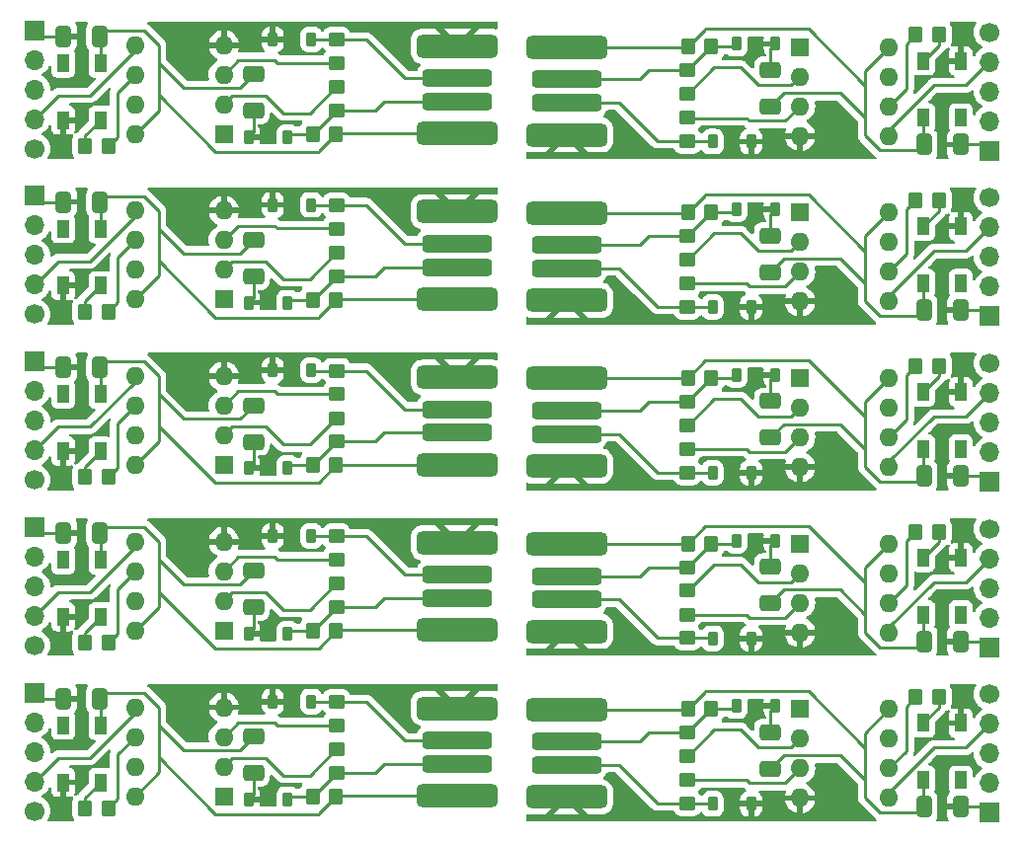
<source format=gbr>
%TF.GenerationSoftware,KiCad,Pcbnew,7.0.7*%
%TF.CreationDate,2023-09-18T18:06:57+02:00*%
%TF.ProjectId,attiny-usb_panel,61747469-6e79-42d7-9573-625f70616e65,rev?*%
%TF.SameCoordinates,Original*%
%TF.FileFunction,Copper,L1,Top*%
%TF.FilePolarity,Positive*%
%FSLAX46Y46*%
G04 Gerber Fmt 4.6, Leading zero omitted, Abs format (unit mm)*
G04 Created by KiCad (PCBNEW 7.0.7) date 2023-09-18 18:06:57*
%MOMM*%
%LPD*%
G01*
G04 APERTURE LIST*
G04 Aperture macros list*
%AMRoundRect*
0 Rectangle with rounded corners*
0 $1 Rounding radius*
0 $2 $3 $4 $5 $6 $7 $8 $9 X,Y pos of 4 corners*
0 Add a 4 corners polygon primitive as box body*
4,1,4,$2,$3,$4,$5,$6,$7,$8,$9,$2,$3,0*
0 Add four circle primitives for the rounded corners*
1,1,$1+$1,$2,$3*
1,1,$1+$1,$4,$5*
1,1,$1+$1,$6,$7*
1,1,$1+$1,$8,$9*
0 Add four rect primitives between the rounded corners*
20,1,$1+$1,$2,$3,$4,$5,0*
20,1,$1+$1,$4,$5,$6,$7,0*
20,1,$1+$1,$6,$7,$8,$9,0*
20,1,$1+$1,$8,$9,$2,$3,0*%
G04 Aperture macros list end*
%TA.AperFunction,SMDPad,CuDef*%
%ADD10RoundRect,0.500000X3.000000X0.500000X-3.000000X0.500000X-3.000000X-0.500000X3.000000X-0.500000X0*%
%TD*%
%TA.AperFunction,SMDPad,CuDef*%
%ADD11RoundRect,0.375000X2.625000X0.375000X-2.625000X0.375000X-2.625000X-0.375000X2.625000X-0.375000X0*%
%TD*%
%TA.AperFunction,SMDPad,CuDef*%
%ADD12RoundRect,0.225000X0.225000X0.375000X-0.225000X0.375000X-0.225000X-0.375000X0.225000X-0.375000X0*%
%TD*%
%TA.AperFunction,SMDPad,CuDef*%
%ADD13RoundRect,0.250000X0.450000X-0.350000X0.450000X0.350000X-0.450000X0.350000X-0.450000X-0.350000X0*%
%TD*%
%TA.AperFunction,SMDPad,CuDef*%
%ADD14RoundRect,0.250000X0.350000X0.450000X-0.350000X0.450000X-0.350000X-0.450000X0.350000X-0.450000X0*%
%TD*%
%TA.AperFunction,SMDPad,CuDef*%
%ADD15RoundRect,0.250000X-0.350000X-0.450000X0.350000X-0.450000X0.350000X0.450000X-0.350000X0.450000X0*%
%TD*%
%TA.AperFunction,SMDPad,CuDef*%
%ADD16RoundRect,0.250000X-0.450000X0.350000X-0.450000X-0.350000X0.450000X-0.350000X0.450000X0.350000X0*%
%TD*%
%TA.AperFunction,ComponentPad*%
%ADD17R,1.600000X1.600000*%
%TD*%
%TA.AperFunction,ComponentPad*%
%ADD18O,1.600000X1.600000*%
%TD*%
%TA.AperFunction,SMDPad,CuDef*%
%ADD19R,1.000000X1.500000*%
%TD*%
%TA.AperFunction,SMDPad,CuDef*%
%ADD20RoundRect,0.250000X0.412500X0.650000X-0.412500X0.650000X-0.412500X-0.650000X0.412500X-0.650000X0*%
%TD*%
%TA.AperFunction,SMDPad,CuDef*%
%ADD21RoundRect,0.225000X-0.225000X-0.375000X0.225000X-0.375000X0.225000X0.375000X-0.225000X0.375000X0*%
%TD*%
%TA.AperFunction,SMDPad,CuDef*%
%ADD22RoundRect,0.500000X-3.000000X-0.500000X3.000000X-0.500000X3.000000X0.500000X-3.000000X0.500000X0*%
%TD*%
%TA.AperFunction,SMDPad,CuDef*%
%ADD23RoundRect,0.375000X-2.625000X-0.375000X2.625000X-0.375000X2.625000X0.375000X-2.625000X0.375000X0*%
%TD*%
%TA.AperFunction,SMDPad,CuDef*%
%ADD24RoundRect,0.250000X-0.412500X-0.650000X0.412500X-0.650000X0.412500X0.650000X-0.412500X0.650000X0*%
%TD*%
%TA.AperFunction,SMDPad,CuDef*%
%ADD25RoundRect,0.250000X0.650000X-0.412500X0.650000X0.412500X-0.650000X0.412500X-0.650000X-0.412500X0*%
%TD*%
%TA.AperFunction,ComponentPad*%
%ADD26C,1.700000*%
%TD*%
%TA.AperFunction,ComponentPad*%
%ADD27O,1.700000X1.700000*%
%TD*%
%TA.AperFunction,ComponentPad*%
%ADD28R,1.700000X1.700000*%
%TD*%
%TA.AperFunction,SMDPad,CuDef*%
%ADD29RoundRect,0.250000X-0.650000X0.412500X-0.650000X-0.412500X0.650000X-0.412500X0.650000X0.412500X0*%
%TD*%
%TA.AperFunction,ViaPad*%
%ADD30C,0.800000*%
%TD*%
%TA.AperFunction,Conductor*%
%ADD31C,0.250000*%
%TD*%
G04 APERTURE END LIST*
D10*
%TO.P,U2,1,Vcc*%
%TO.N,+5V*%
X94324000Y-52994000D03*
D11*
%TO.P,U2,2,D+*%
%TO.N,Net-(D1-K)*%
X94324000Y-50244000D03*
%TO.P,U2,3,D-*%
%TO.N,Net-(D2-K)*%
X94324000Y-48244000D03*
D10*
%TO.P,U2,4,GND*%
%TO.N,GND*%
X94324000Y-45494000D03*
%TD*%
D12*
%TO.P,D2,1,K*%
%TO.N,Net-(D2-K)*%
X81794000Y-44910000D03*
%TO.P,D2,2,A*%
%TO.N,GND*%
X78494000Y-44910000D03*
%TD*%
D13*
%TO.P,R1,1*%
%TO.N,Net-(U1-XTAL2{slash}PB4)*%
X83954000Y-46942000D03*
%TO.P,R1,2*%
%TO.N,Net-(D2-K)*%
X83954000Y-44942000D03*
%TD*%
D14*
%TO.P,R4,1*%
%TO.N,+5V*%
X83922000Y-53038000D03*
%TO.P,R4,2*%
%TO.N,Net-(D1-K)*%
X81922000Y-53038000D03*
%TD*%
D15*
%TO.P,R3,1*%
%TO.N,Net-(D3-DIN)*%
X62380000Y-54054000D03*
%TO.P,R3,2*%
%TO.N,Net-(U1-PB1)*%
X64380000Y-54054000D03*
%TD*%
D16*
%TO.P,R2,1*%
%TO.N,Net-(U1-XTAL1{slash}PB3)*%
X83954000Y-49006000D03*
%TO.P,R2,2*%
%TO.N,Net-(D1-K)*%
X83954000Y-51006000D03*
%TD*%
D17*
%TO.P,U1,1,~{RESET}/PB5*%
%TO.N,Net-(J1-Pin_4)*%
X74292000Y-53028000D03*
D18*
%TO.P,U1,2,XTAL1/PB3*%
%TO.N,Net-(U1-XTAL1{slash}PB3)*%
X74292000Y-50488000D03*
%TO.P,U1,3,XTAL2/PB4*%
%TO.N,Net-(U1-XTAL2{slash}PB4)*%
X74292000Y-47948000D03*
%TO.P,U1,4,GND*%
%TO.N,GND*%
X74292000Y-45408000D03*
%TO.P,U1,5,AREF/PB0*%
%TO.N,Net-(J1-Pin_2)*%
X66672000Y-45408000D03*
%TO.P,U1,6,PB1*%
%TO.N,Net-(U1-PB1)*%
X66672000Y-47948000D03*
%TO.P,U1,7,PB2*%
%TO.N,Net-(J1-Pin_3)*%
X66672000Y-50488000D03*
%TO.P,U1,8,VCC*%
%TO.N,+5V*%
X66672000Y-53028000D03*
%TD*%
D12*
%TO.P,D1,1,K*%
%TO.N,Net-(D1-K)*%
X79762000Y-53292000D03*
%TO.P,D1,2,A*%
%TO.N,GND*%
X76462000Y-53292000D03*
%TD*%
D19*
%TO.P,D3,1,VSS*%
%TO.N,GND*%
X60510000Y-51842000D03*
%TO.P,D3,2,DIN*%
%TO.N,Net-(D3-DIN)*%
X63710000Y-51842000D03*
%TO.P,D3,3,VDD*%
%TO.N,+5V*%
X63710000Y-46942000D03*
%TO.P,D3,4,DOUT*%
%TO.N,unconnected-(D3-DOUT-Pad4)*%
X60510000Y-46942000D03*
%TD*%
D20*
%TO.P,C1,1*%
%TO.N,+5V*%
X63672500Y-44656000D03*
%TO.P,C1,2*%
%TO.N,GND*%
X60547500Y-44656000D03*
%TD*%
D21*
%TO.P,D2,1,K*%
%TO.N,Net-(D2-K)*%
X116206000Y-53690000D03*
%TO.P,D2,2,A*%
%TO.N,GND*%
X119506000Y-53690000D03*
%TD*%
D15*
%TO.P,R4,1*%
%TO.N,+5V*%
X114078000Y-45562000D03*
%TO.P,R4,2*%
%TO.N,Net-(D1-K)*%
X116078000Y-45562000D03*
%TD*%
D22*
%TO.P,U2,1,Vcc*%
%TO.N,+5V*%
X103676000Y-45606000D03*
D23*
%TO.P,U2,2,D+*%
%TO.N,Net-(D1-K)*%
X103676000Y-48356000D03*
%TO.P,U2,3,D-*%
%TO.N,Net-(D2-K)*%
X103676000Y-50356000D03*
D22*
%TO.P,U2,4,GND*%
%TO.N,GND*%
X103676000Y-53106000D03*
%TD*%
D16*
%TO.P,R1,1*%
%TO.N,Net-(U1-XTAL2{slash}PB4)*%
X114046000Y-51658000D03*
%TO.P,R1,2*%
%TO.N,Net-(D2-K)*%
X114046000Y-53658000D03*
%TD*%
D24*
%TO.P,C1,1*%
%TO.N,+5V*%
X134327500Y-53944000D03*
%TO.P,C1,2*%
%TO.N,GND*%
X137452500Y-53944000D03*
%TD*%
D19*
%TO.P,D3,1,VSS*%
%TO.N,GND*%
X137490000Y-46758000D03*
%TO.P,D3,2,DIN*%
%TO.N,Net-(D3-DIN)*%
X134290000Y-46758000D03*
%TO.P,D3,3,VDD*%
%TO.N,+5V*%
X134290000Y-51658000D03*
%TO.P,D3,4,DOUT*%
%TO.N,unconnected-(D3-DOUT-Pad4)*%
X137490000Y-51658000D03*
%TD*%
D14*
%TO.P,R3,1*%
%TO.N,Net-(D3-DIN)*%
X135620000Y-44546000D03*
%TO.P,R3,2*%
%TO.N,Net-(U1-PB1)*%
X133620000Y-44546000D03*
%TD*%
D25*
%TO.P,C2,1*%
%TO.N,+5V*%
X121158000Y-50680500D03*
%TO.P,C2,2*%
%TO.N,GND*%
X121158000Y-47555500D03*
%TD*%
D26*
%TO.P,J1,1,Pin_1*%
%TO.N,+5V*%
X139954000Y-44297000D03*
D27*
%TO.P,J1,2,Pin_2*%
%TO.N,Net-(J1-Pin_2)*%
X139954000Y-46837000D03*
%TO.P,J1,3,Pin_3*%
%TO.N,Net-(J1-Pin_3)*%
X139954000Y-49377000D03*
%TO.P,J1,4,Pin_4*%
%TO.N,Net-(J1-Pin_4)*%
X139954000Y-51917000D03*
D28*
%TO.P,J1,5,Pin_5*%
%TO.N,GND*%
X139954000Y-54457000D03*
%TD*%
D13*
%TO.P,R2,1*%
%TO.N,Net-(U1-XTAL1{slash}PB3)*%
X114046000Y-49594000D03*
%TO.P,R2,2*%
%TO.N,Net-(D1-K)*%
X114046000Y-47594000D03*
%TD*%
D17*
%TO.P,U1,1,~{RESET}/PB5*%
%TO.N,Net-(J1-Pin_4)*%
X123708000Y-45572000D03*
D18*
%TO.P,U1,2,XTAL1/PB3*%
%TO.N,Net-(U1-XTAL1{slash}PB3)*%
X123708000Y-48112000D03*
%TO.P,U1,3,XTAL2/PB4*%
%TO.N,Net-(U1-XTAL2{slash}PB4)*%
X123708000Y-50652000D03*
%TO.P,U1,4,GND*%
%TO.N,GND*%
X123708000Y-53192000D03*
%TO.P,U1,5,AREF/PB0*%
%TO.N,Net-(J1-Pin_2)*%
X131328000Y-53192000D03*
%TO.P,U1,6,PB1*%
%TO.N,Net-(U1-PB1)*%
X131328000Y-50652000D03*
%TO.P,U1,7,PB2*%
%TO.N,Net-(J1-Pin_3)*%
X131328000Y-48112000D03*
%TO.P,U1,8,VCC*%
%TO.N,+5V*%
X131328000Y-45572000D03*
%TD*%
D29*
%TO.P,C2,1*%
%TO.N,+5V*%
X76842000Y-47919500D03*
%TO.P,C2,2*%
%TO.N,GND*%
X76842000Y-51044500D03*
%TD*%
D26*
%TO.P,J1,1,Pin_1*%
%TO.N,+5V*%
X58046000Y-54303000D03*
D27*
%TO.P,J1,2,Pin_2*%
%TO.N,Net-(J1-Pin_2)*%
X58046000Y-51763000D03*
%TO.P,J1,3,Pin_3*%
%TO.N,Net-(J1-Pin_3)*%
X58046000Y-49223000D03*
%TO.P,J1,4,Pin_4*%
%TO.N,Net-(J1-Pin_4)*%
X58046000Y-46683000D03*
D28*
%TO.P,J1,5,Pin_5*%
%TO.N,GND*%
X58046000Y-44143000D03*
%TD*%
D21*
%TO.P,D1,1,K*%
%TO.N,Net-(D1-K)*%
X118238000Y-45308000D03*
%TO.P,D1,2,A*%
%TO.N,GND*%
X121538000Y-45308000D03*
%TD*%
D10*
%TO.P,U2,1,Vcc*%
%TO.N,+5V*%
X94324000Y-67194000D03*
D11*
%TO.P,U2,2,D+*%
%TO.N,Net-(D1-K)*%
X94324000Y-64444000D03*
%TO.P,U2,3,D-*%
%TO.N,Net-(D2-K)*%
X94324000Y-62444000D03*
D10*
%TO.P,U2,4,GND*%
%TO.N,GND*%
X94324000Y-59694000D03*
%TD*%
D12*
%TO.P,D2,1,K*%
%TO.N,Net-(D2-K)*%
X81794000Y-59110000D03*
%TO.P,D2,2,A*%
%TO.N,GND*%
X78494000Y-59110000D03*
%TD*%
D13*
%TO.P,R1,1*%
%TO.N,Net-(U1-XTAL2{slash}PB4)*%
X83954000Y-61142000D03*
%TO.P,R1,2*%
%TO.N,Net-(D2-K)*%
X83954000Y-59142000D03*
%TD*%
D14*
%TO.P,R4,1*%
%TO.N,+5V*%
X83922000Y-67238000D03*
%TO.P,R4,2*%
%TO.N,Net-(D1-K)*%
X81922000Y-67238000D03*
%TD*%
D15*
%TO.P,R3,1*%
%TO.N,Net-(D3-DIN)*%
X62380000Y-68254000D03*
%TO.P,R3,2*%
%TO.N,Net-(U1-PB1)*%
X64380000Y-68254000D03*
%TD*%
D16*
%TO.P,R2,1*%
%TO.N,Net-(U1-XTAL1{slash}PB3)*%
X83954000Y-63206000D03*
%TO.P,R2,2*%
%TO.N,Net-(D1-K)*%
X83954000Y-65206000D03*
%TD*%
D17*
%TO.P,U1,1,~{RESET}/PB5*%
%TO.N,Net-(J1-Pin_4)*%
X74292000Y-67228000D03*
D18*
%TO.P,U1,2,XTAL1/PB3*%
%TO.N,Net-(U1-XTAL1{slash}PB3)*%
X74292000Y-64688000D03*
%TO.P,U1,3,XTAL2/PB4*%
%TO.N,Net-(U1-XTAL2{slash}PB4)*%
X74292000Y-62148000D03*
%TO.P,U1,4,GND*%
%TO.N,GND*%
X74292000Y-59608000D03*
%TO.P,U1,5,AREF/PB0*%
%TO.N,Net-(J1-Pin_2)*%
X66672000Y-59608000D03*
%TO.P,U1,6,PB1*%
%TO.N,Net-(U1-PB1)*%
X66672000Y-62148000D03*
%TO.P,U1,7,PB2*%
%TO.N,Net-(J1-Pin_3)*%
X66672000Y-64688000D03*
%TO.P,U1,8,VCC*%
%TO.N,+5V*%
X66672000Y-67228000D03*
%TD*%
D12*
%TO.P,D1,1,K*%
%TO.N,Net-(D1-K)*%
X79762000Y-67492000D03*
%TO.P,D1,2,A*%
%TO.N,GND*%
X76462000Y-67492000D03*
%TD*%
D19*
%TO.P,D3,1,VSS*%
%TO.N,GND*%
X60510000Y-66042000D03*
%TO.P,D3,2,DIN*%
%TO.N,Net-(D3-DIN)*%
X63710000Y-66042000D03*
%TO.P,D3,3,VDD*%
%TO.N,+5V*%
X63710000Y-61142000D03*
%TO.P,D3,4,DOUT*%
%TO.N,unconnected-(D3-DOUT-Pad4)*%
X60510000Y-61142000D03*
%TD*%
D20*
%TO.P,C1,1*%
%TO.N,+5V*%
X63672500Y-58856000D03*
%TO.P,C1,2*%
%TO.N,GND*%
X60547500Y-58856000D03*
%TD*%
D21*
%TO.P,D2,1,K*%
%TO.N,Net-(D2-K)*%
X116206000Y-67890000D03*
%TO.P,D2,2,A*%
%TO.N,GND*%
X119506000Y-67890000D03*
%TD*%
D15*
%TO.P,R4,1*%
%TO.N,+5V*%
X114078000Y-59762000D03*
%TO.P,R4,2*%
%TO.N,Net-(D1-K)*%
X116078000Y-59762000D03*
%TD*%
D22*
%TO.P,U2,1,Vcc*%
%TO.N,+5V*%
X103676000Y-59806000D03*
D23*
%TO.P,U2,2,D+*%
%TO.N,Net-(D1-K)*%
X103676000Y-62556000D03*
%TO.P,U2,3,D-*%
%TO.N,Net-(D2-K)*%
X103676000Y-64556000D03*
D22*
%TO.P,U2,4,GND*%
%TO.N,GND*%
X103676000Y-67306000D03*
%TD*%
D16*
%TO.P,R1,1*%
%TO.N,Net-(U1-XTAL2{slash}PB4)*%
X114046000Y-65858000D03*
%TO.P,R1,2*%
%TO.N,Net-(D2-K)*%
X114046000Y-67858000D03*
%TD*%
D24*
%TO.P,C1,1*%
%TO.N,+5V*%
X134327500Y-68144000D03*
%TO.P,C1,2*%
%TO.N,GND*%
X137452500Y-68144000D03*
%TD*%
D19*
%TO.P,D3,1,VSS*%
%TO.N,GND*%
X137490000Y-60958000D03*
%TO.P,D3,2,DIN*%
%TO.N,Net-(D3-DIN)*%
X134290000Y-60958000D03*
%TO.P,D3,3,VDD*%
%TO.N,+5V*%
X134290000Y-65858000D03*
%TO.P,D3,4,DOUT*%
%TO.N,unconnected-(D3-DOUT-Pad4)*%
X137490000Y-65858000D03*
%TD*%
D14*
%TO.P,R3,1*%
%TO.N,Net-(D3-DIN)*%
X135620000Y-58746000D03*
%TO.P,R3,2*%
%TO.N,Net-(U1-PB1)*%
X133620000Y-58746000D03*
%TD*%
D25*
%TO.P,C2,1*%
%TO.N,+5V*%
X121158000Y-64880500D03*
%TO.P,C2,2*%
%TO.N,GND*%
X121158000Y-61755500D03*
%TD*%
D26*
%TO.P,J1,1,Pin_1*%
%TO.N,+5V*%
X139954000Y-58497000D03*
D27*
%TO.P,J1,2,Pin_2*%
%TO.N,Net-(J1-Pin_2)*%
X139954000Y-61037000D03*
%TO.P,J1,3,Pin_3*%
%TO.N,Net-(J1-Pin_3)*%
X139954000Y-63577000D03*
%TO.P,J1,4,Pin_4*%
%TO.N,Net-(J1-Pin_4)*%
X139954000Y-66117000D03*
D28*
%TO.P,J1,5,Pin_5*%
%TO.N,GND*%
X139954000Y-68657000D03*
%TD*%
D13*
%TO.P,R2,1*%
%TO.N,Net-(U1-XTAL1{slash}PB3)*%
X114046000Y-63794000D03*
%TO.P,R2,2*%
%TO.N,Net-(D1-K)*%
X114046000Y-61794000D03*
%TD*%
D17*
%TO.P,U1,1,~{RESET}/PB5*%
%TO.N,Net-(J1-Pin_4)*%
X123708000Y-59772000D03*
D18*
%TO.P,U1,2,XTAL1/PB3*%
%TO.N,Net-(U1-XTAL1{slash}PB3)*%
X123708000Y-62312000D03*
%TO.P,U1,3,XTAL2/PB4*%
%TO.N,Net-(U1-XTAL2{slash}PB4)*%
X123708000Y-64852000D03*
%TO.P,U1,4,GND*%
%TO.N,GND*%
X123708000Y-67392000D03*
%TO.P,U1,5,AREF/PB0*%
%TO.N,Net-(J1-Pin_2)*%
X131328000Y-67392000D03*
%TO.P,U1,6,PB1*%
%TO.N,Net-(U1-PB1)*%
X131328000Y-64852000D03*
%TO.P,U1,7,PB2*%
%TO.N,Net-(J1-Pin_3)*%
X131328000Y-62312000D03*
%TO.P,U1,8,VCC*%
%TO.N,+5V*%
X131328000Y-59772000D03*
%TD*%
D29*
%TO.P,C2,1*%
%TO.N,+5V*%
X76842000Y-62119500D03*
%TO.P,C2,2*%
%TO.N,GND*%
X76842000Y-65244500D03*
%TD*%
D26*
%TO.P,J1,1,Pin_1*%
%TO.N,+5V*%
X58046000Y-68503000D03*
D27*
%TO.P,J1,2,Pin_2*%
%TO.N,Net-(J1-Pin_2)*%
X58046000Y-65963000D03*
%TO.P,J1,3,Pin_3*%
%TO.N,Net-(J1-Pin_3)*%
X58046000Y-63423000D03*
%TO.P,J1,4,Pin_4*%
%TO.N,Net-(J1-Pin_4)*%
X58046000Y-60883000D03*
D28*
%TO.P,J1,5,Pin_5*%
%TO.N,GND*%
X58046000Y-58343000D03*
%TD*%
D21*
%TO.P,D1,1,K*%
%TO.N,Net-(D1-K)*%
X118238000Y-59508000D03*
%TO.P,D1,2,A*%
%TO.N,GND*%
X121538000Y-59508000D03*
%TD*%
D10*
%TO.P,U2,1,Vcc*%
%TO.N,+5V*%
X94324000Y-81394000D03*
D11*
%TO.P,U2,2,D+*%
%TO.N,Net-(D1-K)*%
X94324000Y-78644000D03*
%TO.P,U2,3,D-*%
%TO.N,Net-(D2-K)*%
X94324000Y-76644000D03*
D10*
%TO.P,U2,4,GND*%
%TO.N,GND*%
X94324000Y-73894000D03*
%TD*%
D12*
%TO.P,D2,1,K*%
%TO.N,Net-(D2-K)*%
X81794000Y-73310000D03*
%TO.P,D2,2,A*%
%TO.N,GND*%
X78494000Y-73310000D03*
%TD*%
D13*
%TO.P,R1,1*%
%TO.N,Net-(U1-XTAL2{slash}PB4)*%
X83954000Y-75342000D03*
%TO.P,R1,2*%
%TO.N,Net-(D2-K)*%
X83954000Y-73342000D03*
%TD*%
D14*
%TO.P,R4,1*%
%TO.N,+5V*%
X83922000Y-81438000D03*
%TO.P,R4,2*%
%TO.N,Net-(D1-K)*%
X81922000Y-81438000D03*
%TD*%
D15*
%TO.P,R3,1*%
%TO.N,Net-(D3-DIN)*%
X62380000Y-82454000D03*
%TO.P,R3,2*%
%TO.N,Net-(U1-PB1)*%
X64380000Y-82454000D03*
%TD*%
D16*
%TO.P,R2,1*%
%TO.N,Net-(U1-XTAL1{slash}PB3)*%
X83954000Y-77406000D03*
%TO.P,R2,2*%
%TO.N,Net-(D1-K)*%
X83954000Y-79406000D03*
%TD*%
D17*
%TO.P,U1,1,~{RESET}/PB5*%
%TO.N,Net-(J1-Pin_4)*%
X74292000Y-81428000D03*
D18*
%TO.P,U1,2,XTAL1/PB3*%
%TO.N,Net-(U1-XTAL1{slash}PB3)*%
X74292000Y-78888000D03*
%TO.P,U1,3,XTAL2/PB4*%
%TO.N,Net-(U1-XTAL2{slash}PB4)*%
X74292000Y-76348000D03*
%TO.P,U1,4,GND*%
%TO.N,GND*%
X74292000Y-73808000D03*
%TO.P,U1,5,AREF/PB0*%
%TO.N,Net-(J1-Pin_2)*%
X66672000Y-73808000D03*
%TO.P,U1,6,PB1*%
%TO.N,Net-(U1-PB1)*%
X66672000Y-76348000D03*
%TO.P,U1,7,PB2*%
%TO.N,Net-(J1-Pin_3)*%
X66672000Y-78888000D03*
%TO.P,U1,8,VCC*%
%TO.N,+5V*%
X66672000Y-81428000D03*
%TD*%
D12*
%TO.P,D1,1,K*%
%TO.N,Net-(D1-K)*%
X79762000Y-81692000D03*
%TO.P,D1,2,A*%
%TO.N,GND*%
X76462000Y-81692000D03*
%TD*%
D19*
%TO.P,D3,1,VSS*%
%TO.N,GND*%
X60510000Y-80242000D03*
%TO.P,D3,2,DIN*%
%TO.N,Net-(D3-DIN)*%
X63710000Y-80242000D03*
%TO.P,D3,3,VDD*%
%TO.N,+5V*%
X63710000Y-75342000D03*
%TO.P,D3,4,DOUT*%
%TO.N,unconnected-(D3-DOUT-Pad4)*%
X60510000Y-75342000D03*
%TD*%
D20*
%TO.P,C1,1*%
%TO.N,+5V*%
X63672500Y-73056000D03*
%TO.P,C1,2*%
%TO.N,GND*%
X60547500Y-73056000D03*
%TD*%
D21*
%TO.P,D2,1,K*%
%TO.N,Net-(D2-K)*%
X116206000Y-82090000D03*
%TO.P,D2,2,A*%
%TO.N,GND*%
X119506000Y-82090000D03*
%TD*%
D15*
%TO.P,R4,1*%
%TO.N,+5V*%
X114078000Y-73962000D03*
%TO.P,R4,2*%
%TO.N,Net-(D1-K)*%
X116078000Y-73962000D03*
%TD*%
D22*
%TO.P,U2,1,Vcc*%
%TO.N,+5V*%
X103676000Y-74006000D03*
D23*
%TO.P,U2,2,D+*%
%TO.N,Net-(D1-K)*%
X103676000Y-76756000D03*
%TO.P,U2,3,D-*%
%TO.N,Net-(D2-K)*%
X103676000Y-78756000D03*
D22*
%TO.P,U2,4,GND*%
%TO.N,GND*%
X103676000Y-81506000D03*
%TD*%
D16*
%TO.P,R1,1*%
%TO.N,Net-(U1-XTAL2{slash}PB4)*%
X114046000Y-80058000D03*
%TO.P,R1,2*%
%TO.N,Net-(D2-K)*%
X114046000Y-82058000D03*
%TD*%
D24*
%TO.P,C1,1*%
%TO.N,+5V*%
X134327500Y-82344000D03*
%TO.P,C1,2*%
%TO.N,GND*%
X137452500Y-82344000D03*
%TD*%
D19*
%TO.P,D3,1,VSS*%
%TO.N,GND*%
X137490000Y-75158000D03*
%TO.P,D3,2,DIN*%
%TO.N,Net-(D3-DIN)*%
X134290000Y-75158000D03*
%TO.P,D3,3,VDD*%
%TO.N,+5V*%
X134290000Y-80058000D03*
%TO.P,D3,4,DOUT*%
%TO.N,unconnected-(D3-DOUT-Pad4)*%
X137490000Y-80058000D03*
%TD*%
D14*
%TO.P,R3,1*%
%TO.N,Net-(D3-DIN)*%
X135620000Y-72946000D03*
%TO.P,R3,2*%
%TO.N,Net-(U1-PB1)*%
X133620000Y-72946000D03*
%TD*%
D25*
%TO.P,C2,1*%
%TO.N,+5V*%
X121158000Y-79080500D03*
%TO.P,C2,2*%
%TO.N,GND*%
X121158000Y-75955500D03*
%TD*%
D26*
%TO.P,J1,1,Pin_1*%
%TO.N,+5V*%
X139954000Y-72697000D03*
D27*
%TO.P,J1,2,Pin_2*%
%TO.N,Net-(J1-Pin_2)*%
X139954000Y-75237000D03*
%TO.P,J1,3,Pin_3*%
%TO.N,Net-(J1-Pin_3)*%
X139954000Y-77777000D03*
%TO.P,J1,4,Pin_4*%
%TO.N,Net-(J1-Pin_4)*%
X139954000Y-80317000D03*
D28*
%TO.P,J1,5,Pin_5*%
%TO.N,GND*%
X139954000Y-82857000D03*
%TD*%
D13*
%TO.P,R2,1*%
%TO.N,Net-(U1-XTAL1{slash}PB3)*%
X114046000Y-77994000D03*
%TO.P,R2,2*%
%TO.N,Net-(D1-K)*%
X114046000Y-75994000D03*
%TD*%
D17*
%TO.P,U1,1,~{RESET}/PB5*%
%TO.N,Net-(J1-Pin_4)*%
X123708000Y-73972000D03*
D18*
%TO.P,U1,2,XTAL1/PB3*%
%TO.N,Net-(U1-XTAL1{slash}PB3)*%
X123708000Y-76512000D03*
%TO.P,U1,3,XTAL2/PB4*%
%TO.N,Net-(U1-XTAL2{slash}PB4)*%
X123708000Y-79052000D03*
%TO.P,U1,4,GND*%
%TO.N,GND*%
X123708000Y-81592000D03*
%TO.P,U1,5,AREF/PB0*%
%TO.N,Net-(J1-Pin_2)*%
X131328000Y-81592000D03*
%TO.P,U1,6,PB1*%
%TO.N,Net-(U1-PB1)*%
X131328000Y-79052000D03*
%TO.P,U1,7,PB2*%
%TO.N,Net-(J1-Pin_3)*%
X131328000Y-76512000D03*
%TO.P,U1,8,VCC*%
%TO.N,+5V*%
X131328000Y-73972000D03*
%TD*%
D29*
%TO.P,C2,1*%
%TO.N,+5V*%
X76842000Y-76319500D03*
%TO.P,C2,2*%
%TO.N,GND*%
X76842000Y-79444500D03*
%TD*%
D26*
%TO.P,J1,1,Pin_1*%
%TO.N,+5V*%
X58046000Y-82703000D03*
D27*
%TO.P,J1,2,Pin_2*%
%TO.N,Net-(J1-Pin_2)*%
X58046000Y-80163000D03*
%TO.P,J1,3,Pin_3*%
%TO.N,Net-(J1-Pin_3)*%
X58046000Y-77623000D03*
%TO.P,J1,4,Pin_4*%
%TO.N,Net-(J1-Pin_4)*%
X58046000Y-75083000D03*
D28*
%TO.P,J1,5,Pin_5*%
%TO.N,GND*%
X58046000Y-72543000D03*
%TD*%
D21*
%TO.P,D1,1,K*%
%TO.N,Net-(D1-K)*%
X118238000Y-73708000D03*
%TO.P,D1,2,A*%
%TO.N,GND*%
X121538000Y-73708000D03*
%TD*%
D10*
%TO.P,U2,1,Vcc*%
%TO.N,+5V*%
X94324000Y-95594000D03*
D11*
%TO.P,U2,2,D+*%
%TO.N,Net-(D1-K)*%
X94324000Y-92844000D03*
%TO.P,U2,3,D-*%
%TO.N,Net-(D2-K)*%
X94324000Y-90844000D03*
D10*
%TO.P,U2,4,GND*%
%TO.N,GND*%
X94324000Y-88094000D03*
%TD*%
D12*
%TO.P,D2,1,K*%
%TO.N,Net-(D2-K)*%
X81794000Y-87510000D03*
%TO.P,D2,2,A*%
%TO.N,GND*%
X78494000Y-87510000D03*
%TD*%
D13*
%TO.P,R1,1*%
%TO.N,Net-(U1-XTAL2{slash}PB4)*%
X83954000Y-89542000D03*
%TO.P,R1,2*%
%TO.N,Net-(D2-K)*%
X83954000Y-87542000D03*
%TD*%
D14*
%TO.P,R4,1*%
%TO.N,+5V*%
X83922000Y-95638000D03*
%TO.P,R4,2*%
%TO.N,Net-(D1-K)*%
X81922000Y-95638000D03*
%TD*%
D15*
%TO.P,R3,1*%
%TO.N,Net-(D3-DIN)*%
X62380000Y-96654000D03*
%TO.P,R3,2*%
%TO.N,Net-(U1-PB1)*%
X64380000Y-96654000D03*
%TD*%
D16*
%TO.P,R2,1*%
%TO.N,Net-(U1-XTAL1{slash}PB3)*%
X83954000Y-91606000D03*
%TO.P,R2,2*%
%TO.N,Net-(D1-K)*%
X83954000Y-93606000D03*
%TD*%
D17*
%TO.P,U1,1,~{RESET}/PB5*%
%TO.N,Net-(J1-Pin_4)*%
X74292000Y-95628000D03*
D18*
%TO.P,U1,2,XTAL1/PB3*%
%TO.N,Net-(U1-XTAL1{slash}PB3)*%
X74292000Y-93088000D03*
%TO.P,U1,3,XTAL2/PB4*%
%TO.N,Net-(U1-XTAL2{slash}PB4)*%
X74292000Y-90548000D03*
%TO.P,U1,4,GND*%
%TO.N,GND*%
X74292000Y-88008000D03*
%TO.P,U1,5,AREF/PB0*%
%TO.N,Net-(J1-Pin_2)*%
X66672000Y-88008000D03*
%TO.P,U1,6,PB1*%
%TO.N,Net-(U1-PB1)*%
X66672000Y-90548000D03*
%TO.P,U1,7,PB2*%
%TO.N,Net-(J1-Pin_3)*%
X66672000Y-93088000D03*
%TO.P,U1,8,VCC*%
%TO.N,+5V*%
X66672000Y-95628000D03*
%TD*%
D12*
%TO.P,D1,1,K*%
%TO.N,Net-(D1-K)*%
X79762000Y-95892000D03*
%TO.P,D1,2,A*%
%TO.N,GND*%
X76462000Y-95892000D03*
%TD*%
D19*
%TO.P,D3,1,VSS*%
%TO.N,GND*%
X60510000Y-94442000D03*
%TO.P,D3,2,DIN*%
%TO.N,Net-(D3-DIN)*%
X63710000Y-94442000D03*
%TO.P,D3,3,VDD*%
%TO.N,+5V*%
X63710000Y-89542000D03*
%TO.P,D3,4,DOUT*%
%TO.N,unconnected-(D3-DOUT-Pad4)*%
X60510000Y-89542000D03*
%TD*%
D20*
%TO.P,C1,1*%
%TO.N,+5V*%
X63672500Y-87256000D03*
%TO.P,C1,2*%
%TO.N,GND*%
X60547500Y-87256000D03*
%TD*%
D21*
%TO.P,D2,1,K*%
%TO.N,Net-(D2-K)*%
X116206000Y-96290000D03*
%TO.P,D2,2,A*%
%TO.N,GND*%
X119506000Y-96290000D03*
%TD*%
D15*
%TO.P,R4,1*%
%TO.N,+5V*%
X114078000Y-88162000D03*
%TO.P,R4,2*%
%TO.N,Net-(D1-K)*%
X116078000Y-88162000D03*
%TD*%
D22*
%TO.P,U2,1,Vcc*%
%TO.N,+5V*%
X103676000Y-88206000D03*
D23*
%TO.P,U2,2,D+*%
%TO.N,Net-(D1-K)*%
X103676000Y-90956000D03*
%TO.P,U2,3,D-*%
%TO.N,Net-(D2-K)*%
X103676000Y-92956000D03*
D22*
%TO.P,U2,4,GND*%
%TO.N,GND*%
X103676000Y-95706000D03*
%TD*%
D16*
%TO.P,R1,1*%
%TO.N,Net-(U1-XTAL2{slash}PB4)*%
X114046000Y-94258000D03*
%TO.P,R1,2*%
%TO.N,Net-(D2-K)*%
X114046000Y-96258000D03*
%TD*%
D24*
%TO.P,C1,1*%
%TO.N,+5V*%
X134327500Y-96544000D03*
%TO.P,C1,2*%
%TO.N,GND*%
X137452500Y-96544000D03*
%TD*%
D19*
%TO.P,D3,1,VSS*%
%TO.N,GND*%
X137490000Y-89358000D03*
%TO.P,D3,2,DIN*%
%TO.N,Net-(D3-DIN)*%
X134290000Y-89358000D03*
%TO.P,D3,3,VDD*%
%TO.N,+5V*%
X134290000Y-94258000D03*
%TO.P,D3,4,DOUT*%
%TO.N,unconnected-(D3-DOUT-Pad4)*%
X137490000Y-94258000D03*
%TD*%
D14*
%TO.P,R3,1*%
%TO.N,Net-(D3-DIN)*%
X135620000Y-87146000D03*
%TO.P,R3,2*%
%TO.N,Net-(U1-PB1)*%
X133620000Y-87146000D03*
%TD*%
D25*
%TO.P,C2,1*%
%TO.N,+5V*%
X121158000Y-93280500D03*
%TO.P,C2,2*%
%TO.N,GND*%
X121158000Y-90155500D03*
%TD*%
D26*
%TO.P,J1,1,Pin_1*%
%TO.N,+5V*%
X139954000Y-86897000D03*
D27*
%TO.P,J1,2,Pin_2*%
%TO.N,Net-(J1-Pin_2)*%
X139954000Y-89437000D03*
%TO.P,J1,3,Pin_3*%
%TO.N,Net-(J1-Pin_3)*%
X139954000Y-91977000D03*
%TO.P,J1,4,Pin_4*%
%TO.N,Net-(J1-Pin_4)*%
X139954000Y-94517000D03*
D28*
%TO.P,J1,5,Pin_5*%
%TO.N,GND*%
X139954000Y-97057000D03*
%TD*%
D13*
%TO.P,R2,1*%
%TO.N,Net-(U1-XTAL1{slash}PB3)*%
X114046000Y-92194000D03*
%TO.P,R2,2*%
%TO.N,Net-(D1-K)*%
X114046000Y-90194000D03*
%TD*%
D17*
%TO.P,U1,1,~{RESET}/PB5*%
%TO.N,Net-(J1-Pin_4)*%
X123708000Y-88172000D03*
D18*
%TO.P,U1,2,XTAL1/PB3*%
%TO.N,Net-(U1-XTAL1{slash}PB3)*%
X123708000Y-90712000D03*
%TO.P,U1,3,XTAL2/PB4*%
%TO.N,Net-(U1-XTAL2{slash}PB4)*%
X123708000Y-93252000D03*
%TO.P,U1,4,GND*%
%TO.N,GND*%
X123708000Y-95792000D03*
%TO.P,U1,5,AREF/PB0*%
%TO.N,Net-(J1-Pin_2)*%
X131328000Y-95792000D03*
%TO.P,U1,6,PB1*%
%TO.N,Net-(U1-PB1)*%
X131328000Y-93252000D03*
%TO.P,U1,7,PB2*%
%TO.N,Net-(J1-Pin_3)*%
X131328000Y-90712000D03*
%TO.P,U1,8,VCC*%
%TO.N,+5V*%
X131328000Y-88172000D03*
%TD*%
D29*
%TO.P,C2,1*%
%TO.N,+5V*%
X76842000Y-90519500D03*
%TO.P,C2,2*%
%TO.N,GND*%
X76842000Y-93644500D03*
%TD*%
D26*
%TO.P,J1,1,Pin_1*%
%TO.N,+5V*%
X58046000Y-96903000D03*
D27*
%TO.P,J1,2,Pin_2*%
%TO.N,Net-(J1-Pin_2)*%
X58046000Y-94363000D03*
%TO.P,J1,3,Pin_3*%
%TO.N,Net-(J1-Pin_3)*%
X58046000Y-91823000D03*
%TO.P,J1,4,Pin_4*%
%TO.N,Net-(J1-Pin_4)*%
X58046000Y-89283000D03*
D28*
%TO.P,J1,5,Pin_5*%
%TO.N,GND*%
X58046000Y-86743000D03*
%TD*%
D21*
%TO.P,D1,1,K*%
%TO.N,Net-(D1-K)*%
X118238000Y-87908000D03*
%TO.P,D1,2,A*%
%TO.N,GND*%
X121538000Y-87908000D03*
%TD*%
D12*
%TO.P,D2,1,K*%
%TO.N,Net-(D2-K)*%
X81794000Y-101710000D03*
%TO.P,D2,2,A*%
%TO.N,GND*%
X78494000Y-101710000D03*
%TD*%
D14*
%TO.P,R4,1*%
%TO.N,+5V*%
X83922000Y-109838000D03*
%TO.P,R4,2*%
%TO.N,Net-(D1-K)*%
X81922000Y-109838000D03*
%TD*%
D10*
%TO.P,U2,1,Vcc*%
%TO.N,+5V*%
X94324000Y-109794000D03*
D11*
%TO.P,U2,2,D+*%
%TO.N,Net-(D1-K)*%
X94324000Y-107044000D03*
%TO.P,U2,3,D-*%
%TO.N,Net-(D2-K)*%
X94324000Y-105044000D03*
D10*
%TO.P,U2,4,GND*%
%TO.N,GND*%
X94324000Y-102294000D03*
%TD*%
D13*
%TO.P,R1,1*%
%TO.N,Net-(U1-XTAL2{slash}PB4)*%
X83954000Y-103742000D03*
%TO.P,R1,2*%
%TO.N,Net-(D2-K)*%
X83954000Y-101742000D03*
%TD*%
D20*
%TO.P,C1,1*%
%TO.N,+5V*%
X63672500Y-101456000D03*
%TO.P,C1,2*%
%TO.N,GND*%
X60547500Y-101456000D03*
%TD*%
D19*
%TO.P,D3,1,VSS*%
%TO.N,GND*%
X60510000Y-108642000D03*
%TO.P,D3,2,DIN*%
%TO.N,Net-(D3-DIN)*%
X63710000Y-108642000D03*
%TO.P,D3,3,VDD*%
%TO.N,+5V*%
X63710000Y-103742000D03*
%TO.P,D3,4,DOUT*%
%TO.N,unconnected-(D3-DOUT-Pad4)*%
X60510000Y-103742000D03*
%TD*%
D15*
%TO.P,R3,1*%
%TO.N,Net-(D3-DIN)*%
X62380000Y-110854000D03*
%TO.P,R3,2*%
%TO.N,Net-(U1-PB1)*%
X64380000Y-110854000D03*
%TD*%
D29*
%TO.P,C2,1*%
%TO.N,+5V*%
X76842000Y-104719500D03*
%TO.P,C2,2*%
%TO.N,GND*%
X76842000Y-107844500D03*
%TD*%
D26*
%TO.P,J1,1,Pin_1*%
%TO.N,+5V*%
X58046000Y-111103000D03*
D27*
%TO.P,J1,2,Pin_2*%
%TO.N,Net-(J1-Pin_2)*%
X58046000Y-108563000D03*
%TO.P,J1,3,Pin_3*%
%TO.N,Net-(J1-Pin_3)*%
X58046000Y-106023000D03*
%TO.P,J1,4,Pin_4*%
%TO.N,Net-(J1-Pin_4)*%
X58046000Y-103483000D03*
D28*
%TO.P,J1,5,Pin_5*%
%TO.N,GND*%
X58046000Y-100943000D03*
%TD*%
D16*
%TO.P,R2,1*%
%TO.N,Net-(U1-XTAL1{slash}PB3)*%
X83954000Y-105806000D03*
%TO.P,R2,2*%
%TO.N,Net-(D1-K)*%
X83954000Y-107806000D03*
%TD*%
D17*
%TO.P,U1,1,~{RESET}/PB5*%
%TO.N,Net-(J1-Pin_4)*%
X74292000Y-109828000D03*
D18*
%TO.P,U1,2,XTAL1/PB3*%
%TO.N,Net-(U1-XTAL1{slash}PB3)*%
X74292000Y-107288000D03*
%TO.P,U1,3,XTAL2/PB4*%
%TO.N,Net-(U1-XTAL2{slash}PB4)*%
X74292000Y-104748000D03*
%TO.P,U1,4,GND*%
%TO.N,GND*%
X74292000Y-102208000D03*
%TO.P,U1,5,AREF/PB0*%
%TO.N,Net-(J1-Pin_2)*%
X66672000Y-102208000D03*
%TO.P,U1,6,PB1*%
%TO.N,Net-(U1-PB1)*%
X66672000Y-104748000D03*
%TO.P,U1,7,PB2*%
%TO.N,Net-(J1-Pin_3)*%
X66672000Y-107288000D03*
%TO.P,U1,8,VCC*%
%TO.N,+5V*%
X66672000Y-109828000D03*
%TD*%
D12*
%TO.P,D1,1,K*%
%TO.N,Net-(D1-K)*%
X79762000Y-110092000D03*
%TO.P,D1,2,A*%
%TO.N,GND*%
X76462000Y-110092000D03*
%TD*%
D17*
%TO.P,U1,1,~{RESET}/PB5*%
%TO.N,Net-(J1-Pin_4)*%
X123708000Y-102372000D03*
D18*
%TO.P,U1,2,XTAL1/PB3*%
%TO.N,Net-(U1-XTAL1{slash}PB3)*%
X123708000Y-104912000D03*
%TO.P,U1,3,XTAL2/PB4*%
%TO.N,Net-(U1-XTAL2{slash}PB4)*%
X123708000Y-107452000D03*
%TO.P,U1,4,GND*%
%TO.N,GND*%
X123708000Y-109992000D03*
%TO.P,U1,5,AREF/PB0*%
%TO.N,Net-(J1-Pin_2)*%
X131328000Y-109992000D03*
%TO.P,U1,6,PB1*%
%TO.N,Net-(U1-PB1)*%
X131328000Y-107452000D03*
%TO.P,U1,7,PB2*%
%TO.N,Net-(J1-Pin_3)*%
X131328000Y-104912000D03*
%TO.P,U1,8,VCC*%
%TO.N,+5V*%
X131328000Y-102372000D03*
%TD*%
D25*
%TO.P,C2,1*%
%TO.N,+5V*%
X121158000Y-107480500D03*
%TO.P,C2,2*%
%TO.N,GND*%
X121158000Y-104355500D03*
%TD*%
D21*
%TO.P,D1,1,K*%
%TO.N,Net-(D1-K)*%
X118238000Y-102108000D03*
%TO.P,D1,2,A*%
%TO.N,GND*%
X121538000Y-102108000D03*
%TD*%
D14*
%TO.P,R3,1*%
%TO.N,Net-(D3-DIN)*%
X135620000Y-101346000D03*
%TO.P,R3,2*%
%TO.N,Net-(U1-PB1)*%
X133620000Y-101346000D03*
%TD*%
D24*
%TO.P,C1,1*%
%TO.N,+5V*%
X134327500Y-110744000D03*
%TO.P,C1,2*%
%TO.N,GND*%
X137452500Y-110744000D03*
%TD*%
D19*
%TO.P,D3,1,VSS*%
%TO.N,GND*%
X137490000Y-103558000D03*
%TO.P,D3,2,DIN*%
%TO.N,Net-(D3-DIN)*%
X134290000Y-103558000D03*
%TO.P,D3,3,VDD*%
%TO.N,+5V*%
X134290000Y-108458000D03*
%TO.P,D3,4,DOUT*%
%TO.N,unconnected-(D3-DOUT-Pad4)*%
X137490000Y-108458000D03*
%TD*%
D13*
%TO.P,R2,1*%
%TO.N,Net-(U1-XTAL1{slash}PB3)*%
X114046000Y-106394000D03*
%TO.P,R2,2*%
%TO.N,Net-(D1-K)*%
X114046000Y-104394000D03*
%TD*%
D21*
%TO.P,D2,1,K*%
%TO.N,Net-(D2-K)*%
X116206000Y-110490000D03*
%TO.P,D2,2,A*%
%TO.N,GND*%
X119506000Y-110490000D03*
%TD*%
D16*
%TO.P,R1,1*%
%TO.N,Net-(U1-XTAL2{slash}PB4)*%
X114046000Y-108458000D03*
%TO.P,R1,2*%
%TO.N,Net-(D2-K)*%
X114046000Y-110458000D03*
%TD*%
D15*
%TO.P,R4,1*%
%TO.N,+5V*%
X114078000Y-102362000D03*
%TO.P,R4,2*%
%TO.N,Net-(D1-K)*%
X116078000Y-102362000D03*
%TD*%
D22*
%TO.P,U2,1,Vcc*%
%TO.N,+5V*%
X103676000Y-102406000D03*
D23*
%TO.P,U2,2,D+*%
%TO.N,Net-(D1-K)*%
X103676000Y-105156000D03*
%TO.P,U2,3,D-*%
%TO.N,Net-(D2-K)*%
X103676000Y-107156000D03*
D22*
%TO.P,U2,4,GND*%
%TO.N,GND*%
X103676000Y-109906000D03*
%TD*%
D26*
%TO.P,J1,1,Pin_1*%
%TO.N,+5V*%
X139954000Y-101097000D03*
D27*
%TO.P,J1,2,Pin_2*%
%TO.N,Net-(J1-Pin_2)*%
X139954000Y-103637000D03*
%TO.P,J1,3,Pin_3*%
%TO.N,Net-(J1-Pin_3)*%
X139954000Y-106177000D03*
%TO.P,J1,4,Pin_4*%
%TO.N,Net-(J1-Pin_4)*%
X139954000Y-108717000D03*
D28*
%TO.P,J1,5,Pin_5*%
%TO.N,GND*%
X139954000Y-111257000D03*
%TD*%
D30*
%TO.N,GND*%
X60600000Y-54200000D03*
X78200000Y-52400000D03*
X119800000Y-46200000D03*
X137400000Y-44400000D03*
X60600000Y-68400000D03*
X78200000Y-66600000D03*
X119800000Y-60400000D03*
X137400000Y-58600000D03*
X60600000Y-82600000D03*
X78200000Y-80800000D03*
X119800000Y-74600000D03*
X137400000Y-72800000D03*
X60600000Y-96800000D03*
X78200000Y-95000000D03*
X119800000Y-88800000D03*
X137400000Y-87000000D03*
X78200000Y-109200000D03*
X60600000Y-111000000D03*
X119800000Y-103000000D03*
X137400000Y-101200000D03*
%TD*%
D31*
%TO.N,+5V*%
X75688500Y-49073000D02*
X70845000Y-49073000D01*
X70845000Y-49073000D02*
X68714000Y-46942000D01*
X68714000Y-46942000D02*
X68714000Y-45418000D01*
%TO.N,Net-(D1-K)*%
X83954000Y-51006000D02*
X81922000Y-53038000D01*
%TO.N,Net-(U1-PB1)*%
X65158000Y-49462000D02*
X65158000Y-53276000D01*
%TO.N,Net-(D3-DIN)*%
X62380000Y-53172000D02*
X62380000Y-54054000D01*
%TO.N,+5V*%
X68714000Y-45418000D02*
X67444000Y-44148000D01*
X73576000Y-54562000D02*
X68714000Y-49700000D01*
%TO.N,Net-(U1-XTAL2{slash}PB4)*%
X83954000Y-46942000D02*
X83944000Y-46932000D01*
%TO.N,+5V*%
X64180500Y-44148000D02*
X63672500Y-44656000D01*
%TO.N,Net-(D1-K)*%
X94324000Y-50244000D02*
X88018000Y-50244000D01*
%TO.N,Net-(U1-XTAL2{slash}PB4)*%
X75552000Y-46688000D02*
X74292000Y-47948000D01*
X83944000Y-46932000D02*
X78864000Y-46932000D01*
%TO.N,Net-(J1-Pin_2)*%
X60073000Y-49736000D02*
X58125000Y-51684000D01*
%TO.N,Net-(D2-K)*%
X83954000Y-44942000D02*
X81826000Y-44942000D01*
%TO.N,+5V*%
X82430000Y-54562000D02*
X73576000Y-54562000D01*
%TO.N,Net-(D2-K)*%
X86526000Y-44942000D02*
X83192000Y-44942000D01*
%TO.N,+5V*%
X94324000Y-52994000D02*
X83966000Y-52994000D01*
%TO.N,Net-(D3-DIN)*%
X63710000Y-51842000D02*
X62380000Y-53172000D01*
%TO.N,Net-(U1-XTAL1{slash}PB3)*%
X81668000Y-51260000D02*
X79382000Y-51260000D01*
%TO.N,+5V*%
X68714000Y-49700000D02*
X68714000Y-48720000D01*
%TO.N,Net-(U1-XTAL1{slash}PB3)*%
X79382000Y-51260000D02*
X77858000Y-49736000D01*
%TO.N,Net-(U1-XTAL2{slash}PB4)*%
X78620000Y-46688000D02*
X75552000Y-46688000D01*
%TO.N,Net-(D2-K)*%
X89828000Y-48244000D02*
X86526000Y-44942000D01*
%TO.N,GND*%
X76842000Y-51044500D02*
X76842000Y-52912000D01*
%TO.N,+5V*%
X83966000Y-52994000D02*
X83922000Y-53038000D01*
%TO.N,Net-(U1-XTAL1{slash}PB3)*%
X75044000Y-49736000D02*
X74292000Y-50488000D01*
%TO.N,+5V*%
X76842000Y-47919500D02*
X75688500Y-49073000D01*
X68714000Y-50986000D02*
X68714000Y-48720000D01*
%TO.N,Net-(J1-Pin_4)*%
X58125000Y-46762000D02*
X58125000Y-46683000D01*
%TO.N,+5V*%
X67444000Y-44148000D02*
X64180500Y-44148000D01*
%TO.N,GND*%
X58125000Y-44222000D02*
X58125000Y-44143000D01*
%TO.N,Net-(U1-PB1)*%
X65158000Y-53276000D02*
X64380000Y-54054000D01*
%TO.N,+5V*%
X68714000Y-48720000D02*
X68714000Y-46942000D01*
X66672000Y-53028000D02*
X68714000Y-50986000D01*
%TO.N,Net-(U1-XTAL1{slash}PB3)*%
X83922000Y-49006000D02*
X81668000Y-51260000D01*
%TO.N,Net-(J1-Pin_2)*%
X58125000Y-51684000D02*
X58125000Y-51763000D01*
%TO.N,GND*%
X58559000Y-44656000D02*
X58125000Y-44222000D01*
X76842000Y-52912000D02*
X76462000Y-53292000D01*
%TO.N,Net-(J1-Pin_2)*%
X62816000Y-49736000D02*
X60073000Y-49736000D01*
%TO.N,+5V*%
X82430000Y-54530000D02*
X82430000Y-54562000D01*
%TO.N,Net-(D1-K)*%
X81922000Y-53038000D02*
X80016000Y-53038000D01*
X80016000Y-53038000D02*
X79762000Y-53292000D01*
%TO.N,+5V*%
X63710000Y-44693500D02*
X63672500Y-44656000D01*
%TO.N,Net-(U1-XTAL2{slash}PB4)*%
X78864000Y-46932000D02*
X78620000Y-46688000D01*
%TO.N,Net-(U1-PB1)*%
X66672000Y-47948000D02*
X65158000Y-49462000D01*
%TO.N,Net-(U1-XTAL2{slash}PB4)*%
X119380000Y-51912000D02*
X122448000Y-51912000D01*
X114056000Y-51668000D02*
X119136000Y-51668000D01*
%TO.N,Net-(U1-PB1)*%
X132842000Y-49138000D02*
X132842000Y-45324000D01*
X132842000Y-45324000D02*
X133620000Y-44546000D01*
%TO.N,Net-(D1-K)*%
X88018000Y-50244000D02*
X87256000Y-51006000D01*
%TO.N,Net-(J1-Pin_2)*%
X135184000Y-48864000D02*
X137927000Y-48864000D01*
X131328000Y-53192000D02*
X131328000Y-52720000D01*
%TO.N,Net-(D3-DIN)*%
X134290000Y-46758000D02*
X135620000Y-45428000D01*
X135620000Y-45428000D02*
X135620000Y-44546000D01*
%TO.N,Net-(D2-K)*%
X114046000Y-53658000D02*
X116174000Y-53658000D01*
X116174000Y-53658000D02*
X116206000Y-53690000D01*
X111474000Y-53658000D02*
X114808000Y-53658000D01*
X103676000Y-50356000D02*
X108172000Y-50356000D01*
X108172000Y-50356000D02*
X111474000Y-53658000D01*
%TO.N,Net-(D1-K)*%
X114046000Y-47594000D02*
X116078000Y-45562000D01*
X117984000Y-45562000D02*
X118238000Y-45308000D01*
X110744000Y-47594000D02*
X114046000Y-47594000D01*
X103676000Y-48356000D02*
X109982000Y-48356000D01*
X109982000Y-48356000D02*
X110744000Y-47594000D01*
X116078000Y-45562000D02*
X117984000Y-45562000D01*
%TO.N,GND*%
X121158000Y-47555500D02*
X121158000Y-45688000D01*
X139875000Y-54378000D02*
X139875000Y-54457000D01*
X121158000Y-45688000D02*
X121538000Y-45308000D01*
X137452500Y-53944000D02*
X139441000Y-53944000D01*
X139441000Y-53944000D02*
X139875000Y-54378000D01*
%TO.N,+5V*%
X115570000Y-44070000D02*
X115570000Y-44038000D01*
X103676000Y-45606000D02*
X114034000Y-45606000D01*
X129286000Y-51658000D02*
X129286000Y-53182000D01*
X127155000Y-49527000D02*
X129286000Y-51658000D01*
X114034000Y-45606000D02*
X114078000Y-45562000D01*
X124424000Y-44038000D02*
X129286000Y-48900000D01*
X122311500Y-49527000D02*
X127155000Y-49527000D01*
X129286000Y-49880000D02*
X129286000Y-51658000D01*
X130556000Y-54452000D02*
X133819500Y-54452000D01*
X121158000Y-50680500D02*
X122311500Y-49527000D01*
X131328000Y-45572000D02*
X129286000Y-47614000D01*
X115570000Y-44038000D02*
X124424000Y-44038000D01*
X114078000Y-45562000D02*
X115570000Y-44070000D01*
X129286000Y-48900000D02*
X129286000Y-49880000D01*
X129286000Y-53182000D02*
X130556000Y-54452000D01*
X134290000Y-53906500D02*
X134327500Y-53944000D01*
%TO.N,Net-(J1-Pin_2)*%
X66672000Y-45880000D02*
X62816000Y-49736000D01*
%TO.N,+5V*%
X133819500Y-54452000D02*
X134327500Y-53944000D01*
%TO.N,GND*%
X60547500Y-44656000D02*
X58559000Y-44656000D01*
%TO.N,Net-(U1-XTAL1{slash}PB3)*%
X77858000Y-49736000D02*
X75044000Y-49736000D01*
%TO.N,Net-(D2-K)*%
X94324000Y-48244000D02*
X89828000Y-48244000D01*
%TO.N,Net-(J1-Pin_2)*%
X66672000Y-45408000D02*
X66672000Y-45880000D01*
%TO.N,Net-(U1-XTAL1{slash}PB3)*%
X114078000Y-49594000D02*
X116332000Y-47340000D01*
X116332000Y-47340000D02*
X118618000Y-47340000D01*
%TO.N,+5V*%
X129286000Y-47614000D02*
X129286000Y-49880000D01*
%TO.N,Net-(D1-K)*%
X87256000Y-51006000D02*
X83954000Y-51006000D01*
%TO.N,+5V*%
X134290000Y-51658000D02*
X134290000Y-53906500D01*
X63710000Y-46942000D02*
X63710000Y-44693500D01*
%TO.N,Net-(U1-PB1)*%
X131328000Y-50652000D02*
X132842000Y-49138000D01*
%TO.N,Net-(U1-XTAL1{slash}PB3)*%
X120142000Y-48864000D02*
X122956000Y-48864000D01*
%TO.N,Net-(D2-K)*%
X81826000Y-44942000D02*
X81794000Y-44910000D01*
%TO.N,Net-(J1-Pin_4)*%
X139875000Y-51838000D02*
X139875000Y-51917000D01*
%TO.N,Net-(J1-Pin_2)*%
X139875000Y-46916000D02*
X139875000Y-46837000D01*
X137927000Y-48864000D02*
X139875000Y-46916000D01*
X131328000Y-52720000D02*
X135184000Y-48864000D01*
%TO.N,Net-(U1-XTAL1{slash}PB3)*%
X122956000Y-48864000D02*
X123708000Y-48112000D01*
%TO.N,Net-(U1-XTAL2{slash}PB4)*%
X119136000Y-51668000D02*
X119380000Y-51912000D01*
X114046000Y-51658000D02*
X114056000Y-51668000D01*
X122448000Y-51912000D02*
X123708000Y-50652000D01*
%TO.N,Net-(U1-XTAL1{slash}PB3)*%
X114046000Y-49594000D02*
X114078000Y-49594000D01*
X118618000Y-47340000D02*
X120142000Y-48864000D01*
%TO.N,+5V*%
X83922000Y-53038000D02*
X82430000Y-54530000D01*
%TO.N,Net-(U1-XTAL1{slash}PB3)*%
X83954000Y-49006000D02*
X83922000Y-49006000D01*
%TO.N,+5V*%
X75688500Y-63273000D02*
X70845000Y-63273000D01*
X70845000Y-63273000D02*
X68714000Y-61142000D01*
X68714000Y-61142000D02*
X68714000Y-59618000D01*
%TO.N,Net-(D1-K)*%
X83954000Y-65206000D02*
X81922000Y-67238000D01*
%TO.N,Net-(U1-PB1)*%
X65158000Y-63662000D02*
X65158000Y-67476000D01*
%TO.N,Net-(D3-DIN)*%
X62380000Y-67372000D02*
X62380000Y-68254000D01*
%TO.N,+5V*%
X68714000Y-59618000D02*
X67444000Y-58348000D01*
X73576000Y-68762000D02*
X68714000Y-63900000D01*
%TO.N,Net-(U1-XTAL2{slash}PB4)*%
X83954000Y-61142000D02*
X83944000Y-61132000D01*
%TO.N,+5V*%
X64180500Y-58348000D02*
X63672500Y-58856000D01*
%TO.N,Net-(D1-K)*%
X94324000Y-64444000D02*
X88018000Y-64444000D01*
%TO.N,Net-(U1-XTAL2{slash}PB4)*%
X75552000Y-60888000D02*
X74292000Y-62148000D01*
X83944000Y-61132000D02*
X78864000Y-61132000D01*
%TO.N,Net-(J1-Pin_2)*%
X60073000Y-63936000D02*
X58125000Y-65884000D01*
%TO.N,Net-(D2-K)*%
X83954000Y-59142000D02*
X81826000Y-59142000D01*
%TO.N,+5V*%
X82430000Y-68762000D02*
X73576000Y-68762000D01*
%TO.N,Net-(D2-K)*%
X86526000Y-59142000D02*
X83192000Y-59142000D01*
%TO.N,+5V*%
X94324000Y-67194000D02*
X83966000Y-67194000D01*
%TO.N,Net-(D3-DIN)*%
X63710000Y-66042000D02*
X62380000Y-67372000D01*
%TO.N,Net-(U1-XTAL1{slash}PB3)*%
X81668000Y-65460000D02*
X79382000Y-65460000D01*
%TO.N,+5V*%
X68714000Y-63900000D02*
X68714000Y-62920000D01*
%TO.N,Net-(U1-XTAL1{slash}PB3)*%
X79382000Y-65460000D02*
X77858000Y-63936000D01*
%TO.N,Net-(U1-XTAL2{slash}PB4)*%
X78620000Y-60888000D02*
X75552000Y-60888000D01*
%TO.N,Net-(D2-K)*%
X89828000Y-62444000D02*
X86526000Y-59142000D01*
%TO.N,GND*%
X76842000Y-65244500D02*
X76842000Y-67112000D01*
%TO.N,+5V*%
X83966000Y-67194000D02*
X83922000Y-67238000D01*
%TO.N,Net-(U1-XTAL1{slash}PB3)*%
X75044000Y-63936000D02*
X74292000Y-64688000D01*
%TO.N,+5V*%
X76842000Y-62119500D02*
X75688500Y-63273000D01*
X68714000Y-65186000D02*
X68714000Y-62920000D01*
%TO.N,Net-(J1-Pin_4)*%
X58125000Y-60962000D02*
X58125000Y-60883000D01*
%TO.N,+5V*%
X67444000Y-58348000D02*
X64180500Y-58348000D01*
%TO.N,GND*%
X58125000Y-58422000D02*
X58125000Y-58343000D01*
%TO.N,Net-(U1-PB1)*%
X65158000Y-67476000D02*
X64380000Y-68254000D01*
%TO.N,+5V*%
X68714000Y-62920000D02*
X68714000Y-61142000D01*
X66672000Y-67228000D02*
X68714000Y-65186000D01*
%TO.N,Net-(U1-XTAL1{slash}PB3)*%
X83922000Y-63206000D02*
X81668000Y-65460000D01*
%TO.N,Net-(J1-Pin_2)*%
X58125000Y-65884000D02*
X58125000Y-65963000D01*
%TO.N,GND*%
X58559000Y-58856000D02*
X58125000Y-58422000D01*
X76842000Y-67112000D02*
X76462000Y-67492000D01*
%TO.N,Net-(J1-Pin_2)*%
X62816000Y-63936000D02*
X60073000Y-63936000D01*
%TO.N,+5V*%
X82430000Y-68730000D02*
X82430000Y-68762000D01*
%TO.N,Net-(D1-K)*%
X81922000Y-67238000D02*
X80016000Y-67238000D01*
X80016000Y-67238000D02*
X79762000Y-67492000D01*
%TO.N,+5V*%
X63710000Y-58893500D02*
X63672500Y-58856000D01*
%TO.N,Net-(U1-XTAL2{slash}PB4)*%
X78864000Y-61132000D02*
X78620000Y-60888000D01*
%TO.N,Net-(U1-PB1)*%
X66672000Y-62148000D02*
X65158000Y-63662000D01*
%TO.N,Net-(U1-XTAL2{slash}PB4)*%
X119380000Y-66112000D02*
X122448000Y-66112000D01*
X114056000Y-65868000D02*
X119136000Y-65868000D01*
%TO.N,Net-(U1-PB1)*%
X132842000Y-63338000D02*
X132842000Y-59524000D01*
X132842000Y-59524000D02*
X133620000Y-58746000D01*
%TO.N,Net-(D1-K)*%
X88018000Y-64444000D02*
X87256000Y-65206000D01*
%TO.N,Net-(J1-Pin_2)*%
X135184000Y-63064000D02*
X137927000Y-63064000D01*
X131328000Y-67392000D02*
X131328000Y-66920000D01*
%TO.N,Net-(D3-DIN)*%
X134290000Y-60958000D02*
X135620000Y-59628000D01*
X135620000Y-59628000D02*
X135620000Y-58746000D01*
%TO.N,Net-(D2-K)*%
X114046000Y-67858000D02*
X116174000Y-67858000D01*
X116174000Y-67858000D02*
X116206000Y-67890000D01*
X111474000Y-67858000D02*
X114808000Y-67858000D01*
X103676000Y-64556000D02*
X108172000Y-64556000D01*
X108172000Y-64556000D02*
X111474000Y-67858000D01*
%TO.N,Net-(D1-K)*%
X114046000Y-61794000D02*
X116078000Y-59762000D01*
X117984000Y-59762000D02*
X118238000Y-59508000D01*
X110744000Y-61794000D02*
X114046000Y-61794000D01*
X103676000Y-62556000D02*
X109982000Y-62556000D01*
X109982000Y-62556000D02*
X110744000Y-61794000D01*
X116078000Y-59762000D02*
X117984000Y-59762000D01*
%TO.N,GND*%
X121158000Y-61755500D02*
X121158000Y-59888000D01*
X139875000Y-68578000D02*
X139875000Y-68657000D01*
X121158000Y-59888000D02*
X121538000Y-59508000D01*
X137452500Y-68144000D02*
X139441000Y-68144000D01*
X139441000Y-68144000D02*
X139875000Y-68578000D01*
%TO.N,+5V*%
X115570000Y-58270000D02*
X115570000Y-58238000D01*
X103676000Y-59806000D02*
X114034000Y-59806000D01*
X129286000Y-65858000D02*
X129286000Y-67382000D01*
X127155000Y-63727000D02*
X129286000Y-65858000D01*
X114034000Y-59806000D02*
X114078000Y-59762000D01*
X124424000Y-58238000D02*
X129286000Y-63100000D01*
X122311500Y-63727000D02*
X127155000Y-63727000D01*
X129286000Y-64080000D02*
X129286000Y-65858000D01*
X130556000Y-68652000D02*
X133819500Y-68652000D01*
X121158000Y-64880500D02*
X122311500Y-63727000D01*
X131328000Y-59772000D02*
X129286000Y-61814000D01*
X115570000Y-58238000D02*
X124424000Y-58238000D01*
X114078000Y-59762000D02*
X115570000Y-58270000D01*
X129286000Y-63100000D02*
X129286000Y-64080000D01*
X129286000Y-67382000D02*
X130556000Y-68652000D01*
X134290000Y-68106500D02*
X134327500Y-68144000D01*
%TO.N,Net-(J1-Pin_2)*%
X66672000Y-60080000D02*
X62816000Y-63936000D01*
%TO.N,+5V*%
X133819500Y-68652000D02*
X134327500Y-68144000D01*
%TO.N,GND*%
X60547500Y-58856000D02*
X58559000Y-58856000D01*
%TO.N,Net-(U1-XTAL1{slash}PB3)*%
X77858000Y-63936000D02*
X75044000Y-63936000D01*
%TO.N,Net-(D2-K)*%
X94324000Y-62444000D02*
X89828000Y-62444000D01*
%TO.N,Net-(J1-Pin_2)*%
X66672000Y-59608000D02*
X66672000Y-60080000D01*
%TO.N,Net-(U1-XTAL1{slash}PB3)*%
X114078000Y-63794000D02*
X116332000Y-61540000D01*
X116332000Y-61540000D02*
X118618000Y-61540000D01*
%TO.N,+5V*%
X129286000Y-61814000D02*
X129286000Y-64080000D01*
%TO.N,Net-(D1-K)*%
X87256000Y-65206000D02*
X83954000Y-65206000D01*
%TO.N,+5V*%
X134290000Y-65858000D02*
X134290000Y-68106500D01*
X63710000Y-61142000D02*
X63710000Y-58893500D01*
%TO.N,Net-(U1-PB1)*%
X131328000Y-64852000D02*
X132842000Y-63338000D01*
%TO.N,Net-(U1-XTAL1{slash}PB3)*%
X120142000Y-63064000D02*
X122956000Y-63064000D01*
%TO.N,Net-(D2-K)*%
X81826000Y-59142000D02*
X81794000Y-59110000D01*
%TO.N,Net-(J1-Pin_4)*%
X139875000Y-66038000D02*
X139875000Y-66117000D01*
%TO.N,Net-(J1-Pin_2)*%
X139875000Y-61116000D02*
X139875000Y-61037000D01*
X137927000Y-63064000D02*
X139875000Y-61116000D01*
X131328000Y-66920000D02*
X135184000Y-63064000D01*
%TO.N,Net-(U1-XTAL1{slash}PB3)*%
X122956000Y-63064000D02*
X123708000Y-62312000D01*
%TO.N,Net-(U1-XTAL2{slash}PB4)*%
X119136000Y-65868000D02*
X119380000Y-66112000D01*
X114046000Y-65858000D02*
X114056000Y-65868000D01*
X122448000Y-66112000D02*
X123708000Y-64852000D01*
%TO.N,Net-(U1-XTAL1{slash}PB3)*%
X114046000Y-63794000D02*
X114078000Y-63794000D01*
X118618000Y-61540000D02*
X120142000Y-63064000D01*
%TO.N,+5V*%
X83922000Y-67238000D02*
X82430000Y-68730000D01*
%TO.N,Net-(U1-XTAL1{slash}PB3)*%
X83954000Y-63206000D02*
X83922000Y-63206000D01*
%TO.N,+5V*%
X75688500Y-77473000D02*
X70845000Y-77473000D01*
X70845000Y-77473000D02*
X68714000Y-75342000D01*
X68714000Y-75342000D02*
X68714000Y-73818000D01*
%TO.N,Net-(D1-K)*%
X83954000Y-79406000D02*
X81922000Y-81438000D01*
%TO.N,Net-(U1-PB1)*%
X65158000Y-77862000D02*
X65158000Y-81676000D01*
%TO.N,Net-(D3-DIN)*%
X62380000Y-81572000D02*
X62380000Y-82454000D01*
%TO.N,+5V*%
X68714000Y-73818000D02*
X67444000Y-72548000D01*
X73576000Y-82962000D02*
X68714000Y-78100000D01*
%TO.N,Net-(U1-XTAL2{slash}PB4)*%
X83954000Y-75342000D02*
X83944000Y-75332000D01*
%TO.N,+5V*%
X64180500Y-72548000D02*
X63672500Y-73056000D01*
%TO.N,Net-(D1-K)*%
X94324000Y-78644000D02*
X88018000Y-78644000D01*
%TO.N,Net-(U1-XTAL2{slash}PB4)*%
X75552000Y-75088000D02*
X74292000Y-76348000D01*
X83944000Y-75332000D02*
X78864000Y-75332000D01*
%TO.N,Net-(J1-Pin_2)*%
X60073000Y-78136000D02*
X58125000Y-80084000D01*
%TO.N,Net-(D2-K)*%
X83954000Y-73342000D02*
X81826000Y-73342000D01*
%TO.N,+5V*%
X82430000Y-82962000D02*
X73576000Y-82962000D01*
%TO.N,Net-(D2-K)*%
X86526000Y-73342000D02*
X83192000Y-73342000D01*
%TO.N,+5V*%
X94324000Y-81394000D02*
X83966000Y-81394000D01*
%TO.N,Net-(D3-DIN)*%
X63710000Y-80242000D02*
X62380000Y-81572000D01*
%TO.N,Net-(U1-XTAL1{slash}PB3)*%
X81668000Y-79660000D02*
X79382000Y-79660000D01*
%TO.N,+5V*%
X68714000Y-78100000D02*
X68714000Y-77120000D01*
%TO.N,Net-(U1-XTAL1{slash}PB3)*%
X79382000Y-79660000D02*
X77858000Y-78136000D01*
%TO.N,Net-(U1-XTAL2{slash}PB4)*%
X78620000Y-75088000D02*
X75552000Y-75088000D01*
%TO.N,Net-(D2-K)*%
X89828000Y-76644000D02*
X86526000Y-73342000D01*
%TO.N,GND*%
X76842000Y-79444500D02*
X76842000Y-81312000D01*
%TO.N,+5V*%
X83966000Y-81394000D02*
X83922000Y-81438000D01*
%TO.N,Net-(U1-XTAL1{slash}PB3)*%
X75044000Y-78136000D02*
X74292000Y-78888000D01*
%TO.N,+5V*%
X76842000Y-76319500D02*
X75688500Y-77473000D01*
X68714000Y-79386000D02*
X68714000Y-77120000D01*
%TO.N,Net-(J1-Pin_4)*%
X58125000Y-75162000D02*
X58125000Y-75083000D01*
%TO.N,+5V*%
X67444000Y-72548000D02*
X64180500Y-72548000D01*
%TO.N,GND*%
X58125000Y-72622000D02*
X58125000Y-72543000D01*
%TO.N,Net-(U1-PB1)*%
X65158000Y-81676000D02*
X64380000Y-82454000D01*
%TO.N,+5V*%
X68714000Y-77120000D02*
X68714000Y-75342000D01*
X66672000Y-81428000D02*
X68714000Y-79386000D01*
%TO.N,Net-(U1-XTAL1{slash}PB3)*%
X83922000Y-77406000D02*
X81668000Y-79660000D01*
%TO.N,Net-(J1-Pin_2)*%
X58125000Y-80084000D02*
X58125000Y-80163000D01*
%TO.N,GND*%
X58559000Y-73056000D02*
X58125000Y-72622000D01*
X76842000Y-81312000D02*
X76462000Y-81692000D01*
%TO.N,Net-(J1-Pin_2)*%
X62816000Y-78136000D02*
X60073000Y-78136000D01*
%TO.N,+5V*%
X82430000Y-82930000D02*
X82430000Y-82962000D01*
%TO.N,Net-(D1-K)*%
X81922000Y-81438000D02*
X80016000Y-81438000D01*
X80016000Y-81438000D02*
X79762000Y-81692000D01*
%TO.N,+5V*%
X63710000Y-73093500D02*
X63672500Y-73056000D01*
%TO.N,Net-(U1-XTAL2{slash}PB4)*%
X78864000Y-75332000D02*
X78620000Y-75088000D01*
%TO.N,Net-(U1-PB1)*%
X66672000Y-76348000D02*
X65158000Y-77862000D01*
%TO.N,Net-(U1-XTAL2{slash}PB4)*%
X119380000Y-80312000D02*
X122448000Y-80312000D01*
X114056000Y-80068000D02*
X119136000Y-80068000D01*
%TO.N,Net-(U1-PB1)*%
X132842000Y-77538000D02*
X132842000Y-73724000D01*
X132842000Y-73724000D02*
X133620000Y-72946000D01*
%TO.N,Net-(D1-K)*%
X88018000Y-78644000D02*
X87256000Y-79406000D01*
%TO.N,Net-(J1-Pin_2)*%
X135184000Y-77264000D02*
X137927000Y-77264000D01*
X131328000Y-81592000D02*
X131328000Y-81120000D01*
%TO.N,Net-(D3-DIN)*%
X134290000Y-75158000D02*
X135620000Y-73828000D01*
X135620000Y-73828000D02*
X135620000Y-72946000D01*
%TO.N,Net-(D2-K)*%
X114046000Y-82058000D02*
X116174000Y-82058000D01*
X116174000Y-82058000D02*
X116206000Y-82090000D01*
X111474000Y-82058000D02*
X114808000Y-82058000D01*
X103676000Y-78756000D02*
X108172000Y-78756000D01*
X108172000Y-78756000D02*
X111474000Y-82058000D01*
%TO.N,Net-(D1-K)*%
X114046000Y-75994000D02*
X116078000Y-73962000D01*
X117984000Y-73962000D02*
X118238000Y-73708000D01*
X110744000Y-75994000D02*
X114046000Y-75994000D01*
X103676000Y-76756000D02*
X109982000Y-76756000D01*
X109982000Y-76756000D02*
X110744000Y-75994000D01*
X116078000Y-73962000D02*
X117984000Y-73962000D01*
%TO.N,GND*%
X121158000Y-75955500D02*
X121158000Y-74088000D01*
X139875000Y-82778000D02*
X139875000Y-82857000D01*
X121158000Y-74088000D02*
X121538000Y-73708000D01*
X137452500Y-82344000D02*
X139441000Y-82344000D01*
X139441000Y-82344000D02*
X139875000Y-82778000D01*
%TO.N,+5V*%
X115570000Y-72470000D02*
X115570000Y-72438000D01*
X103676000Y-74006000D02*
X114034000Y-74006000D01*
X129286000Y-80058000D02*
X129286000Y-81582000D01*
X127155000Y-77927000D02*
X129286000Y-80058000D01*
X114034000Y-74006000D02*
X114078000Y-73962000D01*
X124424000Y-72438000D02*
X129286000Y-77300000D01*
X122311500Y-77927000D02*
X127155000Y-77927000D01*
X129286000Y-78280000D02*
X129286000Y-80058000D01*
X130556000Y-82852000D02*
X133819500Y-82852000D01*
X121158000Y-79080500D02*
X122311500Y-77927000D01*
X131328000Y-73972000D02*
X129286000Y-76014000D01*
X115570000Y-72438000D02*
X124424000Y-72438000D01*
X114078000Y-73962000D02*
X115570000Y-72470000D01*
X129286000Y-77300000D02*
X129286000Y-78280000D01*
X129286000Y-81582000D02*
X130556000Y-82852000D01*
X134290000Y-82306500D02*
X134327500Y-82344000D01*
%TO.N,Net-(J1-Pin_2)*%
X66672000Y-74280000D02*
X62816000Y-78136000D01*
%TO.N,+5V*%
X133819500Y-82852000D02*
X134327500Y-82344000D01*
%TO.N,GND*%
X60547500Y-73056000D02*
X58559000Y-73056000D01*
%TO.N,Net-(U1-XTAL1{slash}PB3)*%
X77858000Y-78136000D02*
X75044000Y-78136000D01*
%TO.N,Net-(D2-K)*%
X94324000Y-76644000D02*
X89828000Y-76644000D01*
%TO.N,Net-(J1-Pin_2)*%
X66672000Y-73808000D02*
X66672000Y-74280000D01*
%TO.N,Net-(U1-XTAL1{slash}PB3)*%
X114078000Y-77994000D02*
X116332000Y-75740000D01*
X116332000Y-75740000D02*
X118618000Y-75740000D01*
%TO.N,+5V*%
X129286000Y-76014000D02*
X129286000Y-78280000D01*
%TO.N,Net-(D1-K)*%
X87256000Y-79406000D02*
X83954000Y-79406000D01*
%TO.N,+5V*%
X134290000Y-80058000D02*
X134290000Y-82306500D01*
X63710000Y-75342000D02*
X63710000Y-73093500D01*
%TO.N,Net-(U1-PB1)*%
X131328000Y-79052000D02*
X132842000Y-77538000D01*
%TO.N,Net-(U1-XTAL1{slash}PB3)*%
X120142000Y-77264000D02*
X122956000Y-77264000D01*
%TO.N,Net-(D2-K)*%
X81826000Y-73342000D02*
X81794000Y-73310000D01*
%TO.N,Net-(J1-Pin_4)*%
X139875000Y-80238000D02*
X139875000Y-80317000D01*
%TO.N,Net-(J1-Pin_2)*%
X139875000Y-75316000D02*
X139875000Y-75237000D01*
X137927000Y-77264000D02*
X139875000Y-75316000D01*
X131328000Y-81120000D02*
X135184000Y-77264000D01*
%TO.N,Net-(U1-XTAL1{slash}PB3)*%
X122956000Y-77264000D02*
X123708000Y-76512000D01*
%TO.N,Net-(U1-XTAL2{slash}PB4)*%
X119136000Y-80068000D02*
X119380000Y-80312000D01*
X114046000Y-80058000D02*
X114056000Y-80068000D01*
X122448000Y-80312000D02*
X123708000Y-79052000D01*
%TO.N,Net-(U1-XTAL1{slash}PB3)*%
X114046000Y-77994000D02*
X114078000Y-77994000D01*
X118618000Y-75740000D02*
X120142000Y-77264000D01*
%TO.N,+5V*%
X83922000Y-81438000D02*
X82430000Y-82930000D01*
%TO.N,Net-(U1-XTAL1{slash}PB3)*%
X83954000Y-77406000D02*
X83922000Y-77406000D01*
%TO.N,+5V*%
X75688500Y-91673000D02*
X70845000Y-91673000D01*
X70845000Y-91673000D02*
X68714000Y-89542000D01*
X68714000Y-89542000D02*
X68714000Y-88018000D01*
%TO.N,Net-(D1-K)*%
X83954000Y-93606000D02*
X81922000Y-95638000D01*
%TO.N,Net-(U1-PB1)*%
X65158000Y-92062000D02*
X65158000Y-95876000D01*
%TO.N,Net-(D3-DIN)*%
X62380000Y-95772000D02*
X62380000Y-96654000D01*
%TO.N,+5V*%
X68714000Y-88018000D02*
X67444000Y-86748000D01*
X73576000Y-97162000D02*
X68714000Y-92300000D01*
%TO.N,Net-(U1-XTAL2{slash}PB4)*%
X83954000Y-89542000D02*
X83944000Y-89532000D01*
%TO.N,+5V*%
X64180500Y-86748000D02*
X63672500Y-87256000D01*
%TO.N,Net-(D1-K)*%
X94324000Y-92844000D02*
X88018000Y-92844000D01*
%TO.N,Net-(U1-XTAL2{slash}PB4)*%
X75552000Y-89288000D02*
X74292000Y-90548000D01*
X83944000Y-89532000D02*
X78864000Y-89532000D01*
%TO.N,Net-(J1-Pin_2)*%
X60073000Y-92336000D02*
X58125000Y-94284000D01*
%TO.N,Net-(D2-K)*%
X83954000Y-87542000D02*
X81826000Y-87542000D01*
%TO.N,+5V*%
X82430000Y-97162000D02*
X73576000Y-97162000D01*
%TO.N,Net-(D2-K)*%
X86526000Y-87542000D02*
X83192000Y-87542000D01*
%TO.N,+5V*%
X94324000Y-95594000D02*
X83966000Y-95594000D01*
%TO.N,Net-(D3-DIN)*%
X63710000Y-94442000D02*
X62380000Y-95772000D01*
%TO.N,Net-(U1-XTAL1{slash}PB3)*%
X81668000Y-93860000D02*
X79382000Y-93860000D01*
%TO.N,+5V*%
X68714000Y-92300000D02*
X68714000Y-91320000D01*
%TO.N,Net-(U1-XTAL1{slash}PB3)*%
X79382000Y-93860000D02*
X77858000Y-92336000D01*
%TO.N,Net-(U1-XTAL2{slash}PB4)*%
X78620000Y-89288000D02*
X75552000Y-89288000D01*
%TO.N,Net-(D2-K)*%
X89828000Y-90844000D02*
X86526000Y-87542000D01*
%TO.N,GND*%
X76842000Y-93644500D02*
X76842000Y-95512000D01*
%TO.N,+5V*%
X83966000Y-95594000D02*
X83922000Y-95638000D01*
%TO.N,Net-(U1-XTAL1{slash}PB3)*%
X75044000Y-92336000D02*
X74292000Y-93088000D01*
%TO.N,+5V*%
X76842000Y-90519500D02*
X75688500Y-91673000D01*
X68714000Y-93586000D02*
X68714000Y-91320000D01*
%TO.N,Net-(J1-Pin_4)*%
X58125000Y-89362000D02*
X58125000Y-89283000D01*
%TO.N,+5V*%
X67444000Y-86748000D02*
X64180500Y-86748000D01*
%TO.N,GND*%
X58125000Y-86822000D02*
X58125000Y-86743000D01*
%TO.N,Net-(U1-PB1)*%
X65158000Y-95876000D02*
X64380000Y-96654000D01*
%TO.N,+5V*%
X68714000Y-91320000D02*
X68714000Y-89542000D01*
X66672000Y-95628000D02*
X68714000Y-93586000D01*
%TO.N,Net-(U1-XTAL1{slash}PB3)*%
X83922000Y-91606000D02*
X81668000Y-93860000D01*
%TO.N,Net-(J1-Pin_2)*%
X58125000Y-94284000D02*
X58125000Y-94363000D01*
%TO.N,GND*%
X58559000Y-87256000D02*
X58125000Y-86822000D01*
X76842000Y-95512000D02*
X76462000Y-95892000D01*
%TO.N,Net-(J1-Pin_2)*%
X62816000Y-92336000D02*
X60073000Y-92336000D01*
%TO.N,+5V*%
X82430000Y-97130000D02*
X82430000Y-97162000D01*
%TO.N,Net-(D1-K)*%
X81922000Y-95638000D02*
X80016000Y-95638000D01*
X80016000Y-95638000D02*
X79762000Y-95892000D01*
%TO.N,+5V*%
X63710000Y-87293500D02*
X63672500Y-87256000D01*
%TO.N,Net-(U1-XTAL2{slash}PB4)*%
X78864000Y-89532000D02*
X78620000Y-89288000D01*
%TO.N,Net-(U1-PB1)*%
X66672000Y-90548000D02*
X65158000Y-92062000D01*
%TO.N,Net-(U1-XTAL2{slash}PB4)*%
X119380000Y-94512000D02*
X122448000Y-94512000D01*
X114056000Y-94268000D02*
X119136000Y-94268000D01*
%TO.N,Net-(U1-PB1)*%
X132842000Y-91738000D02*
X132842000Y-87924000D01*
X132842000Y-87924000D02*
X133620000Y-87146000D01*
%TO.N,Net-(D1-K)*%
X88018000Y-92844000D02*
X87256000Y-93606000D01*
%TO.N,Net-(J1-Pin_2)*%
X135184000Y-91464000D02*
X137927000Y-91464000D01*
X131328000Y-95792000D02*
X131328000Y-95320000D01*
%TO.N,Net-(D3-DIN)*%
X134290000Y-89358000D02*
X135620000Y-88028000D01*
X135620000Y-88028000D02*
X135620000Y-87146000D01*
%TO.N,Net-(D2-K)*%
X114046000Y-96258000D02*
X116174000Y-96258000D01*
X116174000Y-96258000D02*
X116206000Y-96290000D01*
X111474000Y-96258000D02*
X114808000Y-96258000D01*
X103676000Y-92956000D02*
X108172000Y-92956000D01*
X108172000Y-92956000D02*
X111474000Y-96258000D01*
%TO.N,Net-(D1-K)*%
X114046000Y-90194000D02*
X116078000Y-88162000D01*
X117984000Y-88162000D02*
X118238000Y-87908000D01*
X110744000Y-90194000D02*
X114046000Y-90194000D01*
X103676000Y-90956000D02*
X109982000Y-90956000D01*
X109982000Y-90956000D02*
X110744000Y-90194000D01*
X116078000Y-88162000D02*
X117984000Y-88162000D01*
%TO.N,GND*%
X121158000Y-90155500D02*
X121158000Y-88288000D01*
X139875000Y-96978000D02*
X139875000Y-97057000D01*
X121158000Y-88288000D02*
X121538000Y-87908000D01*
X137452500Y-96544000D02*
X139441000Y-96544000D01*
X139441000Y-96544000D02*
X139875000Y-96978000D01*
%TO.N,+5V*%
X115570000Y-86670000D02*
X115570000Y-86638000D01*
X103676000Y-88206000D02*
X114034000Y-88206000D01*
X129286000Y-94258000D02*
X129286000Y-95782000D01*
X127155000Y-92127000D02*
X129286000Y-94258000D01*
X114034000Y-88206000D02*
X114078000Y-88162000D01*
X124424000Y-86638000D02*
X129286000Y-91500000D01*
X122311500Y-92127000D02*
X127155000Y-92127000D01*
X129286000Y-92480000D02*
X129286000Y-94258000D01*
X130556000Y-97052000D02*
X133819500Y-97052000D01*
X121158000Y-93280500D02*
X122311500Y-92127000D01*
X131328000Y-88172000D02*
X129286000Y-90214000D01*
X115570000Y-86638000D02*
X124424000Y-86638000D01*
X114078000Y-88162000D02*
X115570000Y-86670000D01*
X129286000Y-91500000D02*
X129286000Y-92480000D01*
X129286000Y-95782000D02*
X130556000Y-97052000D01*
X134290000Y-96506500D02*
X134327500Y-96544000D01*
%TO.N,Net-(J1-Pin_2)*%
X66672000Y-88480000D02*
X62816000Y-92336000D01*
%TO.N,+5V*%
X133819500Y-97052000D02*
X134327500Y-96544000D01*
%TO.N,GND*%
X60547500Y-87256000D02*
X58559000Y-87256000D01*
%TO.N,Net-(U1-XTAL1{slash}PB3)*%
X77858000Y-92336000D02*
X75044000Y-92336000D01*
%TO.N,Net-(D2-K)*%
X94324000Y-90844000D02*
X89828000Y-90844000D01*
%TO.N,Net-(J1-Pin_2)*%
X66672000Y-88008000D02*
X66672000Y-88480000D01*
%TO.N,Net-(U1-XTAL1{slash}PB3)*%
X114078000Y-92194000D02*
X116332000Y-89940000D01*
X116332000Y-89940000D02*
X118618000Y-89940000D01*
%TO.N,+5V*%
X129286000Y-90214000D02*
X129286000Y-92480000D01*
%TO.N,Net-(D1-K)*%
X87256000Y-93606000D02*
X83954000Y-93606000D01*
%TO.N,+5V*%
X134290000Y-94258000D02*
X134290000Y-96506500D01*
X63710000Y-89542000D02*
X63710000Y-87293500D01*
%TO.N,Net-(U1-PB1)*%
X131328000Y-93252000D02*
X132842000Y-91738000D01*
%TO.N,Net-(U1-XTAL1{slash}PB3)*%
X120142000Y-91464000D02*
X122956000Y-91464000D01*
%TO.N,Net-(D2-K)*%
X81826000Y-87542000D02*
X81794000Y-87510000D01*
%TO.N,Net-(J1-Pin_4)*%
X139875000Y-94438000D02*
X139875000Y-94517000D01*
%TO.N,Net-(J1-Pin_2)*%
X139875000Y-89516000D02*
X139875000Y-89437000D01*
X137927000Y-91464000D02*
X139875000Y-89516000D01*
X131328000Y-95320000D02*
X135184000Y-91464000D01*
%TO.N,Net-(U1-XTAL1{slash}PB3)*%
X122956000Y-91464000D02*
X123708000Y-90712000D01*
%TO.N,Net-(U1-XTAL2{slash}PB4)*%
X119136000Y-94268000D02*
X119380000Y-94512000D01*
X114046000Y-94258000D02*
X114056000Y-94268000D01*
X122448000Y-94512000D02*
X123708000Y-93252000D01*
%TO.N,Net-(U1-XTAL1{slash}PB3)*%
X114046000Y-92194000D02*
X114078000Y-92194000D01*
X118618000Y-89940000D02*
X120142000Y-91464000D01*
%TO.N,+5V*%
X83922000Y-95638000D02*
X82430000Y-97130000D01*
%TO.N,Net-(U1-XTAL1{slash}PB3)*%
X83954000Y-91606000D02*
X83922000Y-91606000D01*
%TO.N,Net-(U1-XTAL2{slash}PB4)*%
X78620000Y-103488000D02*
X75552000Y-103488000D01*
X83944000Y-103732000D02*
X78864000Y-103732000D01*
%TO.N,Net-(U1-PB1)*%
X65158000Y-106262000D02*
X65158000Y-110076000D01*
X65158000Y-110076000D02*
X64380000Y-110854000D01*
%TO.N,Net-(J1-Pin_2)*%
X62816000Y-106536000D02*
X60073000Y-106536000D01*
X66672000Y-102208000D02*
X66672000Y-102680000D01*
%TO.N,Net-(D3-DIN)*%
X63710000Y-108642000D02*
X62380000Y-109972000D01*
X62380000Y-109972000D02*
X62380000Y-110854000D01*
%TO.N,Net-(D2-K)*%
X83954000Y-101742000D02*
X81826000Y-101742000D01*
X81826000Y-101742000D02*
X81794000Y-101710000D01*
X86526000Y-101742000D02*
X83192000Y-101742000D01*
X94324000Y-105044000D02*
X89828000Y-105044000D01*
X89828000Y-105044000D02*
X86526000Y-101742000D01*
%TO.N,Net-(D1-K)*%
X83954000Y-107806000D02*
X81922000Y-109838000D01*
X80016000Y-109838000D02*
X79762000Y-110092000D01*
X87256000Y-107806000D02*
X83954000Y-107806000D01*
X94324000Y-107044000D02*
X88018000Y-107044000D01*
X88018000Y-107044000D02*
X87256000Y-107806000D01*
X81922000Y-109838000D02*
X80016000Y-109838000D01*
%TO.N,GND*%
X76842000Y-107844500D02*
X76842000Y-109712000D01*
X58125000Y-101022000D02*
X58125000Y-100943000D01*
X76842000Y-109712000D02*
X76462000Y-110092000D01*
X60547500Y-101456000D02*
X58559000Y-101456000D01*
X58559000Y-101456000D02*
X58125000Y-101022000D01*
%TO.N,+5V*%
X82430000Y-111330000D02*
X82430000Y-111362000D01*
X94324000Y-109794000D02*
X83966000Y-109794000D01*
X68714000Y-103742000D02*
X68714000Y-102218000D01*
X70845000Y-105873000D02*
X68714000Y-103742000D01*
X83966000Y-109794000D02*
X83922000Y-109838000D01*
X73576000Y-111362000D02*
X68714000Y-106500000D01*
X75688500Y-105873000D02*
X70845000Y-105873000D01*
X68714000Y-105520000D02*
X68714000Y-103742000D01*
X67444000Y-100948000D02*
X64180500Y-100948000D01*
X76842000Y-104719500D02*
X75688500Y-105873000D01*
X66672000Y-109828000D02*
X68714000Y-107786000D01*
X82430000Y-111362000D02*
X73576000Y-111362000D01*
X83922000Y-109838000D02*
X82430000Y-111330000D01*
X68714000Y-106500000D02*
X68714000Y-105520000D01*
X68714000Y-102218000D02*
X67444000Y-100948000D01*
X63710000Y-101493500D02*
X63672500Y-101456000D01*
X64180500Y-100948000D02*
X63672500Y-101456000D01*
%TO.N,Net-(U1-XTAL1{slash}PB3)*%
X83922000Y-105806000D02*
X81668000Y-108060000D01*
X81668000Y-108060000D02*
X79382000Y-108060000D01*
%TO.N,+5V*%
X68714000Y-107786000D02*
X68714000Y-105520000D01*
X63710000Y-103742000D02*
X63710000Y-101493500D01*
%TO.N,Net-(U1-PB1)*%
X66672000Y-104748000D02*
X65158000Y-106262000D01*
%TO.N,Net-(U1-XTAL1{slash}PB3)*%
X77858000Y-106536000D02*
X75044000Y-106536000D01*
%TO.N,Net-(J1-Pin_4)*%
X58125000Y-103562000D02*
X58125000Y-103483000D01*
%TO.N,Net-(J1-Pin_2)*%
X58125000Y-108484000D02*
X58125000Y-108563000D01*
X60073000Y-106536000D02*
X58125000Y-108484000D01*
X66672000Y-102680000D02*
X62816000Y-106536000D01*
%TO.N,Net-(U1-XTAL1{slash}PB3)*%
X75044000Y-106536000D02*
X74292000Y-107288000D01*
%TO.N,Net-(U1-XTAL2{slash}PB4)*%
X78864000Y-103732000D02*
X78620000Y-103488000D01*
X83954000Y-103742000D02*
X83944000Y-103732000D01*
X75552000Y-103488000D02*
X74292000Y-104748000D01*
%TO.N,Net-(U1-XTAL1{slash}PB3)*%
X83954000Y-105806000D02*
X83922000Y-105806000D01*
X79382000Y-108060000D02*
X77858000Y-106536000D01*
%TO.N,+5V*%
X129286000Y-104414000D02*
X129286000Y-106680000D01*
X133819500Y-111252000D02*
X134327500Y-110744000D01*
X134290000Y-110706500D02*
X134327500Y-110744000D01*
X134290000Y-108458000D02*
X134290000Y-110706500D01*
X129286000Y-109982000D02*
X130556000Y-111252000D01*
X129286000Y-105700000D02*
X129286000Y-106680000D01*
X114078000Y-102362000D02*
X115570000Y-100870000D01*
X115570000Y-100838000D02*
X124424000Y-100838000D01*
X131328000Y-102372000D02*
X129286000Y-104414000D01*
X121158000Y-107480500D02*
X122311500Y-106327000D01*
X130556000Y-111252000D02*
X133819500Y-111252000D01*
X129286000Y-106680000D02*
X129286000Y-108458000D01*
X122311500Y-106327000D02*
X127155000Y-106327000D01*
X124424000Y-100838000D02*
X129286000Y-105700000D01*
X114034000Y-102406000D02*
X114078000Y-102362000D01*
X127155000Y-106327000D02*
X129286000Y-108458000D01*
X129286000Y-108458000D02*
X129286000Y-109982000D01*
X103676000Y-102406000D02*
X114034000Y-102406000D01*
X115570000Y-100870000D02*
X115570000Y-100838000D01*
%TO.N,GND*%
X139441000Y-110744000D02*
X139875000Y-111178000D01*
X137452500Y-110744000D02*
X139441000Y-110744000D01*
X121158000Y-102488000D02*
X121538000Y-102108000D01*
X139875000Y-111178000D02*
X139875000Y-111257000D01*
X121158000Y-104355500D02*
X121158000Y-102488000D01*
%TO.N,Net-(D1-K)*%
X116078000Y-102362000D02*
X117984000Y-102362000D01*
X109982000Y-105156000D02*
X110744000Y-104394000D01*
X103676000Y-105156000D02*
X109982000Y-105156000D01*
X110744000Y-104394000D02*
X114046000Y-104394000D01*
X117984000Y-102362000D02*
X118238000Y-102108000D01*
X114046000Y-104394000D02*
X116078000Y-102362000D01*
%TO.N,Net-(D2-K)*%
X108172000Y-107156000D02*
X111474000Y-110458000D01*
X103676000Y-107156000D02*
X108172000Y-107156000D01*
X111474000Y-110458000D02*
X114808000Y-110458000D01*
X116174000Y-110458000D02*
X116206000Y-110490000D01*
X114046000Y-110458000D02*
X116174000Y-110458000D01*
%TO.N,Net-(D3-DIN)*%
X135620000Y-102228000D02*
X135620000Y-101346000D01*
X134290000Y-103558000D02*
X135620000Y-102228000D01*
%TO.N,Net-(J1-Pin_2)*%
X131328000Y-109992000D02*
X131328000Y-109520000D01*
X135184000Y-105664000D02*
X137927000Y-105664000D01*
X131328000Y-109520000D02*
X135184000Y-105664000D01*
X137927000Y-105664000D02*
X139875000Y-103716000D01*
X139875000Y-103716000D02*
X139875000Y-103637000D01*
%TO.N,Net-(J1-Pin_4)*%
X139875000Y-108638000D02*
X139875000Y-108717000D01*
%TO.N,Net-(U1-XTAL2{slash}PB4)*%
X114056000Y-108468000D02*
X119136000Y-108468000D01*
X119380000Y-108712000D02*
X122448000Y-108712000D01*
X122448000Y-108712000D02*
X123708000Y-107452000D01*
X114046000Y-108458000D02*
X114056000Y-108468000D01*
X119136000Y-108468000D02*
X119380000Y-108712000D01*
%TO.N,Net-(U1-XTAL1{slash}PB3)*%
X122956000Y-105664000D02*
X123708000Y-104912000D01*
X116332000Y-104140000D02*
X118618000Y-104140000D01*
X114078000Y-106394000D02*
X116332000Y-104140000D01*
X118618000Y-104140000D02*
X120142000Y-105664000D01*
X114046000Y-106394000D02*
X114078000Y-106394000D01*
X120142000Y-105664000D02*
X122956000Y-105664000D01*
%TO.N,Net-(U1-PB1)*%
X131328000Y-107452000D02*
X132842000Y-105938000D01*
X132842000Y-102124000D02*
X133620000Y-101346000D01*
X132842000Y-105938000D02*
X132842000Y-102124000D01*
%TD*%
%TA.AperFunction,Conductor*%
%TO.N,GND*%
G36*
X126911587Y-106972185D02*
G01*
X126932229Y-106988819D01*
X128624181Y-108680771D01*
X128657666Y-108742094D01*
X128660500Y-108768452D01*
X128660499Y-109899255D01*
X128658776Y-109914872D01*
X128659061Y-109914899D01*
X128658326Y-109922665D01*
X128660500Y-109991814D01*
X128660500Y-110021343D01*
X128660501Y-110021360D01*
X128661368Y-110028231D01*
X128661826Y-110034050D01*
X128663290Y-110080624D01*
X128663291Y-110080627D01*
X128668880Y-110099867D01*
X128672824Y-110118911D01*
X128675336Y-110138791D01*
X128692490Y-110182119D01*
X128694382Y-110187647D01*
X128706700Y-110230045D01*
X128707382Y-110232390D01*
X128713057Y-110241987D01*
X128717580Y-110249634D01*
X128726138Y-110267103D01*
X128733514Y-110285732D01*
X128760898Y-110323423D01*
X128764106Y-110328307D01*
X128787827Y-110368416D01*
X128787833Y-110368424D01*
X128801990Y-110382580D01*
X128814627Y-110397375D01*
X128826406Y-110413587D01*
X128856517Y-110438497D01*
X128862309Y-110443288D01*
X128866620Y-110447210D01*
X129758851Y-111339442D01*
X130055197Y-111635788D01*
X130065022Y-111648051D01*
X130065243Y-111647869D01*
X130070214Y-111653878D01*
X130096217Y-111678295D01*
X130120635Y-111701226D01*
X130141529Y-111722120D01*
X130147011Y-111726373D01*
X130151443Y-111730157D01*
X130185418Y-111762062D01*
X130193256Y-111766371D01*
X130195015Y-111767338D01*
X130244279Y-111816884D01*
X130258936Y-111885199D01*
X130234333Y-111950593D01*
X130178280Y-111992305D01*
X130135278Y-112000000D01*
X100324000Y-112000000D01*
X100256961Y-111980315D01*
X100211206Y-111927511D01*
X100200000Y-111876000D01*
X100200000Y-111701226D01*
X100200000Y-111474383D01*
X100219683Y-111407348D01*
X100272487Y-111361593D01*
X100341646Y-111351649D01*
X100358111Y-111355171D01*
X100498674Y-111395391D01*
X100617998Y-111406000D01*
X101822447Y-111406000D01*
X101822447Y-111405999D01*
X102529552Y-111405999D01*
X102529553Y-111406000D01*
X104822447Y-111406000D01*
X104822447Y-111405999D01*
X103676000Y-110259553D01*
X102529552Y-111405999D01*
X101822447Y-111405999D01*
X103588319Y-109640128D01*
X103649642Y-109606643D01*
X103719334Y-109611627D01*
X103763681Y-109640128D01*
X105529553Y-111406000D01*
X106734002Y-111406000D01*
X106853325Y-111395391D01*
X106853328Y-111395390D01*
X107048861Y-111339442D01*
X107229129Y-111245278D01*
X107386753Y-111116753D01*
X107515278Y-110959129D01*
X107609442Y-110778861D01*
X107665390Y-110583328D01*
X107665391Y-110583325D01*
X107676000Y-110464002D01*
X107676000Y-109347998D01*
X107665391Y-109228674D01*
X107665390Y-109228671D01*
X107609442Y-109033138D01*
X107515278Y-108852870D01*
X107386753Y-108695246D01*
X107229129Y-108566721D01*
X107048862Y-108472557D01*
X106894234Y-108428313D01*
X106835196Y-108390945D01*
X106805733Y-108327592D01*
X106815198Y-108258366D01*
X106850656Y-108212453D01*
X106923722Y-108153722D01*
X107043030Y-108005296D01*
X107119848Y-107850405D01*
X107167269Y-107799093D01*
X107230936Y-107781500D01*
X107861548Y-107781500D01*
X107928587Y-107801185D01*
X107949228Y-107817818D01*
X109466118Y-109334709D01*
X110973197Y-110841788D01*
X110983022Y-110854051D01*
X110983243Y-110853869D01*
X110988214Y-110859878D01*
X111014217Y-110884295D01*
X111038635Y-110907226D01*
X111059529Y-110928120D01*
X111065011Y-110932373D01*
X111069443Y-110936157D01*
X111103418Y-110968062D01*
X111120976Y-110977714D01*
X111137235Y-110988395D01*
X111153064Y-111000673D01*
X111195838Y-111019182D01*
X111201056Y-111021738D01*
X111241908Y-111044197D01*
X111261316Y-111049180D01*
X111279717Y-111055480D01*
X111298104Y-111063437D01*
X111341488Y-111070308D01*
X111344119Y-111070725D01*
X111349839Y-111071909D01*
X111394981Y-111083500D01*
X111415016Y-111083500D01*
X111434414Y-111085026D01*
X111454194Y-111088159D01*
X111454195Y-111088160D01*
X111454195Y-111088159D01*
X111454196Y-111088160D01*
X111500583Y-111083775D01*
X111506422Y-111083500D01*
X112814942Y-111083500D01*
X112881981Y-111103185D01*
X112920479Y-111142401D01*
X113003288Y-111276656D01*
X113127344Y-111400712D01*
X113276666Y-111492814D01*
X113443203Y-111547999D01*
X113545991Y-111558500D01*
X114546008Y-111558499D01*
X114546016Y-111558498D01*
X114546019Y-111558498D01*
X114602302Y-111552748D01*
X114648797Y-111547999D01*
X114815334Y-111492814D01*
X114964656Y-111400712D01*
X115088712Y-111276656D01*
X115130069Y-111209604D01*
X115182015Y-111162881D01*
X115250978Y-111151658D01*
X115315060Y-111179501D01*
X115341145Y-111209605D01*
X115408029Y-111318040D01*
X115408032Y-111318044D01*
X115527955Y-111437967D01*
X115527959Y-111437970D01*
X115672294Y-111526998D01*
X115672297Y-111526999D01*
X115672303Y-111527003D01*
X115833292Y-111580349D01*
X115932655Y-111590500D01*
X116479344Y-111590499D01*
X116479352Y-111590498D01*
X116479355Y-111590498D01*
X116533760Y-111584940D01*
X116578708Y-111580349D01*
X116739697Y-111527003D01*
X116884044Y-111437968D01*
X117003968Y-111318044D01*
X117093003Y-111173697D01*
X117146349Y-111012708D01*
X117156500Y-110913345D01*
X117156500Y-110740000D01*
X118556001Y-110740000D01*
X118556001Y-110913322D01*
X118566144Y-111012607D01*
X118619452Y-111173481D01*
X118619457Y-111173492D01*
X118708424Y-111317728D01*
X118708427Y-111317732D01*
X118828267Y-111437572D01*
X118828271Y-111437575D01*
X118972507Y-111526542D01*
X118972518Y-111526547D01*
X119133393Y-111579855D01*
X119232683Y-111589999D01*
X119256000Y-111589998D01*
X119256000Y-110740000D01*
X119756000Y-110740000D01*
X119756000Y-111589999D01*
X119779308Y-111589999D01*
X119779322Y-111589998D01*
X119878607Y-111579855D01*
X120039481Y-111526547D01*
X120039492Y-111526542D01*
X120183728Y-111437575D01*
X120183732Y-111437572D01*
X120303572Y-111317732D01*
X120303575Y-111317728D01*
X120392542Y-111173492D01*
X120392547Y-111173481D01*
X120445855Y-111012606D01*
X120455999Y-110913322D01*
X120456000Y-110913309D01*
X120456000Y-110740000D01*
X119756000Y-110740000D01*
X119256000Y-110740000D01*
X118556001Y-110740000D01*
X117156500Y-110740000D01*
X117156499Y-110066656D01*
X117155008Y-110052063D01*
X117146349Y-109967292D01*
X117146348Y-109967289D01*
X117118632Y-109883647D01*
X117093003Y-109806303D01*
X117092999Y-109806297D01*
X117092998Y-109806294D01*
X117003970Y-109661959D01*
X117003967Y-109661955D01*
X116884044Y-109542032D01*
X116884040Y-109542029D01*
X116739705Y-109453001D01*
X116739699Y-109452998D01*
X116739697Y-109452997D01*
X116734048Y-109451125D01*
X116578709Y-109399651D01*
X116479346Y-109389500D01*
X115932662Y-109389500D01*
X115932644Y-109389501D01*
X115833292Y-109399650D01*
X115833289Y-109399651D01*
X115672305Y-109452996D01*
X115672294Y-109453001D01*
X115527959Y-109542029D01*
X115527955Y-109542032D01*
X115408029Y-109661958D01*
X115360881Y-109738396D01*
X115308933Y-109785119D01*
X115239970Y-109796340D01*
X115175888Y-109768496D01*
X115149806Y-109738395D01*
X115088712Y-109639344D01*
X114995045Y-109545677D01*
X114961563Y-109484359D01*
X114966547Y-109414667D01*
X114995044Y-109370323D01*
X115088712Y-109276656D01*
X115165351Y-109152402D01*
X115217297Y-109105679D01*
X115270889Y-109093500D01*
X118823420Y-109093500D01*
X118890459Y-109113185D01*
X118908300Y-109127105D01*
X118915043Y-109133437D01*
X118944637Y-109161228D01*
X118965523Y-109182115D01*
X118965527Y-109182118D01*
X118965529Y-109182120D01*
X118971011Y-109186373D01*
X118975443Y-109190157D01*
X119009418Y-109222062D01*
X119009422Y-109222064D01*
X119015730Y-109226647D01*
X119014917Y-109227765D01*
X119058301Y-109271396D01*
X119072960Y-109339711D01*
X119048357Y-109405106D01*
X118992306Y-109446819D01*
X118988307Y-109448220D01*
X118972522Y-109453450D01*
X118972507Y-109453457D01*
X118828271Y-109542424D01*
X118828267Y-109542427D01*
X118708427Y-109662267D01*
X118708424Y-109662271D01*
X118619457Y-109806507D01*
X118619452Y-109806518D01*
X118566144Y-109967393D01*
X118556000Y-110066677D01*
X118556000Y-110066690D01*
X118555999Y-110240000D01*
X120455999Y-110240000D01*
X120455999Y-110066692D01*
X120455998Y-110066677D01*
X120445855Y-109967392D01*
X120392547Y-109806518D01*
X120392542Y-109806507D01*
X120303575Y-109662271D01*
X120303572Y-109662267D01*
X120190486Y-109549181D01*
X120157001Y-109487858D01*
X120161985Y-109418166D01*
X120203857Y-109362233D01*
X120269321Y-109337816D01*
X120278167Y-109337500D01*
X122365257Y-109337500D01*
X122380875Y-109339224D01*
X122380902Y-109338939D01*
X122394810Y-109340254D01*
X122459699Y-109366161D01*
X122500280Y-109423038D01*
X122503670Y-109492825D01*
X122495521Y-109516106D01*
X122481734Y-109545673D01*
X122481731Y-109545681D01*
X122429127Y-109741999D01*
X122429128Y-109742000D01*
X123197424Y-109742000D01*
X123264463Y-109761685D01*
X123310218Y-109814489D01*
X123320162Y-109883647D01*
X123319897Y-109885397D01*
X123303014Y-109991996D01*
X123303014Y-109992003D01*
X123319897Y-110098603D01*
X123310942Y-110167896D01*
X123265946Y-110221348D01*
X123199194Y-110241987D01*
X123197424Y-110242000D01*
X122429128Y-110242000D01*
X122481730Y-110438317D01*
X122481734Y-110438326D01*
X122577865Y-110644482D01*
X122708342Y-110830820D01*
X122869179Y-110991657D01*
X123055517Y-111122134D01*
X123261673Y-111218265D01*
X123261682Y-111218269D01*
X123457999Y-111270872D01*
X123458000Y-111270871D01*
X123458000Y-110502575D01*
X123477685Y-110435536D01*
X123530489Y-110389781D01*
X123599647Y-110379837D01*
X123601331Y-110380091D01*
X123633699Y-110385218D01*
X123676515Y-110392000D01*
X123676519Y-110392000D01*
X123739485Y-110392000D01*
X123782300Y-110385218D01*
X123814602Y-110380102D01*
X123883894Y-110389056D01*
X123937347Y-110434052D01*
X123957987Y-110500803D01*
X123958000Y-110502575D01*
X123958000Y-111270872D01*
X124154317Y-111218269D01*
X124154326Y-111218265D01*
X124360482Y-111122134D01*
X124546820Y-110991657D01*
X124707657Y-110830820D01*
X124838134Y-110644482D01*
X124934265Y-110438326D01*
X124934269Y-110438317D01*
X124986872Y-110242000D01*
X124218576Y-110242000D01*
X124151537Y-110222315D01*
X124105782Y-110169511D01*
X124095838Y-110100353D01*
X124096103Y-110098603D01*
X124112986Y-109992003D01*
X124112986Y-109991996D01*
X124096103Y-109885397D01*
X124105058Y-109816104D01*
X124150054Y-109762652D01*
X124216806Y-109742013D01*
X124218576Y-109742000D01*
X124986872Y-109742000D01*
X124986872Y-109741999D01*
X124934269Y-109545681D01*
X124934265Y-109545673D01*
X124838134Y-109339517D01*
X124707657Y-109153179D01*
X124546820Y-108992342D01*
X124360482Y-108861865D01*
X124302133Y-108834657D01*
X124249694Y-108788484D01*
X124230542Y-108721291D01*
X124250758Y-108654410D01*
X124302129Y-108609895D01*
X124360734Y-108582568D01*
X124547139Y-108452047D01*
X124708047Y-108291139D01*
X124838568Y-108104734D01*
X124934739Y-107898496D01*
X124993635Y-107678692D01*
X125011937Y-107469500D01*
X125013468Y-107452001D01*
X125013468Y-107451998D01*
X125003522Y-107338318D01*
X124993635Y-107225308D01*
X124969800Y-107136354D01*
X124962362Y-107108593D01*
X124964025Y-107038743D01*
X125003188Y-106980881D01*
X125067417Y-106953377D01*
X125082137Y-106952500D01*
X126844548Y-106952500D01*
X126911587Y-106972185D01*
G37*
%TD.AperFunction*%
%TA.AperFunction,Conductor*%
G36*
X138566171Y-106094877D02*
G01*
X138596643Y-106157752D01*
X138597793Y-106171612D01*
X138597869Y-106171606D01*
X138618936Y-106412403D01*
X138618938Y-106412413D01*
X138680094Y-106640655D01*
X138680096Y-106640659D01*
X138680097Y-106640663D01*
X138754263Y-106799711D01*
X138779965Y-106854830D01*
X138779967Y-106854834D01*
X138873785Y-106988819D01*
X138908742Y-107038743D01*
X138915501Y-107048395D01*
X138915506Y-107048402D01*
X139082597Y-107215493D01*
X139082603Y-107215498D01*
X139268158Y-107345425D01*
X139311783Y-107400002D01*
X139318977Y-107469500D01*
X139287454Y-107531855D01*
X139268158Y-107548575D01*
X139082597Y-107678505D01*
X138915505Y-107845597D01*
X138779965Y-108039169D01*
X138779964Y-108039171D01*
X138726881Y-108153008D01*
X138680708Y-108205447D01*
X138613515Y-108224599D01*
X138546634Y-108204383D01*
X138501299Y-108151217D01*
X138490499Y-108100603D01*
X138490499Y-107660129D01*
X138490498Y-107660123D01*
X138490497Y-107660116D01*
X138484091Y-107600517D01*
X138451703Y-107513681D01*
X138433797Y-107465671D01*
X138433793Y-107465664D01*
X138347547Y-107350455D01*
X138347544Y-107350452D01*
X138232335Y-107264206D01*
X138232328Y-107264202D01*
X138097482Y-107213908D01*
X138097483Y-107213908D01*
X138037883Y-107207501D01*
X138037881Y-107207500D01*
X138037873Y-107207500D01*
X138037864Y-107207500D01*
X136942129Y-107207500D01*
X136942123Y-107207501D01*
X136882516Y-107213908D01*
X136747671Y-107264202D01*
X136747664Y-107264206D01*
X136632455Y-107350452D01*
X136632452Y-107350455D01*
X136546206Y-107465664D01*
X136546202Y-107465671D01*
X136495908Y-107600517D01*
X136489501Y-107660116D01*
X136489501Y-107660123D01*
X136489500Y-107660135D01*
X136489500Y-109255870D01*
X136489501Y-109255876D01*
X136495909Y-109315484D01*
X136539219Y-109431607D01*
X136544203Y-109501298D01*
X136510719Y-109562620D01*
X136447682Y-109625657D01*
X136355643Y-109774875D01*
X136355641Y-109774880D01*
X136300494Y-109941302D01*
X136300493Y-109941309D01*
X136290000Y-110044013D01*
X136290000Y-110494000D01*
X137578500Y-110494000D01*
X137645539Y-110513685D01*
X137691294Y-110566489D01*
X137702500Y-110618000D01*
X137702500Y-110870000D01*
X137682815Y-110937039D01*
X137630011Y-110982794D01*
X137578500Y-110994000D01*
X136290001Y-110994000D01*
X136290001Y-111443986D01*
X136300494Y-111546697D01*
X136355641Y-111713119D01*
X136355643Y-111713124D01*
X136415954Y-111810903D01*
X136434394Y-111878296D01*
X136413471Y-111944959D01*
X136359829Y-111989729D01*
X136310415Y-112000000D01*
X135470172Y-112000000D01*
X135403133Y-111980315D01*
X135357378Y-111927511D01*
X135347434Y-111858353D01*
X135364633Y-111810904D01*
X135424810Y-111713340D01*
X135424814Y-111713334D01*
X135479999Y-111546797D01*
X135490500Y-111444009D01*
X135490499Y-110043992D01*
X135489483Y-110034050D01*
X135479999Y-109941203D01*
X135479998Y-109941200D01*
X135463375Y-109891035D01*
X135424814Y-109774666D01*
X135332712Y-109625344D01*
X135269472Y-109562104D01*
X135235988Y-109500780D01*
X135240971Y-109431091D01*
X135284091Y-109315483D01*
X135290500Y-109255873D01*
X135290499Y-107660128D01*
X135284091Y-107600517D01*
X135251703Y-107513681D01*
X135233797Y-107465671D01*
X135233793Y-107465664D01*
X135147547Y-107350455D01*
X135147544Y-107350452D01*
X135032335Y-107264206D01*
X135032328Y-107264202D01*
X134897482Y-107213908D01*
X134897483Y-107213908D01*
X134837883Y-107207501D01*
X134837881Y-107207500D01*
X134837873Y-107207500D01*
X134837865Y-107207500D01*
X134824452Y-107207500D01*
X134757413Y-107187815D01*
X134711658Y-107135011D01*
X134701714Y-107065853D01*
X134730739Y-107002297D01*
X134736771Y-106995819D01*
X134990331Y-106742260D01*
X135406771Y-106325819D01*
X135468095Y-106292334D01*
X135494453Y-106289500D01*
X137844257Y-106289500D01*
X137859877Y-106291224D01*
X137859904Y-106290939D01*
X137867660Y-106291671D01*
X137867667Y-106291673D01*
X137936814Y-106289500D01*
X137966350Y-106289500D01*
X137973228Y-106288630D01*
X137979041Y-106288172D01*
X138025627Y-106286709D01*
X138044869Y-106281117D01*
X138063912Y-106277174D01*
X138083792Y-106274664D01*
X138127122Y-106257507D01*
X138132646Y-106255617D01*
X138136396Y-106254527D01*
X138177390Y-106242618D01*
X138194629Y-106232422D01*
X138212103Y-106223862D01*
X138230727Y-106216488D01*
X138230727Y-106216487D01*
X138230732Y-106216486D01*
X138268449Y-106189082D01*
X138273305Y-106185892D01*
X138313420Y-106162170D01*
X138327589Y-106147999D01*
X138342379Y-106135368D01*
X138358587Y-106123594D01*
X138378106Y-106099999D01*
X138378795Y-106099166D01*
X138436693Y-106060056D01*
X138506544Y-106058458D01*
X138566171Y-106094877D01*
G37*
%TD.AperFunction*%
%TA.AperFunction,Conductor*%
G36*
X138762267Y-100219685D02*
G01*
X138808022Y-100272489D01*
X138817966Y-100341647D01*
X138796803Y-100395123D01*
X138779965Y-100419169D01*
X138779964Y-100419171D01*
X138680098Y-100633335D01*
X138680094Y-100633344D01*
X138618938Y-100861586D01*
X138618936Y-100861596D01*
X138598341Y-101096999D01*
X138598341Y-101097000D01*
X138618936Y-101332403D01*
X138618938Y-101332413D01*
X138680094Y-101560655D01*
X138680096Y-101560659D01*
X138680097Y-101560663D01*
X138758399Y-101728582D01*
X138779965Y-101774830D01*
X138779967Y-101774834D01*
X138915501Y-101968395D01*
X138915506Y-101968402D01*
X139082597Y-102135493D01*
X139082603Y-102135498D01*
X139268158Y-102265425D01*
X139311783Y-102320002D01*
X139318977Y-102389500D01*
X139287454Y-102451855D01*
X139268158Y-102468575D01*
X139082597Y-102598505D01*
X138915505Y-102765597D01*
X138779965Y-102959169D01*
X138779964Y-102959171D01*
X138726382Y-103074079D01*
X138680210Y-103126518D01*
X138613016Y-103145670D01*
X138546135Y-103125454D01*
X138500800Y-103072289D01*
X138490000Y-103021674D01*
X138490000Y-102760172D01*
X138489999Y-102760155D01*
X138483598Y-102700627D01*
X138483596Y-102700620D01*
X138433354Y-102565913D01*
X138433350Y-102565906D01*
X138347190Y-102450812D01*
X138347187Y-102450809D01*
X138232093Y-102364649D01*
X138232086Y-102364645D01*
X138097379Y-102314403D01*
X138097372Y-102314401D01*
X138037844Y-102308000D01*
X137740000Y-102308000D01*
X137740000Y-103684000D01*
X137720315Y-103751039D01*
X137667511Y-103796794D01*
X137616000Y-103808000D01*
X136490000Y-103808000D01*
X136490000Y-104355844D01*
X136496401Y-104415372D01*
X136496403Y-104415379D01*
X136546645Y-104550086D01*
X136546649Y-104550093D01*
X136632809Y-104665187D01*
X136632812Y-104665190D01*
X136747906Y-104751350D01*
X136747913Y-104751354D01*
X136873829Y-104798318D01*
X136929763Y-104840189D01*
X136954180Y-104905654D01*
X136939328Y-104973927D01*
X136889923Y-105023332D01*
X136830496Y-105038500D01*
X135266737Y-105038500D01*
X135251120Y-105036776D01*
X135251093Y-105037062D01*
X135243331Y-105036327D01*
X135174203Y-105038500D01*
X135144650Y-105038500D01*
X135143929Y-105038590D01*
X135137757Y-105039369D01*
X135131945Y-105039826D01*
X135085372Y-105041290D01*
X135085369Y-105041291D01*
X135066126Y-105046881D01*
X135047083Y-105050825D01*
X135027204Y-105053336D01*
X135027203Y-105053337D01*
X134983878Y-105070490D01*
X134978352Y-105072382D01*
X134933608Y-105085383D01*
X134933604Y-105085385D01*
X134916365Y-105095580D01*
X134898898Y-105104137D01*
X134880269Y-105111512D01*
X134880267Y-105111513D01*
X134842564Y-105138906D01*
X134837682Y-105142112D01*
X134797580Y-105165828D01*
X134783408Y-105180000D01*
X134768623Y-105192628D01*
X134754624Y-105202800D01*
X134752412Y-105204407D01*
X134722709Y-105240310D01*
X134718777Y-105244631D01*
X133600352Y-106363055D01*
X133539029Y-106396540D01*
X133469337Y-106391556D01*
X133413404Y-106349684D01*
X133388987Y-106284220D01*
X133398867Y-106226134D01*
X133400458Y-106222457D01*
X133403185Y-106216153D01*
X133405743Y-106210933D01*
X133428197Y-106170092D01*
X133433180Y-106150680D01*
X133439481Y-106132280D01*
X133447437Y-106113896D01*
X133454729Y-106067852D01*
X133455906Y-106062171D01*
X133467500Y-106017019D01*
X133467500Y-105996982D01*
X133469027Y-105977582D01*
X133472160Y-105957804D01*
X133467835Y-105912047D01*
X133467775Y-105911415D01*
X133467500Y-105905577D01*
X133467500Y-104900488D01*
X133487185Y-104833449D01*
X133539989Y-104787694D01*
X133609147Y-104777750D01*
X133634832Y-104784305D01*
X133682517Y-104802091D01*
X133682516Y-104802091D01*
X133689444Y-104802835D01*
X133742127Y-104808500D01*
X134837872Y-104808499D01*
X134897483Y-104802091D01*
X135032331Y-104751796D01*
X135147546Y-104665546D01*
X135233796Y-104550331D01*
X135284091Y-104415483D01*
X135290500Y-104355873D01*
X135290499Y-103493451D01*
X135310183Y-103426413D01*
X135326813Y-103405776D01*
X136003788Y-102728801D01*
X136016042Y-102718986D01*
X136015859Y-102718764D01*
X136021866Y-102713792D01*
X136021877Y-102713786D01*
X136065767Y-102667048D01*
X136069227Y-102663364D01*
X136079671Y-102652918D01*
X136090120Y-102642471D01*
X136094379Y-102636978D01*
X136098152Y-102632561D01*
X136130062Y-102598582D01*
X136139713Y-102581024D01*
X136150399Y-102564758D01*
X136166840Y-102543564D01*
X136223484Y-102502659D01*
X136225761Y-102501879D01*
X136289334Y-102480814D01*
X136357192Y-102438958D01*
X136424584Y-102420518D01*
X136491248Y-102441440D01*
X136536018Y-102495082D01*
X136544679Y-102564413D01*
X136538471Y-102587830D01*
X136496403Y-102700620D01*
X136496401Y-102700627D01*
X136490000Y-102760155D01*
X136490000Y-103308000D01*
X137240000Y-103308000D01*
X137240000Y-102308000D01*
X136942155Y-102308000D01*
X136882627Y-102314401D01*
X136882619Y-102314403D01*
X136765848Y-102357956D01*
X136696156Y-102362940D01*
X136634833Y-102329455D01*
X136601349Y-102268131D01*
X136606334Y-102198440D01*
X136616972Y-102176685D01*
X136654814Y-102115334D01*
X136709999Y-101948797D01*
X136720500Y-101846009D01*
X136720499Y-100845992D01*
X136709999Y-100743203D01*
X136654814Y-100576666D01*
X136562712Y-100427344D01*
X136547049Y-100411681D01*
X136513564Y-100350358D01*
X136518548Y-100280666D01*
X136560420Y-100224733D01*
X136625884Y-100200316D01*
X136634730Y-100200000D01*
X138695228Y-100200000D01*
X138762267Y-100219685D01*
G37*
%TD.AperFunction*%
%TA.AperFunction,Conductor*%
G36*
X120540322Y-101483185D02*
G01*
X120586077Y-101535989D01*
X120596641Y-101600103D01*
X120588000Y-101684677D01*
X120588000Y-101684690D01*
X120587999Y-101857999D01*
X120588000Y-101858000D01*
X121664000Y-101858000D01*
X121731039Y-101877685D01*
X121776794Y-101930489D01*
X121788000Y-101982000D01*
X121788000Y-102234000D01*
X121768315Y-102301039D01*
X121715511Y-102346794D01*
X121664000Y-102358000D01*
X120588001Y-102358000D01*
X120588001Y-102531322D01*
X120598144Y-102630607D01*
X120651452Y-102791481D01*
X120651457Y-102791492D01*
X120740424Y-102935728D01*
X120740427Y-102935732D01*
X120786014Y-102981319D01*
X120819499Y-103042642D01*
X120814515Y-103112334D01*
X120772643Y-103168267D01*
X120707179Y-103192684D01*
X120698334Y-103193000D01*
X120458029Y-103193000D01*
X120458012Y-103193001D01*
X120355302Y-103203494D01*
X120188880Y-103258641D01*
X120188875Y-103258643D01*
X120039654Y-103350684D01*
X119915684Y-103474654D01*
X119823643Y-103623875D01*
X119823641Y-103623880D01*
X119768494Y-103790302D01*
X119768493Y-103790309D01*
X119758000Y-103893013D01*
X119758000Y-104096047D01*
X119738315Y-104163086D01*
X119685511Y-104208841D01*
X119616353Y-104218785D01*
X119552797Y-104189760D01*
X119546319Y-104183728D01*
X119118803Y-103756212D01*
X119108980Y-103743950D01*
X119108759Y-103744134D01*
X119103786Y-103738123D01*
X119089456Y-103724666D01*
X119053364Y-103690773D01*
X119041327Y-103678736D01*
X119032475Y-103669883D01*
X119026986Y-103665625D01*
X119022561Y-103661847D01*
X118988582Y-103629938D01*
X118988580Y-103629936D01*
X118988577Y-103629935D01*
X118971029Y-103620288D01*
X118954763Y-103609604D01*
X118938933Y-103597325D01*
X118896168Y-103578818D01*
X118890922Y-103576248D01*
X118850093Y-103553803D01*
X118850092Y-103553802D01*
X118830693Y-103548822D01*
X118812281Y-103542518D01*
X118793898Y-103534562D01*
X118793892Y-103534560D01*
X118747874Y-103527272D01*
X118742152Y-103526087D01*
X118697021Y-103514500D01*
X118697019Y-103514500D01*
X118676984Y-103514500D01*
X118657586Y-103512973D01*
X118650162Y-103511797D01*
X118637805Y-103509840D01*
X118637804Y-103509840D01*
X118591416Y-103514225D01*
X118585578Y-103514500D01*
X117086230Y-103514500D01*
X117019191Y-103494815D01*
X116973436Y-103442011D01*
X116963492Y-103372853D01*
X116992517Y-103309297D01*
X116998549Y-103302819D01*
X117020712Y-103280656D01*
X117112814Y-103131334D01*
X117132311Y-103072493D01*
X117172084Y-103015051D01*
X117236600Y-102988228D01*
X117250017Y-102987500D01*
X117440126Y-102987500D01*
X117507165Y-103007185D01*
X117527807Y-103023819D01*
X117559955Y-103055967D01*
X117559959Y-103055970D01*
X117704294Y-103144998D01*
X117704297Y-103144999D01*
X117704303Y-103145003D01*
X117865292Y-103198349D01*
X117964655Y-103208500D01*
X118511344Y-103208499D01*
X118511352Y-103208498D01*
X118511355Y-103208498D01*
X118565760Y-103202940D01*
X118610708Y-103198349D01*
X118771697Y-103145003D01*
X118916044Y-103055968D01*
X119035968Y-102936044D01*
X119125003Y-102791697D01*
X119178349Y-102630708D01*
X119188500Y-102531345D01*
X119188499Y-101684656D01*
X119179861Y-101600101D01*
X119192632Y-101531408D01*
X119240513Y-101480524D01*
X119303220Y-101463500D01*
X120473283Y-101463500D01*
X120540322Y-101483185D01*
G37*
%TD.AperFunction*%
%TD*%
%TA.AperFunction,Conductor*%
%TO.N,GND*%
G36*
X64530662Y-105808440D02*
G01*
X64586595Y-105850312D01*
X64611012Y-105915776D01*
X64601129Y-105973869D01*
X64596816Y-105983836D01*
X64594245Y-105989084D01*
X64571803Y-106029906D01*
X64566822Y-106049307D01*
X64560521Y-106067710D01*
X64552562Y-106086102D01*
X64552561Y-106086105D01*
X64545271Y-106132127D01*
X64544087Y-106137846D01*
X64532501Y-106182972D01*
X64532500Y-106182982D01*
X64532500Y-106203016D01*
X64530973Y-106222415D01*
X64527840Y-106242194D01*
X64527840Y-106242195D01*
X64532225Y-106288583D01*
X64532500Y-106294421D01*
X64532500Y-107299511D01*
X64512815Y-107366550D01*
X64460011Y-107412305D01*
X64390853Y-107422249D01*
X64365168Y-107415693D01*
X64317485Y-107397909D01*
X64317483Y-107397908D01*
X64257883Y-107391501D01*
X64257881Y-107391500D01*
X64257873Y-107391500D01*
X64257864Y-107391500D01*
X63162129Y-107391500D01*
X63162123Y-107391501D01*
X63102516Y-107397908D01*
X62967671Y-107448202D01*
X62967664Y-107448206D01*
X62852455Y-107534452D01*
X62852452Y-107534455D01*
X62766206Y-107649664D01*
X62766202Y-107649671D01*
X62715908Y-107784517D01*
X62709501Y-107844116D01*
X62709500Y-107844135D01*
X62709500Y-108706545D01*
X62689815Y-108773584D01*
X62673181Y-108794226D01*
X61996208Y-109471199D01*
X61983951Y-109481020D01*
X61984134Y-109481241D01*
X61978123Y-109486213D01*
X61930772Y-109536636D01*
X61909889Y-109557519D01*
X61909877Y-109557532D01*
X61905621Y-109563017D01*
X61901837Y-109567447D01*
X61869937Y-109601418D01*
X61869936Y-109601420D01*
X61860286Y-109618973D01*
X61849607Y-109635230D01*
X61833165Y-109656428D01*
X61776523Y-109697336D01*
X61774189Y-109698135D01*
X61710670Y-109719183D01*
X61710660Y-109719188D01*
X61642805Y-109761041D01*
X61575413Y-109779481D01*
X61508750Y-109758558D01*
X61463981Y-109704915D01*
X61455320Y-109635584D01*
X61461528Y-109612168D01*
X61503597Y-109499376D01*
X61503598Y-109499372D01*
X61509999Y-109439844D01*
X61510000Y-109439827D01*
X61510000Y-108892000D01*
X60760000Y-108892000D01*
X60759999Y-109891999D01*
X60760000Y-109892000D01*
X61057828Y-109892000D01*
X61057844Y-109891999D01*
X61117372Y-109885598D01*
X61117376Y-109885597D01*
X61234150Y-109842043D01*
X61303842Y-109837059D01*
X61365165Y-109870544D01*
X61398650Y-109931867D01*
X61393666Y-110001558D01*
X61383023Y-110023321D01*
X61345190Y-110084659D01*
X61345186Y-110084666D01*
X61290001Y-110251203D01*
X61290001Y-110251204D01*
X61290000Y-110251204D01*
X61279500Y-110353983D01*
X61279500Y-111354001D01*
X61279501Y-111354019D01*
X61290000Y-111456796D01*
X61290001Y-111456799D01*
X61345185Y-111623331D01*
X61345187Y-111623336D01*
X61379999Y-111679776D01*
X61431871Y-111763874D01*
X61437289Y-111772657D01*
X61452951Y-111788319D01*
X61486436Y-111849642D01*
X61481452Y-111919334D01*
X61439580Y-111975267D01*
X61374116Y-111999684D01*
X61365270Y-112000000D01*
X59304772Y-112000000D01*
X59237733Y-111980315D01*
X59191978Y-111927511D01*
X59182034Y-111858353D01*
X59203198Y-111804876D01*
X59220031Y-111780836D01*
X59220031Y-111780834D01*
X59220035Y-111780830D01*
X59319903Y-111566663D01*
X59381063Y-111338408D01*
X59401659Y-111103000D01*
X59381063Y-110867592D01*
X59319903Y-110639337D01*
X59220035Y-110425171D01*
X59216065Y-110419500D01*
X59084494Y-110231597D01*
X58917402Y-110064506D01*
X58917396Y-110064501D01*
X58731842Y-109934575D01*
X58688217Y-109879998D01*
X58681023Y-109810500D01*
X58712546Y-109748145D01*
X58731842Y-109731425D01*
X58754026Y-109715891D01*
X58917401Y-109601495D01*
X59084495Y-109434401D01*
X59220035Y-109240830D01*
X59273619Y-109125918D01*
X59319790Y-109073481D01*
X59386984Y-109054329D01*
X59453865Y-109074545D01*
X59499199Y-109127710D01*
X59510000Y-109178325D01*
X59510000Y-109439844D01*
X59516401Y-109499372D01*
X59516403Y-109499379D01*
X59566645Y-109634086D01*
X59566649Y-109634093D01*
X59652809Y-109749187D01*
X59652812Y-109749190D01*
X59767906Y-109835350D01*
X59767913Y-109835354D01*
X59902620Y-109885596D01*
X59902627Y-109885598D01*
X59962155Y-109891999D01*
X59962172Y-109892000D01*
X60260000Y-109892000D01*
X60260000Y-108516000D01*
X60279685Y-108448961D01*
X60332489Y-108403206D01*
X60384000Y-108392000D01*
X61509999Y-108392000D01*
X61510000Y-107844172D01*
X61509999Y-107844155D01*
X61503598Y-107784627D01*
X61503596Y-107784620D01*
X61453354Y-107649913D01*
X61453350Y-107649906D01*
X61367190Y-107534812D01*
X61367187Y-107534809D01*
X61252093Y-107448649D01*
X61252086Y-107448645D01*
X61126171Y-107401682D01*
X61070237Y-107359811D01*
X61045820Y-107294346D01*
X61060672Y-107226073D01*
X61110077Y-107176668D01*
X61169504Y-107161500D01*
X62733257Y-107161500D01*
X62748877Y-107163224D01*
X62748904Y-107162939D01*
X62756660Y-107163671D01*
X62756667Y-107163673D01*
X62825814Y-107161500D01*
X62855350Y-107161500D01*
X62862228Y-107160630D01*
X62868041Y-107160172D01*
X62914627Y-107158709D01*
X62933869Y-107153117D01*
X62952912Y-107149174D01*
X62972792Y-107146664D01*
X63016122Y-107129507D01*
X63021646Y-107127617D01*
X63025396Y-107126527D01*
X63066390Y-107114618D01*
X63083629Y-107104422D01*
X63101103Y-107095862D01*
X63119727Y-107088488D01*
X63119727Y-107088487D01*
X63119732Y-107088486D01*
X63157449Y-107061082D01*
X63162305Y-107057892D01*
X63202420Y-107034170D01*
X63216589Y-107019999D01*
X63231379Y-107007368D01*
X63247587Y-106995594D01*
X63277299Y-106959676D01*
X63281212Y-106955376D01*
X64399649Y-105836939D01*
X64460970Y-105803456D01*
X64530662Y-105808440D01*
G37*
%TD.AperFunction*%
%TA.AperFunction,Conductor*%
G36*
X78447201Y-108010238D02*
G01*
X78453670Y-108016261D01*
X78676094Y-108238685D01*
X78881197Y-108443788D01*
X78891022Y-108456051D01*
X78891243Y-108455869D01*
X78896214Y-108461878D01*
X78910544Y-108475334D01*
X78946635Y-108509226D01*
X78967529Y-108530120D01*
X78973011Y-108534373D01*
X78977443Y-108538157D01*
X79011418Y-108570062D01*
X79028976Y-108579714D01*
X79045235Y-108590395D01*
X79061064Y-108602673D01*
X79103838Y-108621182D01*
X79109056Y-108623738D01*
X79149908Y-108646197D01*
X79169316Y-108651180D01*
X79187717Y-108657480D01*
X79206104Y-108665437D01*
X79249488Y-108672308D01*
X79252119Y-108672725D01*
X79257839Y-108673909D01*
X79302981Y-108685500D01*
X79323016Y-108685500D01*
X79342414Y-108687026D01*
X79362194Y-108690159D01*
X79362195Y-108690160D01*
X79362195Y-108690159D01*
X79362196Y-108690160D01*
X79408583Y-108685775D01*
X79414422Y-108685500D01*
X80913770Y-108685500D01*
X80980809Y-108705185D01*
X81026564Y-108757989D01*
X81036508Y-108827147D01*
X81007483Y-108890703D01*
X81001451Y-108897181D01*
X80979289Y-108919342D01*
X80887187Y-109068663D01*
X80887186Y-109068666D01*
X80867689Y-109127505D01*
X80827916Y-109184949D01*
X80763400Y-109211772D01*
X80749983Y-109212500D01*
X80559874Y-109212500D01*
X80492835Y-109192815D01*
X80472193Y-109176181D01*
X80440044Y-109144032D01*
X80440040Y-109144029D01*
X80295705Y-109055001D01*
X80295699Y-109054998D01*
X80295697Y-109054997D01*
X80293681Y-109054329D01*
X80134709Y-109001651D01*
X80035346Y-108991500D01*
X79488662Y-108991500D01*
X79488644Y-108991501D01*
X79389292Y-109001650D01*
X79389289Y-109001651D01*
X79228305Y-109054996D01*
X79228294Y-109055001D01*
X79083959Y-109144029D01*
X79083955Y-109144032D01*
X78964032Y-109263955D01*
X78964029Y-109263959D01*
X78875001Y-109408294D01*
X78874996Y-109408305D01*
X78821651Y-109569290D01*
X78811500Y-109668647D01*
X78811500Y-110515337D01*
X78811501Y-110515355D01*
X78820138Y-110599899D01*
X78807368Y-110668592D01*
X78759487Y-110719476D01*
X78696780Y-110736500D01*
X77526717Y-110736500D01*
X77459678Y-110716815D01*
X77413923Y-110664011D01*
X77403359Y-110599897D01*
X77411999Y-110515322D01*
X77412000Y-110515309D01*
X77412000Y-110342000D01*
X76336000Y-110342000D01*
X76268961Y-110322315D01*
X76223206Y-110269511D01*
X76212000Y-110218000D01*
X76212000Y-109966000D01*
X76231685Y-109898961D01*
X76284489Y-109853206D01*
X76336000Y-109842000D01*
X77411999Y-109842000D01*
X77411999Y-109668692D01*
X77411998Y-109668677D01*
X77401855Y-109569392D01*
X77348547Y-109408518D01*
X77348542Y-109408507D01*
X77259575Y-109264271D01*
X77259572Y-109264267D01*
X77213985Y-109218680D01*
X77180500Y-109157357D01*
X77185484Y-109087665D01*
X77227356Y-109031732D01*
X77292820Y-109007315D01*
X77301666Y-109006999D01*
X77541972Y-109006999D01*
X77541986Y-109006998D01*
X77644697Y-108996505D01*
X77811119Y-108941358D01*
X77811124Y-108941356D01*
X77960345Y-108849315D01*
X78084315Y-108725345D01*
X78176356Y-108576124D01*
X78176358Y-108576119D01*
X78231505Y-108409697D01*
X78231506Y-108409690D01*
X78241999Y-108306986D01*
X78241999Y-108103952D01*
X78261683Y-108036912D01*
X78314487Y-107991157D01*
X78383645Y-107981213D01*
X78447201Y-108010238D01*
G37*
%TD.AperFunction*%
%TA.AperFunction,Conductor*%
G36*
X62596867Y-100219685D02*
G01*
X62642622Y-100272489D01*
X62652566Y-100341647D01*
X62635367Y-100389096D01*
X62575189Y-100486659D01*
X62575185Y-100486668D01*
X62575115Y-100486880D01*
X62520001Y-100653203D01*
X62520001Y-100653204D01*
X62520000Y-100653204D01*
X62509500Y-100755983D01*
X62509500Y-102156001D01*
X62509501Y-102156018D01*
X62520000Y-102258796D01*
X62520001Y-102258799D01*
X62575185Y-102425331D01*
X62575187Y-102425336D01*
X62607109Y-102477090D01*
X62667288Y-102574656D01*
X62700632Y-102608000D01*
X62730527Y-102637895D01*
X62764011Y-102699219D01*
X62759027Y-102768908D01*
X62715909Y-102884514D01*
X62715908Y-102884516D01*
X62710773Y-102932286D01*
X62709501Y-102944123D01*
X62709500Y-102944135D01*
X62709500Y-104539870D01*
X62709501Y-104539876D01*
X62715908Y-104599483D01*
X62766202Y-104734328D01*
X62766206Y-104734335D01*
X62852452Y-104849544D01*
X62852455Y-104849547D01*
X62967664Y-104935793D01*
X62967671Y-104935797D01*
X62979967Y-104940383D01*
X63102517Y-104986091D01*
X63162127Y-104992500D01*
X63175542Y-104992499D01*
X63242579Y-105012180D01*
X63288337Y-105064981D01*
X63298285Y-105134139D01*
X63269264Y-105197696D01*
X63263227Y-105204180D01*
X62593228Y-105874181D01*
X62531905Y-105907666D01*
X62505547Y-105910500D01*
X60155743Y-105910500D01*
X60140122Y-105908775D01*
X60140096Y-105909061D01*
X60132334Y-105908327D01*
X60132333Y-105908327D01*
X60063186Y-105910500D01*
X60033649Y-105910500D01*
X60026766Y-105911369D01*
X60020949Y-105911826D01*
X59974373Y-105913290D01*
X59955129Y-105918881D01*
X59936079Y-105922825D01*
X59916211Y-105925334D01*
X59872884Y-105942488D01*
X59867358Y-105944379D01*
X59822614Y-105957379D01*
X59822610Y-105957381D01*
X59805366Y-105967579D01*
X59787905Y-105976133D01*
X59769274Y-105983510D01*
X59769262Y-105983517D01*
X59731570Y-106010902D01*
X59726687Y-106014109D01*
X59686580Y-106037829D01*
X59672414Y-106051995D01*
X59657624Y-106064627D01*
X59641414Y-106076404D01*
X59641413Y-106076406D01*
X59621201Y-106100836D01*
X59563303Y-106139943D01*
X59493451Y-106141539D01*
X59433826Y-106105117D01*
X59403356Y-106042241D01*
X59402206Y-106028387D01*
X59402131Y-106028394D01*
X59394268Y-105938518D01*
X59381063Y-105787592D01*
X59323759Y-105573728D01*
X59319905Y-105559344D01*
X59319904Y-105559343D01*
X59319903Y-105559337D01*
X59220035Y-105345171D01*
X59185790Y-105296263D01*
X59084494Y-105151597D01*
X58917402Y-104984506D01*
X58917396Y-104984501D01*
X58731842Y-104854575D01*
X58688217Y-104799998D01*
X58681023Y-104730500D01*
X58712546Y-104668145D01*
X58731842Y-104651425D01*
X58754026Y-104635891D01*
X58917401Y-104521495D01*
X59084495Y-104354401D01*
X59220035Y-104160830D01*
X59273119Y-104046990D01*
X59319290Y-103994552D01*
X59386483Y-103975400D01*
X59453364Y-103995615D01*
X59498699Y-104048780D01*
X59509500Y-104099396D01*
X59509500Y-104539870D01*
X59509501Y-104539876D01*
X59515908Y-104599483D01*
X59566202Y-104734328D01*
X59566206Y-104734335D01*
X59652452Y-104849544D01*
X59652455Y-104849547D01*
X59767664Y-104935793D01*
X59767671Y-104935797D01*
X59902517Y-104986091D01*
X59902516Y-104986091D01*
X59909444Y-104986835D01*
X59962127Y-104992500D01*
X61057872Y-104992499D01*
X61117483Y-104986091D01*
X61252331Y-104935796D01*
X61367546Y-104849546D01*
X61453796Y-104734331D01*
X61504091Y-104599483D01*
X61510500Y-104539873D01*
X61510499Y-102944128D01*
X61505153Y-102894395D01*
X61504091Y-102884516D01*
X61460780Y-102768393D01*
X61455796Y-102698701D01*
X61489281Y-102637378D01*
X61552317Y-102574342D01*
X61644356Y-102425124D01*
X61644358Y-102425119D01*
X61699505Y-102258697D01*
X61699506Y-102258690D01*
X61709999Y-102155986D01*
X61710000Y-102155973D01*
X61710000Y-101706000D01*
X60421500Y-101706000D01*
X60354461Y-101686315D01*
X60308706Y-101633511D01*
X60297500Y-101582000D01*
X60297500Y-101330000D01*
X60317185Y-101262961D01*
X60369989Y-101217206D01*
X60421500Y-101206000D01*
X61709999Y-101206000D01*
X61709999Y-100756028D01*
X61709998Y-100756013D01*
X61699505Y-100653302D01*
X61644358Y-100486880D01*
X61644356Y-100486875D01*
X61584046Y-100389097D01*
X61565606Y-100321704D01*
X61586529Y-100255041D01*
X61640171Y-100210271D01*
X61689585Y-100200000D01*
X62529828Y-100200000D01*
X62596867Y-100219685D01*
G37*
%TD.AperFunction*%
%TA.AperFunction,Conductor*%
G36*
X97743039Y-100219685D02*
G01*
X97788794Y-100272489D01*
X97800000Y-100324000D01*
X97799999Y-100725611D01*
X97780314Y-100792651D01*
X97727510Y-100838405D01*
X97658352Y-100848349D01*
X97641888Y-100844827D01*
X97501329Y-100804609D01*
X97501325Y-100804608D01*
X97382002Y-100794000D01*
X96177552Y-100794000D01*
X94411680Y-102559872D01*
X94350357Y-102593357D01*
X94280665Y-102588373D01*
X94236318Y-102559872D01*
X92470447Y-100794000D01*
X93177552Y-100794000D01*
X94324000Y-101940447D01*
X95470447Y-100794000D01*
X93177552Y-100794000D01*
X92470447Y-100794000D01*
X91265998Y-100794000D01*
X91146674Y-100804608D01*
X91146671Y-100804609D01*
X90951138Y-100860557D01*
X90770870Y-100954721D01*
X90613246Y-101083246D01*
X90484721Y-101240870D01*
X90390557Y-101421138D01*
X90334609Y-101616671D01*
X90334608Y-101616674D01*
X90324000Y-101735998D01*
X90324000Y-102852002D01*
X90334608Y-102971325D01*
X90334609Y-102971328D01*
X90390557Y-103166861D01*
X90484721Y-103347129D01*
X90613246Y-103504753D01*
X90770870Y-103633278D01*
X90951138Y-103727442D01*
X91105764Y-103771686D01*
X91164802Y-103809053D01*
X91194266Y-103872407D01*
X91184801Y-103941632D01*
X91149340Y-103987549D01*
X91076278Y-104046277D01*
X91076277Y-104046278D01*
X90956969Y-104194704D01*
X90956967Y-104194707D01*
X90880152Y-104349594D01*
X90832731Y-104400907D01*
X90769064Y-104418500D01*
X90138453Y-104418500D01*
X90071414Y-104398815D01*
X90050772Y-104382181D01*
X87026803Y-101358212D01*
X87016980Y-101345950D01*
X87016759Y-101346134D01*
X87011786Y-101340123D01*
X87001006Y-101330000D01*
X86961364Y-101292773D01*
X86950919Y-101282328D01*
X86940475Y-101271883D01*
X86934986Y-101267625D01*
X86930561Y-101263847D01*
X86896582Y-101231938D01*
X86896580Y-101231936D01*
X86896577Y-101231935D01*
X86879029Y-101222288D01*
X86862763Y-101211604D01*
X86858558Y-101208342D01*
X86846936Y-101199327D01*
X86846935Y-101199326D01*
X86846933Y-101199325D01*
X86804168Y-101180818D01*
X86798922Y-101178248D01*
X86758093Y-101155803D01*
X86758092Y-101155802D01*
X86738693Y-101150822D01*
X86720281Y-101144518D01*
X86701898Y-101136562D01*
X86701892Y-101136560D01*
X86655874Y-101129272D01*
X86650152Y-101128087D01*
X86605021Y-101116500D01*
X86605019Y-101116500D01*
X86584984Y-101116500D01*
X86565586Y-101114973D01*
X86558162Y-101113797D01*
X86545805Y-101111840D01*
X86545804Y-101111840D01*
X86499416Y-101116225D01*
X86493578Y-101116500D01*
X85185058Y-101116500D01*
X85118019Y-101096815D01*
X85079519Y-101057597D01*
X84996712Y-100923344D01*
X84872656Y-100799288D01*
X84723334Y-100707186D01*
X84556797Y-100652001D01*
X84556795Y-100652000D01*
X84454010Y-100641500D01*
X83453998Y-100641500D01*
X83453980Y-100641501D01*
X83351203Y-100652000D01*
X83351200Y-100652001D01*
X83184668Y-100707185D01*
X83184663Y-100707187D01*
X83035342Y-100799289D01*
X82911287Y-100923344D01*
X82869930Y-100990395D01*
X82817982Y-101037119D01*
X82749019Y-101048340D01*
X82684937Y-101020497D01*
X82658856Y-100990397D01*
X82591968Y-100881956D01*
X82472044Y-100762032D01*
X82472040Y-100762029D01*
X82327705Y-100673001D01*
X82327699Y-100672998D01*
X82327697Y-100672997D01*
X82268261Y-100653302D01*
X82166709Y-100619651D01*
X82067346Y-100609500D01*
X81520662Y-100609500D01*
X81520644Y-100609501D01*
X81421292Y-100619650D01*
X81421289Y-100619651D01*
X81260305Y-100672996D01*
X81260294Y-100673001D01*
X81115959Y-100762029D01*
X81115955Y-100762032D01*
X80996032Y-100881955D01*
X80996029Y-100881959D01*
X80907001Y-101026294D01*
X80906996Y-101026305D01*
X80853651Y-101187290D01*
X80843500Y-101286647D01*
X80843500Y-102133337D01*
X80843501Y-102133355D01*
X80853650Y-102232707D01*
X80853651Y-102232710D01*
X80906996Y-102393694D01*
X80907001Y-102393705D01*
X80996029Y-102538040D01*
X80996032Y-102538044D01*
X81115955Y-102657967D01*
X81115959Y-102657970D01*
X81260294Y-102746998D01*
X81260297Y-102746999D01*
X81260303Y-102747003D01*
X81421292Y-102800349D01*
X81520655Y-102810500D01*
X82067344Y-102810499D01*
X82067352Y-102810498D01*
X82067355Y-102810498D01*
X82121760Y-102804940D01*
X82166708Y-102800349D01*
X82327697Y-102747003D01*
X82472044Y-102657968D01*
X82591968Y-102538044D01*
X82639115Y-102461605D01*
X82691065Y-102414880D01*
X82760027Y-102403659D01*
X82824109Y-102431502D01*
X82850194Y-102461606D01*
X82911287Y-102560655D01*
X83004951Y-102654319D01*
X83038436Y-102715642D01*
X83033452Y-102785334D01*
X83004951Y-102829681D01*
X82911288Y-102923343D01*
X82911287Y-102923344D01*
X82877614Y-102977938D01*
X82834648Y-103047597D01*
X82782703Y-103094321D01*
X82729111Y-103106500D01*
X79176580Y-103106500D01*
X79109541Y-103086815D01*
X79091698Y-103072893D01*
X79055363Y-103038772D01*
X79044997Y-103028406D01*
X79034476Y-103017884D01*
X79028986Y-103013625D01*
X79024561Y-103009847D01*
X78990582Y-102977938D01*
X78990580Y-102977936D01*
X78984271Y-102973353D01*
X78985083Y-102972234D01*
X78941696Y-102928597D01*
X78927041Y-102860281D01*
X78951647Y-102794888D01*
X79007701Y-102753178D01*
X79011697Y-102751777D01*
X79027484Y-102746545D01*
X79027492Y-102746542D01*
X79171728Y-102657575D01*
X79171732Y-102657572D01*
X79291572Y-102537732D01*
X79291575Y-102537728D01*
X79380542Y-102393492D01*
X79380547Y-102393481D01*
X79433855Y-102232606D01*
X79443999Y-102133322D01*
X79444000Y-102133309D01*
X79444000Y-101960000D01*
X77544001Y-101960000D01*
X77544001Y-102133322D01*
X77554144Y-102232607D01*
X77607452Y-102393481D01*
X77607457Y-102393492D01*
X77696424Y-102537728D01*
X77696427Y-102537732D01*
X77809514Y-102650819D01*
X77842999Y-102712142D01*
X77838015Y-102781834D01*
X77796143Y-102837767D01*
X77730679Y-102862184D01*
X77721833Y-102862500D01*
X75634738Y-102862500D01*
X75619115Y-102860775D01*
X75619088Y-102861062D01*
X75611334Y-102860328D01*
X75611333Y-102860328D01*
X75611331Y-102860328D01*
X75605180Y-102859746D01*
X75540293Y-102833833D01*
X75499716Y-102776954D01*
X75496331Y-102707166D01*
X75504479Y-102683891D01*
X75518269Y-102654319D01*
X75518269Y-102654317D01*
X75570872Y-102458000D01*
X74802576Y-102458000D01*
X74735537Y-102438315D01*
X74689782Y-102385511D01*
X74679838Y-102316353D01*
X74680103Y-102314603D01*
X74696986Y-102208003D01*
X74696986Y-102207996D01*
X74680103Y-102101397D01*
X74689058Y-102032104D01*
X74734054Y-101978652D01*
X74800806Y-101958013D01*
X74802576Y-101958000D01*
X75570872Y-101958000D01*
X75570872Y-101957999D01*
X75518269Y-101761682D01*
X75518265Y-101761673D01*
X75422134Y-101555517D01*
X75355251Y-101460000D01*
X77544000Y-101460000D01*
X78244000Y-101460000D01*
X78244000Y-100610000D01*
X78744000Y-100610000D01*
X78744000Y-101460000D01*
X79443999Y-101460000D01*
X79443999Y-101286692D01*
X79443998Y-101286677D01*
X79433855Y-101187392D01*
X79380547Y-101026518D01*
X79380542Y-101026507D01*
X79291575Y-100882271D01*
X79291572Y-100882267D01*
X79171732Y-100762427D01*
X79171728Y-100762424D01*
X79027492Y-100673457D01*
X79027481Y-100673452D01*
X78866606Y-100620144D01*
X78767322Y-100610000D01*
X78744000Y-100610000D01*
X78244000Y-100610000D01*
X78244000Y-100609999D01*
X78220693Y-100610000D01*
X78220674Y-100610001D01*
X78121392Y-100620144D01*
X77960518Y-100673452D01*
X77960507Y-100673457D01*
X77816271Y-100762424D01*
X77816267Y-100762427D01*
X77696427Y-100882267D01*
X77696424Y-100882271D01*
X77607457Y-101026507D01*
X77607452Y-101026518D01*
X77554144Y-101187393D01*
X77544000Y-101286677D01*
X77544000Y-101460000D01*
X75355251Y-101460000D01*
X75291657Y-101369179D01*
X75130820Y-101208342D01*
X74944482Y-101077865D01*
X74738328Y-100981734D01*
X74542000Y-100929127D01*
X74542000Y-101697424D01*
X74522315Y-101764463D01*
X74469511Y-101810218D01*
X74400353Y-101820162D01*
X74398602Y-101819897D01*
X74323486Y-101808000D01*
X74323481Y-101808000D01*
X74260519Y-101808000D01*
X74260514Y-101808000D01*
X74185398Y-101819897D01*
X74116104Y-101810942D01*
X74062652Y-101765946D01*
X74042013Y-101699194D01*
X74042000Y-101697424D01*
X74042000Y-100929127D01*
X73845671Y-100981734D01*
X73639517Y-101077865D01*
X73453179Y-101208342D01*
X73292342Y-101369179D01*
X73161865Y-101555517D01*
X73065734Y-101761673D01*
X73065730Y-101761682D01*
X73013127Y-101957999D01*
X73013128Y-101958000D01*
X73781424Y-101958000D01*
X73848463Y-101977685D01*
X73894218Y-102030489D01*
X73904162Y-102099647D01*
X73903897Y-102101397D01*
X73887014Y-102207996D01*
X73887014Y-102208003D01*
X73903897Y-102314603D01*
X73894942Y-102383896D01*
X73849946Y-102437348D01*
X73783194Y-102457987D01*
X73781424Y-102458000D01*
X73013128Y-102458000D01*
X73065730Y-102654317D01*
X73065734Y-102654326D01*
X73161865Y-102860482D01*
X73292342Y-103046820D01*
X73453179Y-103207657D01*
X73639518Y-103338134D01*
X73639520Y-103338135D01*
X73697865Y-103365342D01*
X73750305Y-103411514D01*
X73769457Y-103478707D01*
X73749242Y-103545589D01*
X73697867Y-103590105D01*
X73639266Y-103617432D01*
X73639264Y-103617433D01*
X73452858Y-103747954D01*
X73291954Y-103908858D01*
X73161432Y-104095265D01*
X73161431Y-104095267D01*
X73065261Y-104301502D01*
X73065258Y-104301511D01*
X73006366Y-104521302D01*
X73006364Y-104521313D01*
X72986532Y-104747998D01*
X72986532Y-104748001D01*
X73006364Y-104974686D01*
X73006366Y-104974697D01*
X73037638Y-105091407D01*
X73035975Y-105161257D01*
X72996812Y-105219119D01*
X72932583Y-105246623D01*
X72917863Y-105247500D01*
X71155452Y-105247500D01*
X71088413Y-105227815D01*
X71067771Y-105211181D01*
X69375819Y-103519228D01*
X69342334Y-103457905D01*
X69339500Y-103431547D01*
X69339500Y-102300737D01*
X69341224Y-102285123D01*
X69340938Y-102285096D01*
X69341672Y-102277333D01*
X69339500Y-102208203D01*
X69339500Y-102178651D01*
X69339500Y-102178650D01*
X69338629Y-102171759D01*
X69338172Y-102165945D01*
X69336709Y-102119372D01*
X69331122Y-102100144D01*
X69327174Y-102081084D01*
X69324664Y-102061208D01*
X69307507Y-102017875D01*
X69305619Y-102012359D01*
X69292619Y-101967612D01*
X69282418Y-101950363D01*
X69273860Y-101932894D01*
X69266486Y-101914268D01*
X69266483Y-101914264D01*
X69266483Y-101914263D01*
X69239098Y-101876571D01*
X69235890Y-101871687D01*
X69212172Y-101831582D01*
X69212163Y-101831571D01*
X69198005Y-101817413D01*
X69185370Y-101802620D01*
X69173593Y-101786412D01*
X69137693Y-101756713D01*
X69133381Y-101752790D01*
X67944803Y-100564211D01*
X67934980Y-100551950D01*
X67934759Y-100552134D01*
X67929786Y-100546123D01*
X67929785Y-100546122D01*
X67879364Y-100498773D01*
X67867250Y-100486659D01*
X67858475Y-100477883D01*
X67852986Y-100473625D01*
X67848561Y-100469847D01*
X67814582Y-100437938D01*
X67814580Y-100437936D01*
X67814577Y-100437935D01*
X67804986Y-100432662D01*
X67755722Y-100383116D01*
X67741065Y-100314801D01*
X67765668Y-100249407D01*
X67821721Y-100207695D01*
X67864723Y-100200000D01*
X97676000Y-100200000D01*
X97743039Y-100219685D01*
G37*
%TD.AperFunction*%
%TD*%
%TA.AperFunction,Conductor*%
%TO.N,GND*%
G36*
X64530662Y-91608440D02*
G01*
X64586595Y-91650312D01*
X64611012Y-91715776D01*
X64601129Y-91773869D01*
X64596816Y-91783836D01*
X64594245Y-91789084D01*
X64571803Y-91829906D01*
X64566822Y-91849307D01*
X64560521Y-91867710D01*
X64552562Y-91886102D01*
X64552561Y-91886105D01*
X64545271Y-91932127D01*
X64544087Y-91937846D01*
X64532501Y-91982972D01*
X64532500Y-91982982D01*
X64532500Y-92003016D01*
X64530973Y-92022415D01*
X64527840Y-92042194D01*
X64527840Y-92042195D01*
X64532225Y-92088583D01*
X64532500Y-92094421D01*
X64532500Y-93099511D01*
X64512815Y-93166550D01*
X64460011Y-93212305D01*
X64390853Y-93222249D01*
X64365168Y-93215693D01*
X64317485Y-93197909D01*
X64317483Y-93197908D01*
X64257883Y-93191501D01*
X64257881Y-93191500D01*
X64257873Y-93191500D01*
X64257864Y-93191500D01*
X63162129Y-93191500D01*
X63162123Y-93191501D01*
X63102516Y-93197908D01*
X62967671Y-93248202D01*
X62967664Y-93248206D01*
X62852455Y-93334452D01*
X62852452Y-93334455D01*
X62766206Y-93449664D01*
X62766202Y-93449671D01*
X62715908Y-93584517D01*
X62709501Y-93644116D01*
X62709500Y-93644135D01*
X62709500Y-94506546D01*
X62689815Y-94573585D01*
X62673181Y-94594227D01*
X61996208Y-95271199D01*
X61983951Y-95281020D01*
X61984134Y-95281241D01*
X61978123Y-95286213D01*
X61930772Y-95336636D01*
X61909889Y-95357519D01*
X61909877Y-95357532D01*
X61905621Y-95363017D01*
X61901837Y-95367447D01*
X61869937Y-95401418D01*
X61869936Y-95401420D01*
X61860286Y-95418973D01*
X61849607Y-95435230D01*
X61833165Y-95456428D01*
X61776523Y-95497336D01*
X61774189Y-95498135D01*
X61710670Y-95519183D01*
X61710660Y-95519188D01*
X61642805Y-95561041D01*
X61575413Y-95579481D01*
X61508750Y-95558558D01*
X61463981Y-95504915D01*
X61455320Y-95435584D01*
X61461528Y-95412168D01*
X61503597Y-95299376D01*
X61503598Y-95299372D01*
X61509999Y-95239844D01*
X61510000Y-95239827D01*
X61510000Y-94692000D01*
X60760000Y-94692000D01*
X60759999Y-95692000D01*
X61057828Y-95692000D01*
X61057844Y-95691999D01*
X61117372Y-95685598D01*
X61117376Y-95685597D01*
X61234150Y-95642043D01*
X61303842Y-95637059D01*
X61365165Y-95670544D01*
X61398650Y-95731867D01*
X61393666Y-95801558D01*
X61383023Y-95823321D01*
X61345190Y-95884659D01*
X61345186Y-95884666D01*
X61290001Y-96051203D01*
X61290001Y-96051204D01*
X61290000Y-96051204D01*
X61279500Y-96153983D01*
X61279500Y-97154001D01*
X61279501Y-97154019D01*
X61290000Y-97256796D01*
X61290001Y-97256799D01*
X61345185Y-97423331D01*
X61345187Y-97423336D01*
X61379999Y-97479776D01*
X61431871Y-97563874D01*
X61437289Y-97572657D01*
X61452951Y-97588319D01*
X61486436Y-97649642D01*
X61481452Y-97719334D01*
X61439580Y-97775267D01*
X61374116Y-97799684D01*
X61365270Y-97800000D01*
X59304772Y-97800000D01*
X59237733Y-97780315D01*
X59191978Y-97727511D01*
X59182034Y-97658353D01*
X59203198Y-97604876D01*
X59220031Y-97580836D01*
X59220031Y-97580834D01*
X59220035Y-97580830D01*
X59319903Y-97366663D01*
X59381063Y-97138408D01*
X59401659Y-96903000D01*
X59381063Y-96667592D01*
X59319903Y-96439337D01*
X59220035Y-96225171D01*
X59216065Y-96219500D01*
X59084494Y-96031597D01*
X58917402Y-95864506D01*
X58917396Y-95864501D01*
X58731842Y-95734575D01*
X58688217Y-95679998D01*
X58681023Y-95610500D01*
X58712546Y-95548145D01*
X58731842Y-95531425D01*
X58754026Y-95515891D01*
X58917401Y-95401495D01*
X59084495Y-95234401D01*
X59220035Y-95040830D01*
X59273619Y-94925918D01*
X59319790Y-94873481D01*
X59386984Y-94854329D01*
X59453865Y-94874545D01*
X59499199Y-94927710D01*
X59510000Y-94978325D01*
X59510000Y-95239844D01*
X59516401Y-95299372D01*
X59516403Y-95299379D01*
X59566645Y-95434086D01*
X59566649Y-95434093D01*
X59652809Y-95549187D01*
X59652812Y-95549190D01*
X59767906Y-95635350D01*
X59767913Y-95635354D01*
X59902620Y-95685596D01*
X59902627Y-95685598D01*
X59962155Y-95691999D01*
X59962172Y-95692000D01*
X60260000Y-95692000D01*
X60260000Y-94316000D01*
X60279685Y-94248961D01*
X60332489Y-94203206D01*
X60384000Y-94192000D01*
X61509999Y-94192000D01*
X61510000Y-93644172D01*
X61509999Y-93644155D01*
X61503598Y-93584627D01*
X61503596Y-93584620D01*
X61453354Y-93449913D01*
X61453350Y-93449906D01*
X61367190Y-93334812D01*
X61367187Y-93334809D01*
X61252093Y-93248649D01*
X61252086Y-93248645D01*
X61126171Y-93201682D01*
X61070237Y-93159811D01*
X61045820Y-93094346D01*
X61060672Y-93026073D01*
X61110077Y-92976668D01*
X61169504Y-92961500D01*
X62733257Y-92961500D01*
X62748877Y-92963224D01*
X62748904Y-92962939D01*
X62756660Y-92963671D01*
X62756667Y-92963673D01*
X62825814Y-92961500D01*
X62855350Y-92961500D01*
X62862228Y-92960630D01*
X62868041Y-92960172D01*
X62914627Y-92958709D01*
X62933869Y-92953117D01*
X62952912Y-92949174D01*
X62972792Y-92946664D01*
X63016122Y-92929507D01*
X63021646Y-92927617D01*
X63025396Y-92926527D01*
X63066390Y-92914618D01*
X63083629Y-92904422D01*
X63101103Y-92895862D01*
X63119727Y-92888488D01*
X63119727Y-92888487D01*
X63119732Y-92888486D01*
X63157449Y-92861082D01*
X63162305Y-92857892D01*
X63202420Y-92834170D01*
X63216589Y-92819999D01*
X63231379Y-92807368D01*
X63247587Y-92795594D01*
X63277299Y-92759676D01*
X63281212Y-92755376D01*
X64399649Y-91636939D01*
X64460970Y-91603456D01*
X64530662Y-91608440D01*
G37*
%TD.AperFunction*%
%TA.AperFunction,Conductor*%
G36*
X78447201Y-93810238D02*
G01*
X78453670Y-93816261D01*
X78676094Y-94038685D01*
X78881197Y-94243788D01*
X78891022Y-94256051D01*
X78891243Y-94255869D01*
X78896214Y-94261878D01*
X78910544Y-94275334D01*
X78946635Y-94309226D01*
X78967529Y-94330120D01*
X78973011Y-94334373D01*
X78977443Y-94338157D01*
X79011418Y-94370062D01*
X79028976Y-94379714D01*
X79045235Y-94390395D01*
X79061064Y-94402673D01*
X79103838Y-94421182D01*
X79109056Y-94423738D01*
X79149908Y-94446197D01*
X79169316Y-94451180D01*
X79187717Y-94457480D01*
X79206104Y-94465437D01*
X79249488Y-94472308D01*
X79252119Y-94472725D01*
X79257839Y-94473909D01*
X79302981Y-94485500D01*
X79323016Y-94485500D01*
X79342414Y-94487026D01*
X79362194Y-94490159D01*
X79362195Y-94490160D01*
X79362195Y-94490159D01*
X79362196Y-94490160D01*
X79408583Y-94485775D01*
X79414422Y-94485500D01*
X80913770Y-94485500D01*
X80980809Y-94505185D01*
X81026564Y-94557989D01*
X81036508Y-94627147D01*
X81007483Y-94690703D01*
X81001451Y-94697181D01*
X80979289Y-94719342D01*
X80887187Y-94868663D01*
X80887186Y-94868666D01*
X80867689Y-94927505D01*
X80827916Y-94984949D01*
X80763400Y-95011772D01*
X80749983Y-95012500D01*
X80559874Y-95012500D01*
X80492835Y-94992815D01*
X80472193Y-94976181D01*
X80440044Y-94944032D01*
X80440040Y-94944029D01*
X80295705Y-94855001D01*
X80295699Y-94854998D01*
X80295697Y-94854997D01*
X80293681Y-94854329D01*
X80134709Y-94801651D01*
X80035346Y-94791500D01*
X79488662Y-94791500D01*
X79488644Y-94791501D01*
X79389292Y-94801650D01*
X79389289Y-94801651D01*
X79228305Y-94854996D01*
X79228294Y-94855001D01*
X79083959Y-94944029D01*
X79083955Y-94944032D01*
X78964032Y-95063955D01*
X78964029Y-95063959D01*
X78875001Y-95208294D01*
X78874996Y-95208305D01*
X78821651Y-95369290D01*
X78811500Y-95468647D01*
X78811500Y-96315337D01*
X78811501Y-96315355D01*
X78820138Y-96399899D01*
X78807368Y-96468592D01*
X78759487Y-96519476D01*
X78696780Y-96536500D01*
X77526717Y-96536500D01*
X77459678Y-96516815D01*
X77413923Y-96464011D01*
X77403359Y-96399897D01*
X77411999Y-96315322D01*
X77412000Y-96315309D01*
X77412000Y-96142000D01*
X76336000Y-96142000D01*
X76268961Y-96122315D01*
X76223206Y-96069511D01*
X76212000Y-96018000D01*
X76212000Y-95766000D01*
X76231685Y-95698961D01*
X76284489Y-95653206D01*
X76336000Y-95642000D01*
X77411999Y-95642000D01*
X77411999Y-95468692D01*
X77411998Y-95468677D01*
X77401855Y-95369392D01*
X77348547Y-95208518D01*
X77348542Y-95208507D01*
X77259575Y-95064271D01*
X77259572Y-95064267D01*
X77213985Y-95018680D01*
X77180500Y-94957357D01*
X77185484Y-94887665D01*
X77227356Y-94831732D01*
X77292820Y-94807315D01*
X77301666Y-94806999D01*
X77541972Y-94806999D01*
X77541986Y-94806998D01*
X77644697Y-94796505D01*
X77811119Y-94741358D01*
X77811124Y-94741356D01*
X77960345Y-94649315D01*
X78084315Y-94525345D01*
X78176356Y-94376124D01*
X78176358Y-94376119D01*
X78231505Y-94209697D01*
X78231506Y-94209690D01*
X78241999Y-94106986D01*
X78241999Y-93903952D01*
X78261683Y-93836912D01*
X78314487Y-93791157D01*
X78383645Y-93781213D01*
X78447201Y-93810238D01*
G37*
%TD.AperFunction*%
%TA.AperFunction,Conductor*%
G36*
X62596867Y-86019685D02*
G01*
X62642622Y-86072489D01*
X62652566Y-86141647D01*
X62635367Y-86189096D01*
X62575189Y-86286659D01*
X62575185Y-86286668D01*
X62575115Y-86286880D01*
X62520001Y-86453203D01*
X62520001Y-86453204D01*
X62520000Y-86453204D01*
X62509500Y-86555983D01*
X62509500Y-87956001D01*
X62509501Y-87956018D01*
X62520000Y-88058796D01*
X62520001Y-88058799D01*
X62575185Y-88225331D01*
X62575187Y-88225336D01*
X62607109Y-88277090D01*
X62667288Y-88374656D01*
X62700632Y-88408000D01*
X62730527Y-88437895D01*
X62764011Y-88499219D01*
X62759027Y-88568908D01*
X62715909Y-88684514D01*
X62715908Y-88684516D01*
X62710773Y-88732286D01*
X62709501Y-88744123D01*
X62709500Y-88744135D01*
X62709500Y-90339870D01*
X62709501Y-90339876D01*
X62715908Y-90399483D01*
X62766202Y-90534328D01*
X62766206Y-90534335D01*
X62852452Y-90649544D01*
X62852455Y-90649547D01*
X62967664Y-90735793D01*
X62967671Y-90735797D01*
X62979967Y-90740383D01*
X63102517Y-90786091D01*
X63162127Y-90792500D01*
X63175542Y-90792499D01*
X63242579Y-90812180D01*
X63288337Y-90864981D01*
X63298285Y-90934139D01*
X63269264Y-90997696D01*
X63263227Y-91004180D01*
X62593228Y-91674181D01*
X62531905Y-91707666D01*
X62505547Y-91710500D01*
X60155743Y-91710500D01*
X60140122Y-91708775D01*
X60140096Y-91709061D01*
X60132334Y-91708327D01*
X60132333Y-91708327D01*
X60063186Y-91710500D01*
X60033649Y-91710500D01*
X60026766Y-91711369D01*
X60020949Y-91711826D01*
X59974373Y-91713290D01*
X59955129Y-91718881D01*
X59936079Y-91722825D01*
X59916211Y-91725334D01*
X59872884Y-91742488D01*
X59867358Y-91744379D01*
X59822614Y-91757379D01*
X59822610Y-91757381D01*
X59805366Y-91767579D01*
X59787905Y-91776133D01*
X59769274Y-91783510D01*
X59769262Y-91783517D01*
X59731570Y-91810902D01*
X59726687Y-91814109D01*
X59686580Y-91837829D01*
X59672414Y-91851995D01*
X59657624Y-91864627D01*
X59641414Y-91876404D01*
X59641413Y-91876406D01*
X59621201Y-91900836D01*
X59563303Y-91939943D01*
X59493451Y-91941539D01*
X59433826Y-91905117D01*
X59403356Y-91842241D01*
X59402206Y-91828387D01*
X59402131Y-91828394D01*
X59394268Y-91738518D01*
X59381063Y-91587592D01*
X59323759Y-91373728D01*
X59319905Y-91359344D01*
X59319904Y-91359343D01*
X59319903Y-91359337D01*
X59220035Y-91145171D01*
X59185790Y-91096263D01*
X59084494Y-90951597D01*
X58917402Y-90784506D01*
X58917396Y-90784501D01*
X58731842Y-90654575D01*
X58688217Y-90599998D01*
X58681023Y-90530500D01*
X58712546Y-90468145D01*
X58731842Y-90451425D01*
X58754026Y-90435891D01*
X58917401Y-90321495D01*
X59084495Y-90154401D01*
X59220035Y-89960830D01*
X59273119Y-89846990D01*
X59319290Y-89794552D01*
X59386483Y-89775400D01*
X59453364Y-89795615D01*
X59498699Y-89848780D01*
X59509500Y-89899396D01*
X59509500Y-90339870D01*
X59509501Y-90339876D01*
X59515908Y-90399483D01*
X59566202Y-90534328D01*
X59566206Y-90534335D01*
X59652452Y-90649544D01*
X59652455Y-90649547D01*
X59767664Y-90735793D01*
X59767671Y-90735797D01*
X59902517Y-90786091D01*
X59902516Y-90786091D01*
X59909444Y-90786835D01*
X59962127Y-90792500D01*
X61057872Y-90792499D01*
X61117483Y-90786091D01*
X61252331Y-90735796D01*
X61367546Y-90649546D01*
X61453796Y-90534331D01*
X61504091Y-90399483D01*
X61510500Y-90339873D01*
X61510499Y-88744128D01*
X61505153Y-88694395D01*
X61504091Y-88684516D01*
X61460780Y-88568393D01*
X61455796Y-88498701D01*
X61489281Y-88437378D01*
X61552317Y-88374342D01*
X61644356Y-88225124D01*
X61644358Y-88225119D01*
X61699505Y-88058697D01*
X61699506Y-88058690D01*
X61709999Y-87955986D01*
X61710000Y-87955973D01*
X61710000Y-87506000D01*
X60421500Y-87506000D01*
X60354461Y-87486315D01*
X60308706Y-87433511D01*
X60297500Y-87382000D01*
X60297500Y-87130000D01*
X60317185Y-87062961D01*
X60369989Y-87017206D01*
X60421500Y-87006000D01*
X61709999Y-87006000D01*
X61709999Y-86556028D01*
X61709998Y-86556013D01*
X61699505Y-86453302D01*
X61644358Y-86286880D01*
X61644356Y-86286875D01*
X61584046Y-86189097D01*
X61565606Y-86121704D01*
X61586529Y-86055041D01*
X61640171Y-86010271D01*
X61689585Y-86000000D01*
X62529828Y-86000000D01*
X62596867Y-86019685D01*
G37*
%TD.AperFunction*%
%TA.AperFunction,Conductor*%
G36*
X97743039Y-86019685D02*
G01*
X97788794Y-86072489D01*
X97800000Y-86124000D01*
X97799999Y-86525611D01*
X97780314Y-86592651D01*
X97727510Y-86638405D01*
X97658352Y-86648349D01*
X97641888Y-86644827D01*
X97501329Y-86604609D01*
X97501325Y-86604608D01*
X97382002Y-86594000D01*
X96177552Y-86594000D01*
X94411681Y-88359871D01*
X94350358Y-88393356D01*
X94280666Y-88388372D01*
X94236319Y-88359871D01*
X92470447Y-86594000D01*
X93177552Y-86594000D01*
X94324000Y-87740447D01*
X95470447Y-86594000D01*
X93177552Y-86594000D01*
X92470447Y-86594000D01*
X91265998Y-86594000D01*
X91146674Y-86604608D01*
X91146671Y-86604609D01*
X90951138Y-86660557D01*
X90770870Y-86754721D01*
X90613246Y-86883246D01*
X90484721Y-87040870D01*
X90390557Y-87221138D01*
X90334609Y-87416671D01*
X90334608Y-87416674D01*
X90324000Y-87535998D01*
X90324000Y-88652002D01*
X90334608Y-88771325D01*
X90334609Y-88771328D01*
X90390557Y-88966861D01*
X90484721Y-89147129D01*
X90613246Y-89304753D01*
X90770870Y-89433278D01*
X90951138Y-89527442D01*
X91105764Y-89571686D01*
X91164802Y-89609053D01*
X91194266Y-89672407D01*
X91184801Y-89741632D01*
X91149340Y-89787549D01*
X91076278Y-89846277D01*
X91076277Y-89846278D01*
X90956969Y-89994704D01*
X90956967Y-89994707D01*
X90880152Y-90149594D01*
X90832731Y-90200907D01*
X90769064Y-90218500D01*
X90138453Y-90218500D01*
X90071414Y-90198815D01*
X90050772Y-90182181D01*
X87026803Y-87158212D01*
X87016980Y-87145950D01*
X87016759Y-87146134D01*
X87011786Y-87140123D01*
X87001006Y-87130000D01*
X86961364Y-87092773D01*
X86950919Y-87082328D01*
X86940475Y-87071883D01*
X86934986Y-87067625D01*
X86930561Y-87063847D01*
X86896582Y-87031938D01*
X86896580Y-87031936D01*
X86896577Y-87031935D01*
X86879029Y-87022288D01*
X86862763Y-87011604D01*
X86858558Y-87008342D01*
X86846936Y-86999327D01*
X86846935Y-86999326D01*
X86846933Y-86999325D01*
X86804168Y-86980818D01*
X86798922Y-86978248D01*
X86758093Y-86955803D01*
X86758092Y-86955802D01*
X86738693Y-86950822D01*
X86720281Y-86944518D01*
X86701898Y-86936562D01*
X86701892Y-86936560D01*
X86655874Y-86929272D01*
X86650152Y-86928087D01*
X86605021Y-86916500D01*
X86605019Y-86916500D01*
X86584984Y-86916500D01*
X86565586Y-86914973D01*
X86558162Y-86913797D01*
X86545805Y-86911840D01*
X86545804Y-86911840D01*
X86499416Y-86916225D01*
X86493578Y-86916500D01*
X85185058Y-86916500D01*
X85118019Y-86896815D01*
X85079519Y-86857597D01*
X84996712Y-86723344D01*
X84872656Y-86599288D01*
X84723334Y-86507186D01*
X84556797Y-86452001D01*
X84556795Y-86452000D01*
X84454010Y-86441500D01*
X83453998Y-86441500D01*
X83453980Y-86441501D01*
X83351203Y-86452000D01*
X83351200Y-86452001D01*
X83184668Y-86507185D01*
X83184663Y-86507187D01*
X83035342Y-86599289D01*
X82911287Y-86723344D01*
X82869930Y-86790395D01*
X82817982Y-86837119D01*
X82749019Y-86848340D01*
X82684937Y-86820497D01*
X82658856Y-86790397D01*
X82591968Y-86681956D01*
X82472044Y-86562032D01*
X82472040Y-86562029D01*
X82327705Y-86473001D01*
X82327699Y-86472998D01*
X82327697Y-86472997D01*
X82268261Y-86453302D01*
X82166709Y-86419651D01*
X82067346Y-86409500D01*
X81520662Y-86409500D01*
X81520644Y-86409501D01*
X81421292Y-86419650D01*
X81421289Y-86419651D01*
X81260305Y-86472996D01*
X81260294Y-86473001D01*
X81115959Y-86562029D01*
X81115955Y-86562032D01*
X80996032Y-86681955D01*
X80996029Y-86681959D01*
X80907001Y-86826294D01*
X80906996Y-86826305D01*
X80853651Y-86987290D01*
X80843500Y-87086647D01*
X80843500Y-87933337D01*
X80843501Y-87933355D01*
X80853650Y-88032707D01*
X80853651Y-88032710D01*
X80906996Y-88193694D01*
X80907001Y-88193705D01*
X80996029Y-88338040D01*
X80996032Y-88338044D01*
X81115955Y-88457967D01*
X81115959Y-88457970D01*
X81260294Y-88546998D01*
X81260297Y-88546999D01*
X81260303Y-88547003D01*
X81421292Y-88600349D01*
X81520655Y-88610500D01*
X82067344Y-88610499D01*
X82067352Y-88610498D01*
X82067355Y-88610498D01*
X82121760Y-88604940D01*
X82166708Y-88600349D01*
X82327697Y-88547003D01*
X82472044Y-88457968D01*
X82591968Y-88338044D01*
X82639115Y-88261605D01*
X82691065Y-88214880D01*
X82760027Y-88203659D01*
X82824109Y-88231502D01*
X82850194Y-88261606D01*
X82911287Y-88360655D01*
X83004951Y-88454319D01*
X83038436Y-88515642D01*
X83033452Y-88585334D01*
X83004951Y-88629681D01*
X82911288Y-88723343D01*
X82911287Y-88723344D01*
X82877614Y-88777938D01*
X82834648Y-88847597D01*
X82782703Y-88894321D01*
X82729111Y-88906500D01*
X79176580Y-88906500D01*
X79109541Y-88886815D01*
X79091698Y-88872893D01*
X79055363Y-88838772D01*
X79044997Y-88828406D01*
X79034476Y-88817884D01*
X79028986Y-88813625D01*
X79024561Y-88809847D01*
X78990582Y-88777938D01*
X78990580Y-88777936D01*
X78984271Y-88773353D01*
X78985083Y-88772234D01*
X78941696Y-88728597D01*
X78927041Y-88660281D01*
X78951647Y-88594888D01*
X79007701Y-88553178D01*
X79011697Y-88551777D01*
X79027484Y-88546545D01*
X79027492Y-88546542D01*
X79171728Y-88457575D01*
X79171732Y-88457572D01*
X79291572Y-88337732D01*
X79291575Y-88337728D01*
X79380542Y-88193492D01*
X79380547Y-88193481D01*
X79433855Y-88032606D01*
X79443999Y-87933322D01*
X79444000Y-87933309D01*
X79444000Y-87760000D01*
X77544001Y-87760000D01*
X77544001Y-87933322D01*
X77554144Y-88032607D01*
X77607452Y-88193481D01*
X77607457Y-88193492D01*
X77696424Y-88337728D01*
X77696427Y-88337732D01*
X77809514Y-88450819D01*
X77842999Y-88512142D01*
X77838015Y-88581834D01*
X77796143Y-88637767D01*
X77730679Y-88662184D01*
X77721833Y-88662500D01*
X75634738Y-88662500D01*
X75619115Y-88660775D01*
X75619088Y-88661062D01*
X75611334Y-88660328D01*
X75611333Y-88660328D01*
X75611331Y-88660328D01*
X75605180Y-88659746D01*
X75540293Y-88633833D01*
X75499716Y-88576954D01*
X75496331Y-88507166D01*
X75504479Y-88483891D01*
X75518270Y-88454317D01*
X75570872Y-88258000D01*
X74802576Y-88258000D01*
X74735537Y-88238315D01*
X74689782Y-88185511D01*
X74679838Y-88116353D01*
X74680103Y-88114603D01*
X74696986Y-88008003D01*
X74696986Y-88007996D01*
X74680103Y-87901397D01*
X74689058Y-87832104D01*
X74734054Y-87778652D01*
X74800806Y-87758013D01*
X74802576Y-87758000D01*
X75570872Y-87758000D01*
X75570872Y-87757999D01*
X75518269Y-87561682D01*
X75518265Y-87561673D01*
X75422134Y-87355517D01*
X75355251Y-87260000D01*
X77544000Y-87260000D01*
X78244000Y-87260000D01*
X78244000Y-86410000D01*
X78744000Y-86410000D01*
X78744000Y-87260000D01*
X79443999Y-87260000D01*
X79443999Y-87086692D01*
X79443998Y-87086677D01*
X79433855Y-86987392D01*
X79380547Y-86826518D01*
X79380542Y-86826507D01*
X79291575Y-86682271D01*
X79291572Y-86682267D01*
X79171732Y-86562427D01*
X79171728Y-86562424D01*
X79027492Y-86473457D01*
X79027481Y-86473452D01*
X78866606Y-86420144D01*
X78767322Y-86410000D01*
X78744000Y-86410000D01*
X78244000Y-86410000D01*
X78244000Y-86409999D01*
X78220693Y-86410000D01*
X78220674Y-86410001D01*
X78121392Y-86420144D01*
X77960518Y-86473452D01*
X77960507Y-86473457D01*
X77816271Y-86562424D01*
X77816267Y-86562427D01*
X77696427Y-86682267D01*
X77696424Y-86682271D01*
X77607457Y-86826507D01*
X77607452Y-86826518D01*
X77554144Y-86987393D01*
X77544000Y-87086677D01*
X77544000Y-87260000D01*
X75355251Y-87260000D01*
X75291657Y-87169179D01*
X75130820Y-87008342D01*
X74944482Y-86877865D01*
X74738328Y-86781734D01*
X74542000Y-86729127D01*
X74542000Y-87497424D01*
X74522315Y-87564463D01*
X74469511Y-87610218D01*
X74400353Y-87620162D01*
X74398602Y-87619897D01*
X74323486Y-87608000D01*
X74323481Y-87608000D01*
X74260519Y-87608000D01*
X74260514Y-87608000D01*
X74185398Y-87619897D01*
X74116104Y-87610942D01*
X74062652Y-87565946D01*
X74042013Y-87499194D01*
X74042000Y-87497424D01*
X74042000Y-86729127D01*
X73845671Y-86781734D01*
X73639517Y-86877865D01*
X73453179Y-87008342D01*
X73292342Y-87169179D01*
X73161865Y-87355517D01*
X73065734Y-87561673D01*
X73065730Y-87561682D01*
X73013127Y-87757999D01*
X73013128Y-87758000D01*
X73781424Y-87758000D01*
X73848463Y-87777685D01*
X73894218Y-87830489D01*
X73904162Y-87899647D01*
X73903897Y-87901397D01*
X73887014Y-88007996D01*
X73887014Y-88008003D01*
X73903897Y-88114603D01*
X73894942Y-88183896D01*
X73849946Y-88237348D01*
X73783194Y-88257987D01*
X73781424Y-88258000D01*
X73013128Y-88258000D01*
X73065730Y-88454317D01*
X73065734Y-88454326D01*
X73161865Y-88660482D01*
X73292342Y-88846820D01*
X73453179Y-89007657D01*
X73639518Y-89138134D01*
X73639520Y-89138135D01*
X73697865Y-89165342D01*
X73750305Y-89211514D01*
X73769457Y-89278707D01*
X73749242Y-89345589D01*
X73697867Y-89390105D01*
X73639266Y-89417432D01*
X73639264Y-89417433D01*
X73452858Y-89547954D01*
X73291954Y-89708858D01*
X73161432Y-89895265D01*
X73161431Y-89895267D01*
X73065261Y-90101502D01*
X73065258Y-90101511D01*
X73006366Y-90321302D01*
X73006364Y-90321313D01*
X72986532Y-90547998D01*
X72986532Y-90548001D01*
X73006364Y-90774686D01*
X73006366Y-90774697D01*
X73037638Y-90891407D01*
X73035975Y-90961257D01*
X72996812Y-91019119D01*
X72932583Y-91046623D01*
X72917863Y-91047500D01*
X71155452Y-91047500D01*
X71088413Y-91027815D01*
X71067771Y-91011181D01*
X69375819Y-89319228D01*
X69342334Y-89257905D01*
X69339500Y-89231547D01*
X69339500Y-88100737D01*
X69341224Y-88085123D01*
X69340938Y-88085096D01*
X69341672Y-88077333D01*
X69339500Y-88008203D01*
X69339500Y-87978651D01*
X69339500Y-87978650D01*
X69338629Y-87971759D01*
X69338172Y-87965945D01*
X69336709Y-87919372D01*
X69331122Y-87900144D01*
X69327174Y-87881084D01*
X69324664Y-87861208D01*
X69307507Y-87817875D01*
X69305619Y-87812359D01*
X69292619Y-87767612D01*
X69282418Y-87750363D01*
X69273860Y-87732894D01*
X69266486Y-87714268D01*
X69266483Y-87714264D01*
X69266483Y-87714263D01*
X69239098Y-87676571D01*
X69235890Y-87671687D01*
X69212172Y-87631582D01*
X69212163Y-87631571D01*
X69198005Y-87617413D01*
X69185370Y-87602620D01*
X69173593Y-87586412D01*
X69137693Y-87556713D01*
X69133381Y-87552790D01*
X67944803Y-86364212D01*
X67934980Y-86351950D01*
X67934759Y-86352134D01*
X67929786Y-86346123D01*
X67879364Y-86298773D01*
X67867250Y-86286659D01*
X67858475Y-86277883D01*
X67852986Y-86273625D01*
X67848561Y-86269847D01*
X67814582Y-86237938D01*
X67814580Y-86237936D01*
X67814577Y-86237935D01*
X67804986Y-86232662D01*
X67755722Y-86183116D01*
X67741065Y-86114801D01*
X67765668Y-86049407D01*
X67821721Y-86007695D01*
X67864723Y-86000000D01*
X97676000Y-86000000D01*
X97743039Y-86019685D01*
G37*
%TD.AperFunction*%
%TD*%
%TA.AperFunction,Conductor*%
%TO.N,GND*%
G36*
X126911587Y-92772185D02*
G01*
X126932229Y-92788819D01*
X128624181Y-94480771D01*
X128657666Y-94542094D01*
X128660500Y-94568452D01*
X128660499Y-95699255D01*
X128658776Y-95714872D01*
X128659061Y-95714899D01*
X128658326Y-95722665D01*
X128660500Y-95791814D01*
X128660500Y-95821343D01*
X128660501Y-95821360D01*
X128661368Y-95828231D01*
X128661826Y-95834050D01*
X128663290Y-95880624D01*
X128663291Y-95880627D01*
X128668880Y-95899867D01*
X128672824Y-95918911D01*
X128675336Y-95938791D01*
X128692490Y-95982119D01*
X128694382Y-95987647D01*
X128706700Y-96030045D01*
X128707382Y-96032390D01*
X128713057Y-96041987D01*
X128717580Y-96049634D01*
X128726138Y-96067103D01*
X128733514Y-96085732D01*
X128760898Y-96123423D01*
X128764106Y-96128307D01*
X128787827Y-96168416D01*
X128787833Y-96168424D01*
X128801990Y-96182580D01*
X128814627Y-96197375D01*
X128826406Y-96213587D01*
X128856517Y-96238497D01*
X128862309Y-96243288D01*
X128866620Y-96247210D01*
X129758851Y-97139442D01*
X130055197Y-97435788D01*
X130065022Y-97448051D01*
X130065243Y-97447869D01*
X130070214Y-97453878D01*
X130096217Y-97478295D01*
X130120635Y-97501226D01*
X130141529Y-97522120D01*
X130147011Y-97526373D01*
X130151443Y-97530157D01*
X130185418Y-97562062D01*
X130193256Y-97566371D01*
X130195015Y-97567338D01*
X130244279Y-97616884D01*
X130258936Y-97685199D01*
X130234333Y-97750593D01*
X130178280Y-97792305D01*
X130135278Y-97800000D01*
X100324000Y-97800000D01*
X100256961Y-97780315D01*
X100211206Y-97727511D01*
X100200000Y-97676000D01*
X100200000Y-97501226D01*
X100200000Y-97274383D01*
X100219683Y-97207348D01*
X100272487Y-97161593D01*
X100341646Y-97151649D01*
X100358111Y-97155171D01*
X100498674Y-97195391D01*
X100617998Y-97206000D01*
X101822447Y-97206000D01*
X101822447Y-97205999D01*
X102529552Y-97205999D01*
X102529553Y-97206000D01*
X104822447Y-97206000D01*
X104822447Y-97205999D01*
X103676000Y-96059553D01*
X102529552Y-97205999D01*
X101822447Y-97205999D01*
X103588319Y-95440128D01*
X103649642Y-95406643D01*
X103719334Y-95411627D01*
X103763681Y-95440128D01*
X105529553Y-97206000D01*
X106734002Y-97206000D01*
X106853325Y-97195391D01*
X106853328Y-97195390D01*
X107048861Y-97139442D01*
X107229129Y-97045278D01*
X107386753Y-96916753D01*
X107515278Y-96759129D01*
X107609442Y-96578861D01*
X107665390Y-96383328D01*
X107665391Y-96383325D01*
X107676000Y-96264002D01*
X107676000Y-95147998D01*
X107665391Y-95028674D01*
X107665390Y-95028671D01*
X107609442Y-94833138D01*
X107515278Y-94652870D01*
X107386753Y-94495246D01*
X107229129Y-94366721D01*
X107048862Y-94272557D01*
X106894234Y-94228313D01*
X106835196Y-94190945D01*
X106805733Y-94127592D01*
X106815198Y-94058366D01*
X106850656Y-94012453D01*
X106923722Y-93953722D01*
X107043030Y-93805296D01*
X107119848Y-93650405D01*
X107167269Y-93599093D01*
X107230936Y-93581500D01*
X107861548Y-93581500D01*
X107928587Y-93601185D01*
X107949228Y-93617818D01*
X109466118Y-95134709D01*
X110973197Y-96641788D01*
X110983022Y-96654051D01*
X110983243Y-96653869D01*
X110988214Y-96659878D01*
X111014217Y-96684295D01*
X111038635Y-96707226D01*
X111059529Y-96728120D01*
X111065011Y-96732373D01*
X111069443Y-96736157D01*
X111103418Y-96768062D01*
X111120976Y-96777714D01*
X111137235Y-96788395D01*
X111153064Y-96800673D01*
X111195838Y-96819182D01*
X111201056Y-96821738D01*
X111241908Y-96844197D01*
X111261316Y-96849180D01*
X111279717Y-96855480D01*
X111298104Y-96863437D01*
X111341488Y-96870308D01*
X111344119Y-96870725D01*
X111349839Y-96871909D01*
X111394981Y-96883500D01*
X111415016Y-96883500D01*
X111434414Y-96885026D01*
X111454194Y-96888159D01*
X111454195Y-96888160D01*
X111454195Y-96888159D01*
X111454196Y-96888160D01*
X111500583Y-96883775D01*
X111506422Y-96883500D01*
X112814942Y-96883500D01*
X112881981Y-96903185D01*
X112920479Y-96942401D01*
X113003288Y-97076656D01*
X113127344Y-97200712D01*
X113276666Y-97292814D01*
X113443203Y-97347999D01*
X113545991Y-97358500D01*
X114546008Y-97358499D01*
X114546016Y-97358498D01*
X114546019Y-97358498D01*
X114602302Y-97352748D01*
X114648797Y-97347999D01*
X114815334Y-97292814D01*
X114964656Y-97200712D01*
X115088712Y-97076656D01*
X115130069Y-97009604D01*
X115182015Y-96962881D01*
X115250978Y-96951658D01*
X115315060Y-96979501D01*
X115341145Y-97009605D01*
X115408029Y-97118040D01*
X115408032Y-97118044D01*
X115527955Y-97237967D01*
X115527959Y-97237970D01*
X115672294Y-97326998D01*
X115672297Y-97326999D01*
X115672303Y-97327003D01*
X115833292Y-97380349D01*
X115932655Y-97390500D01*
X116479344Y-97390499D01*
X116479352Y-97390498D01*
X116479355Y-97390498D01*
X116533760Y-97384940D01*
X116578708Y-97380349D01*
X116739697Y-97327003D01*
X116884044Y-97237968D01*
X117003968Y-97118044D01*
X117093003Y-96973697D01*
X117146349Y-96812708D01*
X117156500Y-96713345D01*
X117156500Y-96540000D01*
X118556001Y-96540000D01*
X118556001Y-96713322D01*
X118566144Y-96812607D01*
X118619452Y-96973481D01*
X118619457Y-96973492D01*
X118708424Y-97117728D01*
X118708427Y-97117732D01*
X118828267Y-97237572D01*
X118828271Y-97237575D01*
X118972507Y-97326542D01*
X118972518Y-97326547D01*
X119133393Y-97379855D01*
X119232683Y-97389999D01*
X119256000Y-97389998D01*
X119256000Y-96540000D01*
X119756000Y-96540000D01*
X119756000Y-97389999D01*
X119779308Y-97389999D01*
X119779322Y-97389998D01*
X119878607Y-97379855D01*
X120039481Y-97326547D01*
X120039492Y-97326542D01*
X120183728Y-97237575D01*
X120183732Y-97237572D01*
X120303572Y-97117732D01*
X120303575Y-97117728D01*
X120392542Y-96973492D01*
X120392547Y-96973481D01*
X120445855Y-96812606D01*
X120455999Y-96713322D01*
X120456000Y-96713309D01*
X120456000Y-96540000D01*
X119756000Y-96540000D01*
X119256000Y-96540000D01*
X118556001Y-96540000D01*
X117156500Y-96540000D01*
X117156499Y-95866656D01*
X117155008Y-95852063D01*
X117146349Y-95767292D01*
X117146348Y-95767289D01*
X117118632Y-95683647D01*
X117093003Y-95606303D01*
X117092999Y-95606297D01*
X117092998Y-95606294D01*
X117003970Y-95461959D01*
X117003967Y-95461955D01*
X116884044Y-95342032D01*
X116884040Y-95342029D01*
X116739705Y-95253001D01*
X116739699Y-95252998D01*
X116739697Y-95252997D01*
X116734048Y-95251125D01*
X116578709Y-95199651D01*
X116479346Y-95189500D01*
X115932662Y-95189500D01*
X115932644Y-95189501D01*
X115833292Y-95199650D01*
X115833289Y-95199651D01*
X115672305Y-95252996D01*
X115672294Y-95253001D01*
X115527959Y-95342029D01*
X115527955Y-95342032D01*
X115408029Y-95461958D01*
X115360881Y-95538396D01*
X115308933Y-95585119D01*
X115239970Y-95596340D01*
X115175888Y-95568496D01*
X115149806Y-95538395D01*
X115088712Y-95439344D01*
X114995049Y-95345681D01*
X114961564Y-95284358D01*
X114966548Y-95214666D01*
X114995049Y-95170319D01*
X115040185Y-95125183D01*
X115088712Y-95076656D01*
X115165351Y-94952402D01*
X115217297Y-94905679D01*
X115270889Y-94893500D01*
X118823420Y-94893500D01*
X118890459Y-94913185D01*
X118908300Y-94927105D01*
X118915043Y-94933437D01*
X118944637Y-94961228D01*
X118965523Y-94982115D01*
X118965527Y-94982118D01*
X118965529Y-94982120D01*
X118971011Y-94986373D01*
X118975443Y-94990157D01*
X119009418Y-95022062D01*
X119009422Y-95022064D01*
X119015730Y-95026647D01*
X119014917Y-95027765D01*
X119058301Y-95071396D01*
X119072960Y-95139711D01*
X119048357Y-95205106D01*
X118992306Y-95246819D01*
X118988307Y-95248220D01*
X118972522Y-95253450D01*
X118972507Y-95253457D01*
X118828271Y-95342424D01*
X118828267Y-95342427D01*
X118708427Y-95462267D01*
X118708424Y-95462271D01*
X118619457Y-95606507D01*
X118619452Y-95606518D01*
X118566144Y-95767393D01*
X118556000Y-95866677D01*
X118556000Y-95866690D01*
X118555999Y-96039999D01*
X118556000Y-96040000D01*
X120455999Y-96040000D01*
X120455999Y-95866692D01*
X120455998Y-95866677D01*
X120445855Y-95767392D01*
X120392547Y-95606518D01*
X120392542Y-95606507D01*
X120303575Y-95462271D01*
X120303572Y-95462267D01*
X120190486Y-95349181D01*
X120157001Y-95287858D01*
X120161985Y-95218166D01*
X120203857Y-95162233D01*
X120269321Y-95137816D01*
X120278167Y-95137500D01*
X122365257Y-95137500D01*
X122380875Y-95139224D01*
X122380902Y-95138939D01*
X122394810Y-95140254D01*
X122459699Y-95166161D01*
X122500280Y-95223038D01*
X122503670Y-95292825D01*
X122495521Y-95316106D01*
X122481734Y-95345673D01*
X122481731Y-95345681D01*
X122429127Y-95541999D01*
X122429128Y-95542000D01*
X123197424Y-95542000D01*
X123264463Y-95561685D01*
X123310218Y-95614489D01*
X123320162Y-95683647D01*
X123319897Y-95685397D01*
X123303014Y-95791996D01*
X123303014Y-95792003D01*
X123319897Y-95898603D01*
X123310942Y-95967896D01*
X123265946Y-96021348D01*
X123199194Y-96041987D01*
X123197424Y-96042000D01*
X122429128Y-96042000D01*
X122481730Y-96238317D01*
X122481734Y-96238326D01*
X122577865Y-96444482D01*
X122708342Y-96630820D01*
X122869179Y-96791657D01*
X123055517Y-96922134D01*
X123261673Y-97018265D01*
X123261682Y-97018269D01*
X123457999Y-97070872D01*
X123458000Y-97070871D01*
X123458000Y-96302575D01*
X123477685Y-96235536D01*
X123530489Y-96189781D01*
X123599647Y-96179837D01*
X123601331Y-96180091D01*
X123633699Y-96185218D01*
X123676515Y-96192000D01*
X123676519Y-96192000D01*
X123739485Y-96192000D01*
X123782300Y-96185218D01*
X123814602Y-96180102D01*
X123883894Y-96189056D01*
X123937347Y-96234052D01*
X123957987Y-96300803D01*
X123958000Y-96302575D01*
X123958000Y-97070872D01*
X124154317Y-97018269D01*
X124154326Y-97018265D01*
X124360482Y-96922134D01*
X124546820Y-96791657D01*
X124707657Y-96630820D01*
X124838134Y-96444482D01*
X124934265Y-96238326D01*
X124934269Y-96238317D01*
X124986872Y-96042000D01*
X124218576Y-96042000D01*
X124151537Y-96022315D01*
X124105782Y-95969511D01*
X124095838Y-95900353D01*
X124096103Y-95898603D01*
X124112986Y-95792003D01*
X124112986Y-95791996D01*
X124096103Y-95685397D01*
X124105058Y-95616104D01*
X124150054Y-95562652D01*
X124216806Y-95542013D01*
X124218576Y-95542000D01*
X124986872Y-95542000D01*
X124986872Y-95541999D01*
X124934269Y-95345681D01*
X124934265Y-95345673D01*
X124838134Y-95139517D01*
X124707657Y-94953179D01*
X124546820Y-94792342D01*
X124360482Y-94661865D01*
X124302133Y-94634657D01*
X124249694Y-94588484D01*
X124230542Y-94521291D01*
X124250758Y-94454410D01*
X124302129Y-94409895D01*
X124360734Y-94382568D01*
X124547139Y-94252047D01*
X124708047Y-94091139D01*
X124838568Y-93904734D01*
X124934739Y-93698496D01*
X124993635Y-93478692D01*
X125011937Y-93269500D01*
X125013468Y-93252001D01*
X125013468Y-93251998D01*
X125003522Y-93138319D01*
X124993635Y-93025308D01*
X124969800Y-92936354D01*
X124962362Y-92908593D01*
X124964025Y-92838743D01*
X125003188Y-92780881D01*
X125067417Y-92753377D01*
X125082137Y-92752500D01*
X126844548Y-92752500D01*
X126911587Y-92772185D01*
G37*
%TD.AperFunction*%
%TA.AperFunction,Conductor*%
G36*
X138566171Y-91894877D02*
G01*
X138596643Y-91957752D01*
X138597793Y-91971612D01*
X138597869Y-91971606D01*
X138618936Y-92212403D01*
X138618938Y-92212413D01*
X138680094Y-92440655D01*
X138680096Y-92440659D01*
X138680097Y-92440663D01*
X138754263Y-92599711D01*
X138779965Y-92654830D01*
X138779967Y-92654834D01*
X138873785Y-92788819D01*
X138908742Y-92838743D01*
X138915501Y-92848395D01*
X138915506Y-92848402D01*
X139082597Y-93015493D01*
X139082603Y-93015498D01*
X139268158Y-93145425D01*
X139311783Y-93200002D01*
X139318977Y-93269500D01*
X139287454Y-93331855D01*
X139268158Y-93348575D01*
X139082597Y-93478505D01*
X138915505Y-93645597D01*
X138779965Y-93839169D01*
X138779964Y-93839171D01*
X138726881Y-93953008D01*
X138680708Y-94005447D01*
X138613515Y-94024599D01*
X138546634Y-94004383D01*
X138501299Y-93951217D01*
X138490499Y-93900603D01*
X138490499Y-93460129D01*
X138490498Y-93460123D01*
X138490497Y-93460116D01*
X138484091Y-93400517D01*
X138451703Y-93313681D01*
X138433797Y-93265671D01*
X138433793Y-93265664D01*
X138347547Y-93150455D01*
X138347544Y-93150452D01*
X138232335Y-93064206D01*
X138232328Y-93064202D01*
X138097482Y-93013908D01*
X138097483Y-93013908D01*
X138037883Y-93007501D01*
X138037881Y-93007500D01*
X138037873Y-93007500D01*
X138037864Y-93007500D01*
X136942129Y-93007500D01*
X136942123Y-93007501D01*
X136882516Y-93013908D01*
X136747671Y-93064202D01*
X136747664Y-93064206D01*
X136632455Y-93150452D01*
X136632452Y-93150455D01*
X136546206Y-93265664D01*
X136546202Y-93265671D01*
X136495908Y-93400517D01*
X136489501Y-93460116D01*
X136489501Y-93460123D01*
X136489500Y-93460135D01*
X136489500Y-95055870D01*
X136489501Y-95055876D01*
X136495909Y-95115484D01*
X136539219Y-95231607D01*
X136544203Y-95301298D01*
X136510719Y-95362620D01*
X136447682Y-95425657D01*
X136355643Y-95574875D01*
X136355641Y-95574880D01*
X136300494Y-95741302D01*
X136300493Y-95741309D01*
X136290000Y-95844013D01*
X136290000Y-96294000D01*
X137578500Y-96294000D01*
X137645539Y-96313685D01*
X137691294Y-96366489D01*
X137702500Y-96418000D01*
X137702500Y-96670000D01*
X137682815Y-96737039D01*
X137630011Y-96782794D01*
X137578500Y-96794000D01*
X136290001Y-96794000D01*
X136290001Y-97243986D01*
X136300494Y-97346697D01*
X136355641Y-97513119D01*
X136355643Y-97513124D01*
X136415954Y-97610903D01*
X136434394Y-97678296D01*
X136413471Y-97744959D01*
X136359829Y-97789729D01*
X136310415Y-97800000D01*
X135470172Y-97800000D01*
X135403133Y-97780315D01*
X135357378Y-97727511D01*
X135347434Y-97658353D01*
X135364633Y-97610904D01*
X135424810Y-97513340D01*
X135424814Y-97513334D01*
X135479999Y-97346797D01*
X135490500Y-97244009D01*
X135490499Y-95843992D01*
X135489483Y-95834050D01*
X135479999Y-95741203D01*
X135479998Y-95741200D01*
X135463375Y-95691035D01*
X135424814Y-95574666D01*
X135332712Y-95425344D01*
X135269472Y-95362104D01*
X135235988Y-95300780D01*
X135240971Y-95231091D01*
X135284091Y-95115483D01*
X135290500Y-95055873D01*
X135290499Y-93460128D01*
X135284091Y-93400517D01*
X135251703Y-93313681D01*
X135233797Y-93265671D01*
X135233793Y-93265664D01*
X135147547Y-93150455D01*
X135147544Y-93150452D01*
X135032335Y-93064206D01*
X135032328Y-93064202D01*
X134897482Y-93013908D01*
X134897483Y-93013908D01*
X134837883Y-93007501D01*
X134837881Y-93007500D01*
X134837873Y-93007500D01*
X134837865Y-93007500D01*
X134824452Y-93007500D01*
X134757413Y-92987815D01*
X134711658Y-92935011D01*
X134701714Y-92865853D01*
X134730739Y-92802297D01*
X134736771Y-92795819D01*
X134990331Y-92542260D01*
X135406771Y-92125819D01*
X135468095Y-92092334D01*
X135494453Y-92089500D01*
X137844257Y-92089500D01*
X137859877Y-92091224D01*
X137859904Y-92090939D01*
X137867660Y-92091671D01*
X137867667Y-92091673D01*
X137936814Y-92089500D01*
X137966350Y-92089500D01*
X137973228Y-92088630D01*
X137979041Y-92088172D01*
X138025627Y-92086709D01*
X138044869Y-92081117D01*
X138063912Y-92077174D01*
X138083792Y-92074664D01*
X138127122Y-92057507D01*
X138132646Y-92055617D01*
X138136396Y-92054527D01*
X138177390Y-92042618D01*
X138194629Y-92032422D01*
X138212103Y-92023862D01*
X138230727Y-92016488D01*
X138230727Y-92016487D01*
X138230732Y-92016486D01*
X138268449Y-91989082D01*
X138273305Y-91985892D01*
X138313420Y-91962170D01*
X138327589Y-91947999D01*
X138342379Y-91935368D01*
X138358587Y-91923594D01*
X138378106Y-91899999D01*
X138378795Y-91899166D01*
X138436693Y-91860056D01*
X138506544Y-91858458D01*
X138566171Y-91894877D01*
G37*
%TD.AperFunction*%
%TA.AperFunction,Conductor*%
G36*
X138762267Y-86019685D02*
G01*
X138808022Y-86072489D01*
X138817966Y-86141647D01*
X138796803Y-86195123D01*
X138779965Y-86219169D01*
X138779964Y-86219171D01*
X138680098Y-86433335D01*
X138680094Y-86433344D01*
X138618938Y-86661586D01*
X138618936Y-86661596D01*
X138598341Y-86896999D01*
X138598341Y-86897000D01*
X138618936Y-87132403D01*
X138618938Y-87132413D01*
X138680094Y-87360655D01*
X138680096Y-87360659D01*
X138680097Y-87360663D01*
X138758399Y-87528582D01*
X138779965Y-87574830D01*
X138779967Y-87574834D01*
X138915501Y-87768395D01*
X138915506Y-87768402D01*
X139082597Y-87935493D01*
X139082603Y-87935498D01*
X139268158Y-88065425D01*
X139311783Y-88120002D01*
X139318977Y-88189500D01*
X139287454Y-88251855D01*
X139268158Y-88268575D01*
X139082597Y-88398505D01*
X138915505Y-88565597D01*
X138779965Y-88759169D01*
X138779964Y-88759171D01*
X138726382Y-88874079D01*
X138680210Y-88926518D01*
X138613016Y-88945670D01*
X138546135Y-88925454D01*
X138500800Y-88872289D01*
X138490000Y-88821674D01*
X138490000Y-88560172D01*
X138489999Y-88560155D01*
X138483598Y-88500627D01*
X138483596Y-88500620D01*
X138433354Y-88365913D01*
X138433350Y-88365906D01*
X138347190Y-88250812D01*
X138347187Y-88250809D01*
X138232093Y-88164649D01*
X138232086Y-88164645D01*
X138097379Y-88114403D01*
X138097372Y-88114401D01*
X138037844Y-88108000D01*
X137740000Y-88108000D01*
X137740000Y-89484000D01*
X137720315Y-89551039D01*
X137667511Y-89596794D01*
X137616000Y-89608000D01*
X136490000Y-89608000D01*
X136490000Y-90155844D01*
X136496401Y-90215372D01*
X136496403Y-90215379D01*
X136546645Y-90350086D01*
X136546649Y-90350093D01*
X136632809Y-90465187D01*
X136632812Y-90465190D01*
X136747906Y-90551350D01*
X136747913Y-90551354D01*
X136873829Y-90598318D01*
X136929763Y-90640189D01*
X136954180Y-90705654D01*
X136939328Y-90773927D01*
X136889923Y-90823332D01*
X136830496Y-90838500D01*
X135266737Y-90838500D01*
X135251120Y-90836776D01*
X135251093Y-90837062D01*
X135243331Y-90836327D01*
X135174203Y-90838500D01*
X135144650Y-90838500D01*
X135143929Y-90838590D01*
X135137757Y-90839369D01*
X135131945Y-90839826D01*
X135085372Y-90841290D01*
X135085369Y-90841291D01*
X135066126Y-90846881D01*
X135047083Y-90850825D01*
X135027204Y-90853336D01*
X135027203Y-90853337D01*
X134983878Y-90870490D01*
X134978352Y-90872382D01*
X134933608Y-90885383D01*
X134933604Y-90885385D01*
X134916365Y-90895580D01*
X134898898Y-90904137D01*
X134880269Y-90911512D01*
X134880267Y-90911513D01*
X134842564Y-90938906D01*
X134837682Y-90942112D01*
X134797580Y-90965828D01*
X134783408Y-90980000D01*
X134768623Y-90992628D01*
X134754624Y-91002800D01*
X134752412Y-91004407D01*
X134722709Y-91040310D01*
X134718777Y-91044631D01*
X133600352Y-92163055D01*
X133539029Y-92196540D01*
X133469337Y-92191556D01*
X133413404Y-92149684D01*
X133388987Y-92084220D01*
X133398867Y-92026134D01*
X133400458Y-92022457D01*
X133403185Y-92016153D01*
X133405743Y-92010933D01*
X133428197Y-91970092D01*
X133433180Y-91950680D01*
X133439481Y-91932280D01*
X133447437Y-91913896D01*
X133454729Y-91867852D01*
X133455906Y-91862171D01*
X133467500Y-91817019D01*
X133467500Y-91796982D01*
X133469027Y-91777582D01*
X133472160Y-91757804D01*
X133467835Y-91712047D01*
X133467775Y-91711415D01*
X133467500Y-91705577D01*
X133467500Y-90700488D01*
X133487185Y-90633449D01*
X133539989Y-90587694D01*
X133609147Y-90577750D01*
X133634832Y-90584305D01*
X133682517Y-90602091D01*
X133682516Y-90602091D01*
X133689444Y-90602835D01*
X133742127Y-90608500D01*
X134837872Y-90608499D01*
X134897483Y-90602091D01*
X135032331Y-90551796D01*
X135147546Y-90465546D01*
X135233796Y-90350331D01*
X135284091Y-90215483D01*
X135290500Y-90155873D01*
X135290499Y-89293451D01*
X135310183Y-89226413D01*
X135326813Y-89205776D01*
X136003788Y-88528801D01*
X136016042Y-88518986D01*
X136015859Y-88518764D01*
X136021866Y-88513792D01*
X136021877Y-88513786D01*
X136065767Y-88467048D01*
X136069227Y-88463364D01*
X136079671Y-88452918D01*
X136090120Y-88442471D01*
X136094379Y-88436978D01*
X136098152Y-88432561D01*
X136130062Y-88398582D01*
X136139713Y-88381024D01*
X136150399Y-88364758D01*
X136166840Y-88343564D01*
X136223484Y-88302659D01*
X136225761Y-88301879D01*
X136289334Y-88280814D01*
X136357192Y-88238958D01*
X136424584Y-88220518D01*
X136491248Y-88241440D01*
X136536018Y-88295082D01*
X136544679Y-88364413D01*
X136538471Y-88387830D01*
X136496403Y-88500620D01*
X136496401Y-88500627D01*
X136490000Y-88560155D01*
X136490000Y-89108000D01*
X137240000Y-89108000D01*
X137240000Y-88108000D01*
X136942155Y-88108000D01*
X136882627Y-88114401D01*
X136882619Y-88114403D01*
X136765848Y-88157956D01*
X136696156Y-88162940D01*
X136634833Y-88129455D01*
X136601349Y-88068131D01*
X136606334Y-87998440D01*
X136616972Y-87976685D01*
X136654814Y-87915334D01*
X136709999Y-87748797D01*
X136720500Y-87646009D01*
X136720499Y-86645992D01*
X136709999Y-86543203D01*
X136654814Y-86376666D01*
X136562712Y-86227344D01*
X136547049Y-86211681D01*
X136513564Y-86150358D01*
X136518548Y-86080666D01*
X136560420Y-86024733D01*
X136625884Y-86000316D01*
X136634730Y-86000000D01*
X138695228Y-86000000D01*
X138762267Y-86019685D01*
G37*
%TD.AperFunction*%
%TA.AperFunction,Conductor*%
G36*
X120540322Y-87283185D02*
G01*
X120586077Y-87335989D01*
X120596641Y-87400103D01*
X120588000Y-87484677D01*
X120588000Y-87484690D01*
X120587999Y-87657999D01*
X120588000Y-87658000D01*
X121664000Y-87658000D01*
X121731039Y-87677685D01*
X121776794Y-87730489D01*
X121788000Y-87782000D01*
X121788000Y-88034000D01*
X121768315Y-88101039D01*
X121715511Y-88146794D01*
X121664000Y-88158000D01*
X120588001Y-88158000D01*
X120588001Y-88331322D01*
X120598144Y-88430607D01*
X120651452Y-88591481D01*
X120651457Y-88591492D01*
X120740424Y-88735728D01*
X120740427Y-88735732D01*
X120786014Y-88781319D01*
X120819499Y-88842642D01*
X120814515Y-88912334D01*
X120772643Y-88968267D01*
X120707179Y-88992684D01*
X120698334Y-88993000D01*
X120458029Y-88993000D01*
X120458012Y-88993001D01*
X120355302Y-89003494D01*
X120188880Y-89058641D01*
X120188875Y-89058643D01*
X120039654Y-89150684D01*
X119915684Y-89274654D01*
X119823643Y-89423875D01*
X119823641Y-89423880D01*
X119768494Y-89590302D01*
X119768493Y-89590309D01*
X119758000Y-89693013D01*
X119758000Y-89896047D01*
X119738315Y-89963086D01*
X119685511Y-90008841D01*
X119616353Y-90018785D01*
X119552797Y-89989760D01*
X119546319Y-89983728D01*
X119118803Y-89556212D01*
X119108980Y-89543950D01*
X119108759Y-89544134D01*
X119103786Y-89538123D01*
X119089456Y-89524666D01*
X119053364Y-89490773D01*
X119041327Y-89478736D01*
X119032475Y-89469883D01*
X119026986Y-89465625D01*
X119022561Y-89461847D01*
X118988582Y-89429938D01*
X118988580Y-89429936D01*
X118988577Y-89429935D01*
X118971029Y-89420288D01*
X118954763Y-89409604D01*
X118938933Y-89397325D01*
X118896168Y-89378818D01*
X118890922Y-89376248D01*
X118850093Y-89353803D01*
X118850092Y-89353802D01*
X118830693Y-89348822D01*
X118812281Y-89342518D01*
X118793898Y-89334562D01*
X118793892Y-89334560D01*
X118747874Y-89327272D01*
X118742152Y-89326087D01*
X118697021Y-89314500D01*
X118697019Y-89314500D01*
X118676984Y-89314500D01*
X118657586Y-89312973D01*
X118650162Y-89311797D01*
X118637805Y-89309840D01*
X118637804Y-89309840D01*
X118591416Y-89314225D01*
X118585578Y-89314500D01*
X117086230Y-89314500D01*
X117019191Y-89294815D01*
X116973436Y-89242011D01*
X116963492Y-89172853D01*
X116992517Y-89109297D01*
X116998549Y-89102819D01*
X116998549Y-89102818D01*
X117020712Y-89080656D01*
X117112814Y-88931334D01*
X117132311Y-88872493D01*
X117172084Y-88815051D01*
X117236600Y-88788228D01*
X117250017Y-88787500D01*
X117440126Y-88787500D01*
X117507165Y-88807185D01*
X117527807Y-88823819D01*
X117559955Y-88855967D01*
X117559959Y-88855970D01*
X117704294Y-88944998D01*
X117704297Y-88944999D01*
X117704303Y-88945003D01*
X117865292Y-88998349D01*
X117964655Y-89008500D01*
X118511344Y-89008499D01*
X118511352Y-89008498D01*
X118511355Y-89008498D01*
X118565760Y-89002940D01*
X118610708Y-88998349D01*
X118771697Y-88945003D01*
X118916044Y-88855968D01*
X119035968Y-88736044D01*
X119125003Y-88591697D01*
X119178349Y-88430708D01*
X119188500Y-88331345D01*
X119188499Y-87484656D01*
X119179861Y-87400101D01*
X119192632Y-87331408D01*
X119240513Y-87280524D01*
X119303220Y-87263500D01*
X120473283Y-87263500D01*
X120540322Y-87283185D01*
G37*
%TD.AperFunction*%
%TD*%
%TA.AperFunction,Conductor*%
%TO.N,GND*%
G36*
X64530662Y-77408440D02*
G01*
X64586595Y-77450312D01*
X64611012Y-77515776D01*
X64601129Y-77573869D01*
X64596816Y-77583836D01*
X64594245Y-77589084D01*
X64571803Y-77629906D01*
X64566822Y-77649307D01*
X64560521Y-77667710D01*
X64552562Y-77686102D01*
X64552561Y-77686105D01*
X64545271Y-77732127D01*
X64544087Y-77737846D01*
X64532501Y-77782972D01*
X64532500Y-77782982D01*
X64532500Y-77803016D01*
X64530973Y-77822415D01*
X64527840Y-77842194D01*
X64527840Y-77842195D01*
X64532225Y-77888583D01*
X64532500Y-77894421D01*
X64532500Y-78899511D01*
X64512815Y-78966550D01*
X64460011Y-79012305D01*
X64390853Y-79022249D01*
X64365168Y-79015693D01*
X64317485Y-78997909D01*
X64317483Y-78997908D01*
X64257883Y-78991501D01*
X64257881Y-78991500D01*
X64257873Y-78991500D01*
X64257864Y-78991500D01*
X63162129Y-78991500D01*
X63162123Y-78991501D01*
X63102516Y-78997908D01*
X62967671Y-79048202D01*
X62967664Y-79048206D01*
X62852455Y-79134452D01*
X62852452Y-79134455D01*
X62766206Y-79249664D01*
X62766202Y-79249671D01*
X62715908Y-79384517D01*
X62709501Y-79444116D01*
X62709500Y-79444135D01*
X62709500Y-80306546D01*
X62689815Y-80373585D01*
X62673181Y-80394227D01*
X61996208Y-81071199D01*
X61983951Y-81081020D01*
X61984134Y-81081241D01*
X61978123Y-81086213D01*
X61930772Y-81136636D01*
X61909889Y-81157519D01*
X61909877Y-81157532D01*
X61905621Y-81163017D01*
X61901837Y-81167447D01*
X61869937Y-81201418D01*
X61869936Y-81201420D01*
X61860286Y-81218973D01*
X61849607Y-81235230D01*
X61833165Y-81256428D01*
X61776523Y-81297336D01*
X61774189Y-81298135D01*
X61710670Y-81319183D01*
X61710660Y-81319188D01*
X61642805Y-81361041D01*
X61575413Y-81379481D01*
X61508750Y-81358558D01*
X61463981Y-81304915D01*
X61455320Y-81235584D01*
X61461528Y-81212168D01*
X61503597Y-81099376D01*
X61503598Y-81099372D01*
X61509999Y-81039844D01*
X61510000Y-81039827D01*
X61510000Y-80492000D01*
X60760000Y-80492000D01*
X60759999Y-81491999D01*
X60760000Y-81492000D01*
X61057828Y-81492000D01*
X61057844Y-81491999D01*
X61117372Y-81485598D01*
X61117376Y-81485597D01*
X61234150Y-81442043D01*
X61303842Y-81437059D01*
X61365165Y-81470544D01*
X61398650Y-81531867D01*
X61393666Y-81601558D01*
X61383023Y-81623321D01*
X61345190Y-81684659D01*
X61345186Y-81684666D01*
X61290001Y-81851203D01*
X61290001Y-81851204D01*
X61290000Y-81851204D01*
X61279500Y-81953983D01*
X61279500Y-82954001D01*
X61279501Y-82954019D01*
X61290000Y-83056796D01*
X61290001Y-83056799D01*
X61345185Y-83223331D01*
X61345187Y-83223336D01*
X61379999Y-83279776D01*
X61431871Y-83363874D01*
X61437289Y-83372657D01*
X61452951Y-83388319D01*
X61486436Y-83449642D01*
X61481452Y-83519334D01*
X61439580Y-83575267D01*
X61374116Y-83599684D01*
X61365270Y-83600000D01*
X59304772Y-83600000D01*
X59237733Y-83580315D01*
X59191978Y-83527511D01*
X59182034Y-83458353D01*
X59203198Y-83404876D01*
X59220031Y-83380836D01*
X59220031Y-83380834D01*
X59220035Y-83380830D01*
X59319903Y-83166663D01*
X59381063Y-82938408D01*
X59401659Y-82703000D01*
X59381063Y-82467592D01*
X59319903Y-82239337D01*
X59220035Y-82025171D01*
X59216065Y-82019500D01*
X59084494Y-81831597D01*
X58917402Y-81664506D01*
X58917396Y-81664501D01*
X58731842Y-81534575D01*
X58688217Y-81479998D01*
X58681023Y-81410500D01*
X58712546Y-81348145D01*
X58731842Y-81331425D01*
X58754026Y-81315891D01*
X58917401Y-81201495D01*
X59084495Y-81034401D01*
X59220035Y-80840830D01*
X59273619Y-80725918D01*
X59319790Y-80673481D01*
X59386984Y-80654329D01*
X59453865Y-80674545D01*
X59499199Y-80727710D01*
X59510000Y-80778325D01*
X59510000Y-81039844D01*
X59516401Y-81099372D01*
X59516403Y-81099379D01*
X59566645Y-81234086D01*
X59566649Y-81234093D01*
X59652809Y-81349187D01*
X59652812Y-81349190D01*
X59767906Y-81435350D01*
X59767913Y-81435354D01*
X59902620Y-81485596D01*
X59902627Y-81485598D01*
X59962155Y-81491999D01*
X59962172Y-81492000D01*
X60260000Y-81492000D01*
X60260000Y-80116000D01*
X60279685Y-80048961D01*
X60332489Y-80003206D01*
X60384000Y-79992000D01*
X61509999Y-79992000D01*
X61510000Y-79444172D01*
X61509999Y-79444155D01*
X61503598Y-79384627D01*
X61503596Y-79384620D01*
X61453354Y-79249913D01*
X61453350Y-79249906D01*
X61367190Y-79134812D01*
X61367187Y-79134809D01*
X61252093Y-79048649D01*
X61252086Y-79048645D01*
X61126171Y-79001682D01*
X61070237Y-78959811D01*
X61045820Y-78894346D01*
X61060672Y-78826073D01*
X61110077Y-78776668D01*
X61169504Y-78761500D01*
X62733257Y-78761500D01*
X62748877Y-78763224D01*
X62748904Y-78762939D01*
X62756660Y-78763671D01*
X62756667Y-78763673D01*
X62825814Y-78761500D01*
X62855350Y-78761500D01*
X62862228Y-78760630D01*
X62868041Y-78760172D01*
X62914627Y-78758709D01*
X62933869Y-78753117D01*
X62952912Y-78749174D01*
X62972792Y-78746664D01*
X63016122Y-78729507D01*
X63021646Y-78727617D01*
X63025396Y-78726527D01*
X63066390Y-78714618D01*
X63083629Y-78704422D01*
X63101103Y-78695862D01*
X63119727Y-78688488D01*
X63119727Y-78688487D01*
X63119732Y-78688486D01*
X63157449Y-78661082D01*
X63162305Y-78657892D01*
X63202420Y-78634170D01*
X63216589Y-78619999D01*
X63231379Y-78607368D01*
X63247587Y-78595594D01*
X63277299Y-78559676D01*
X63281212Y-78555376D01*
X64399649Y-77436939D01*
X64460970Y-77403456D01*
X64530662Y-77408440D01*
G37*
%TD.AperFunction*%
%TA.AperFunction,Conductor*%
G36*
X78447201Y-79610238D02*
G01*
X78453670Y-79616261D01*
X78676095Y-79838686D01*
X78881197Y-80043788D01*
X78891022Y-80056051D01*
X78891243Y-80055869D01*
X78896214Y-80061878D01*
X78910544Y-80075334D01*
X78946635Y-80109226D01*
X78967529Y-80130120D01*
X78973011Y-80134373D01*
X78977443Y-80138157D01*
X79011418Y-80170062D01*
X79028976Y-80179714D01*
X79045235Y-80190395D01*
X79061064Y-80202673D01*
X79103838Y-80221182D01*
X79109056Y-80223738D01*
X79149908Y-80246197D01*
X79169316Y-80251180D01*
X79187717Y-80257480D01*
X79206104Y-80265437D01*
X79249488Y-80272308D01*
X79252119Y-80272725D01*
X79257839Y-80273909D01*
X79302981Y-80285500D01*
X79323016Y-80285500D01*
X79342414Y-80287026D01*
X79362194Y-80290159D01*
X79362195Y-80290160D01*
X79362195Y-80290159D01*
X79362196Y-80290160D01*
X79408583Y-80285775D01*
X79414422Y-80285500D01*
X80913770Y-80285500D01*
X80980809Y-80305185D01*
X81026564Y-80357989D01*
X81036508Y-80427147D01*
X81007483Y-80490703D01*
X81001451Y-80497181D01*
X80979289Y-80519342D01*
X80887187Y-80668663D01*
X80887186Y-80668666D01*
X80867689Y-80727505D01*
X80827916Y-80784949D01*
X80763400Y-80811772D01*
X80749983Y-80812500D01*
X80559874Y-80812500D01*
X80492835Y-80792815D01*
X80472193Y-80776181D01*
X80440044Y-80744032D01*
X80440040Y-80744029D01*
X80295705Y-80655001D01*
X80295699Y-80654998D01*
X80295697Y-80654997D01*
X80293681Y-80654329D01*
X80134709Y-80601651D01*
X80035346Y-80591500D01*
X79488662Y-80591500D01*
X79488644Y-80591501D01*
X79389292Y-80601650D01*
X79389289Y-80601651D01*
X79228305Y-80654996D01*
X79228294Y-80655001D01*
X79083959Y-80744029D01*
X79083955Y-80744032D01*
X78964032Y-80863955D01*
X78964029Y-80863959D01*
X78875001Y-81008294D01*
X78874996Y-81008305D01*
X78821651Y-81169290D01*
X78811500Y-81268647D01*
X78811500Y-82115337D01*
X78811501Y-82115355D01*
X78820138Y-82199899D01*
X78807368Y-82268592D01*
X78759487Y-82319476D01*
X78696780Y-82336500D01*
X77526717Y-82336500D01*
X77459678Y-82316815D01*
X77413923Y-82264011D01*
X77403359Y-82199897D01*
X77411999Y-82115322D01*
X77412000Y-82115309D01*
X77412000Y-81942000D01*
X76336000Y-81942000D01*
X76268961Y-81922315D01*
X76223206Y-81869511D01*
X76212000Y-81818000D01*
X76212000Y-81566000D01*
X76231685Y-81498961D01*
X76284489Y-81453206D01*
X76336000Y-81442000D01*
X77411999Y-81442000D01*
X77411999Y-81268692D01*
X77411998Y-81268677D01*
X77401855Y-81169392D01*
X77348547Y-81008518D01*
X77348542Y-81008507D01*
X77259575Y-80864271D01*
X77259572Y-80864267D01*
X77213985Y-80818680D01*
X77180500Y-80757357D01*
X77185484Y-80687665D01*
X77227356Y-80631732D01*
X77292820Y-80607315D01*
X77301666Y-80606999D01*
X77541972Y-80606999D01*
X77541986Y-80606998D01*
X77644697Y-80596505D01*
X77811119Y-80541358D01*
X77811124Y-80541356D01*
X77960345Y-80449315D01*
X78084315Y-80325345D01*
X78176356Y-80176124D01*
X78176358Y-80176119D01*
X78231505Y-80009697D01*
X78231506Y-80009690D01*
X78241999Y-79906986D01*
X78241999Y-79703952D01*
X78261683Y-79636912D01*
X78314487Y-79591157D01*
X78383645Y-79581213D01*
X78447201Y-79610238D01*
G37*
%TD.AperFunction*%
%TA.AperFunction,Conductor*%
G36*
X62596867Y-71819685D02*
G01*
X62642622Y-71872489D01*
X62652566Y-71941647D01*
X62635367Y-71989096D01*
X62575189Y-72086659D01*
X62575185Y-72086668D01*
X62575115Y-72086880D01*
X62520001Y-72253203D01*
X62520001Y-72253204D01*
X62520000Y-72253204D01*
X62509500Y-72355983D01*
X62509500Y-73756001D01*
X62509501Y-73756018D01*
X62520000Y-73858796D01*
X62520001Y-73858799D01*
X62575185Y-74025331D01*
X62575187Y-74025336D01*
X62607109Y-74077090D01*
X62667288Y-74174656D01*
X62700632Y-74208000D01*
X62730527Y-74237895D01*
X62764011Y-74299219D01*
X62759027Y-74368908D01*
X62715909Y-74484514D01*
X62715908Y-74484516D01*
X62710773Y-74532286D01*
X62709501Y-74544123D01*
X62709500Y-74544135D01*
X62709500Y-76139870D01*
X62709501Y-76139876D01*
X62715908Y-76199483D01*
X62766202Y-76334328D01*
X62766206Y-76334335D01*
X62852452Y-76449544D01*
X62852455Y-76449547D01*
X62967664Y-76535793D01*
X62967671Y-76535797D01*
X62979967Y-76540383D01*
X63102517Y-76586091D01*
X63162127Y-76592500D01*
X63175542Y-76592499D01*
X63242579Y-76612180D01*
X63288337Y-76664981D01*
X63298285Y-76734139D01*
X63269264Y-76797696D01*
X63263227Y-76804180D01*
X62593228Y-77474181D01*
X62531905Y-77507666D01*
X62505547Y-77510500D01*
X60155743Y-77510500D01*
X60140122Y-77508775D01*
X60140096Y-77509061D01*
X60132334Y-77508327D01*
X60132333Y-77508327D01*
X60063186Y-77510500D01*
X60033649Y-77510500D01*
X60026766Y-77511369D01*
X60020949Y-77511826D01*
X59974373Y-77513290D01*
X59955129Y-77518881D01*
X59936079Y-77522825D01*
X59916211Y-77525334D01*
X59872884Y-77542488D01*
X59867358Y-77544379D01*
X59822614Y-77557379D01*
X59822610Y-77557381D01*
X59805366Y-77567579D01*
X59787905Y-77576133D01*
X59769274Y-77583510D01*
X59769262Y-77583517D01*
X59731570Y-77610902D01*
X59726687Y-77614109D01*
X59686580Y-77637829D01*
X59672414Y-77651995D01*
X59657624Y-77664627D01*
X59641414Y-77676404D01*
X59641413Y-77676406D01*
X59621201Y-77700836D01*
X59563303Y-77739943D01*
X59493451Y-77741539D01*
X59433826Y-77705117D01*
X59403356Y-77642241D01*
X59402206Y-77628387D01*
X59402131Y-77628394D01*
X59394268Y-77538518D01*
X59381063Y-77387592D01*
X59323759Y-77173728D01*
X59319905Y-77159344D01*
X59319904Y-77159343D01*
X59319903Y-77159337D01*
X59220035Y-76945171D01*
X59185790Y-76896263D01*
X59084494Y-76751597D01*
X58917402Y-76584506D01*
X58917396Y-76584501D01*
X58731842Y-76454575D01*
X58688217Y-76399998D01*
X58681023Y-76330500D01*
X58712546Y-76268145D01*
X58731842Y-76251425D01*
X58754026Y-76235891D01*
X58917401Y-76121495D01*
X59084495Y-75954401D01*
X59220035Y-75760830D01*
X59273119Y-75646990D01*
X59319290Y-75594552D01*
X59386483Y-75575400D01*
X59453364Y-75595615D01*
X59498699Y-75648780D01*
X59509500Y-75699396D01*
X59509500Y-76139870D01*
X59509501Y-76139876D01*
X59515908Y-76199483D01*
X59566202Y-76334328D01*
X59566206Y-76334335D01*
X59652452Y-76449544D01*
X59652455Y-76449547D01*
X59767664Y-76535793D01*
X59767671Y-76535797D01*
X59902517Y-76586091D01*
X59902516Y-76586091D01*
X59909444Y-76586835D01*
X59962127Y-76592500D01*
X61057872Y-76592499D01*
X61117483Y-76586091D01*
X61252331Y-76535796D01*
X61367546Y-76449546D01*
X61453796Y-76334331D01*
X61504091Y-76199483D01*
X61510500Y-76139873D01*
X61510499Y-74544128D01*
X61505153Y-74494395D01*
X61504091Y-74484516D01*
X61460780Y-74368393D01*
X61455796Y-74298701D01*
X61489281Y-74237378D01*
X61552317Y-74174342D01*
X61644356Y-74025124D01*
X61644358Y-74025119D01*
X61699505Y-73858697D01*
X61699506Y-73858690D01*
X61709999Y-73755986D01*
X61710000Y-73755973D01*
X61710000Y-73306000D01*
X60421500Y-73306000D01*
X60354461Y-73286315D01*
X60308706Y-73233511D01*
X60297500Y-73182000D01*
X60297500Y-72930000D01*
X60317185Y-72862961D01*
X60369989Y-72817206D01*
X60421500Y-72806000D01*
X61709999Y-72806000D01*
X61709999Y-72356028D01*
X61709998Y-72356013D01*
X61699505Y-72253302D01*
X61644358Y-72086880D01*
X61644356Y-72086875D01*
X61584046Y-71989097D01*
X61565606Y-71921704D01*
X61586529Y-71855041D01*
X61640171Y-71810271D01*
X61689585Y-71800000D01*
X62529828Y-71800000D01*
X62596867Y-71819685D01*
G37*
%TD.AperFunction*%
%TA.AperFunction,Conductor*%
G36*
X97743039Y-71819685D02*
G01*
X97788794Y-71872489D01*
X97800000Y-71924000D01*
X97799999Y-72325611D01*
X97780314Y-72392651D01*
X97727510Y-72438405D01*
X97658352Y-72448349D01*
X97641888Y-72444827D01*
X97501329Y-72404609D01*
X97501325Y-72404608D01*
X97382002Y-72394000D01*
X96177552Y-72394000D01*
X94411681Y-74159872D01*
X94350358Y-74193357D01*
X94280666Y-74188373D01*
X94236319Y-74159872D01*
X92470447Y-72394000D01*
X93177552Y-72394000D01*
X94324000Y-73540447D01*
X95470447Y-72394000D01*
X93177552Y-72394000D01*
X92470447Y-72394000D01*
X91265998Y-72394000D01*
X91146674Y-72404608D01*
X91146671Y-72404609D01*
X90951138Y-72460557D01*
X90770870Y-72554721D01*
X90613246Y-72683246D01*
X90484721Y-72840870D01*
X90390557Y-73021138D01*
X90334609Y-73216671D01*
X90334608Y-73216674D01*
X90324000Y-73335998D01*
X90324000Y-74452002D01*
X90334608Y-74571325D01*
X90334609Y-74571328D01*
X90390557Y-74766861D01*
X90484721Y-74947129D01*
X90613246Y-75104753D01*
X90770870Y-75233278D01*
X90951138Y-75327442D01*
X91105764Y-75371686D01*
X91164802Y-75409053D01*
X91194266Y-75472407D01*
X91184801Y-75541632D01*
X91149340Y-75587549D01*
X91076278Y-75646277D01*
X91076277Y-75646278D01*
X90956969Y-75794704D01*
X90956967Y-75794707D01*
X90880152Y-75949594D01*
X90832731Y-76000907D01*
X90769064Y-76018500D01*
X90138453Y-76018500D01*
X90071414Y-75998815D01*
X90050772Y-75982181D01*
X87026803Y-72958212D01*
X87016980Y-72945950D01*
X87016759Y-72946134D01*
X87011786Y-72940123D01*
X87001006Y-72930000D01*
X86961364Y-72892773D01*
X86950919Y-72882328D01*
X86940475Y-72871883D01*
X86934986Y-72867625D01*
X86930561Y-72863847D01*
X86896582Y-72831938D01*
X86896580Y-72831936D01*
X86896577Y-72831935D01*
X86879029Y-72822288D01*
X86862763Y-72811604D01*
X86858558Y-72808342D01*
X86846936Y-72799327D01*
X86846935Y-72799326D01*
X86846933Y-72799325D01*
X86804168Y-72780818D01*
X86798922Y-72778248D01*
X86758093Y-72755803D01*
X86758092Y-72755802D01*
X86738693Y-72750822D01*
X86720281Y-72744518D01*
X86701898Y-72736562D01*
X86701892Y-72736560D01*
X86655874Y-72729272D01*
X86650152Y-72728087D01*
X86605021Y-72716500D01*
X86605019Y-72716500D01*
X86584984Y-72716500D01*
X86565586Y-72714973D01*
X86558162Y-72713797D01*
X86545805Y-72711840D01*
X86545804Y-72711840D01*
X86499416Y-72716225D01*
X86493578Y-72716500D01*
X85185058Y-72716500D01*
X85118019Y-72696815D01*
X85079519Y-72657597D01*
X84996712Y-72523344D01*
X84872656Y-72399288D01*
X84723334Y-72307186D01*
X84556797Y-72252001D01*
X84556795Y-72252000D01*
X84454010Y-72241500D01*
X83453998Y-72241500D01*
X83453980Y-72241501D01*
X83351203Y-72252000D01*
X83351200Y-72252001D01*
X83184668Y-72307185D01*
X83184663Y-72307187D01*
X83035342Y-72399289D01*
X82911287Y-72523344D01*
X82869930Y-72590395D01*
X82817982Y-72637119D01*
X82749019Y-72648340D01*
X82684937Y-72620497D01*
X82658856Y-72590397D01*
X82591968Y-72481956D01*
X82472044Y-72362032D01*
X82472040Y-72362029D01*
X82327705Y-72273001D01*
X82327699Y-72272998D01*
X82327697Y-72272997D01*
X82268261Y-72253302D01*
X82166709Y-72219651D01*
X82067346Y-72209500D01*
X81520662Y-72209500D01*
X81520644Y-72209501D01*
X81421292Y-72219650D01*
X81421289Y-72219651D01*
X81260305Y-72272996D01*
X81260294Y-72273001D01*
X81115959Y-72362029D01*
X81115955Y-72362032D01*
X80996032Y-72481955D01*
X80996029Y-72481959D01*
X80907001Y-72626294D01*
X80906996Y-72626305D01*
X80853651Y-72787290D01*
X80843500Y-72886647D01*
X80843500Y-73733337D01*
X80843501Y-73733355D01*
X80853650Y-73832707D01*
X80853651Y-73832710D01*
X80906996Y-73993694D01*
X80907001Y-73993705D01*
X80996029Y-74138040D01*
X80996032Y-74138044D01*
X81115955Y-74257967D01*
X81115959Y-74257970D01*
X81260294Y-74346998D01*
X81260297Y-74346999D01*
X81260303Y-74347003D01*
X81421292Y-74400349D01*
X81520655Y-74410500D01*
X82067344Y-74410499D01*
X82067352Y-74410498D01*
X82067355Y-74410498D01*
X82121760Y-74404940D01*
X82166708Y-74400349D01*
X82327697Y-74347003D01*
X82472044Y-74257968D01*
X82591968Y-74138044D01*
X82639115Y-74061605D01*
X82691065Y-74014880D01*
X82760027Y-74003659D01*
X82824109Y-74031502D01*
X82850194Y-74061606D01*
X82911287Y-74160655D01*
X83004951Y-74254319D01*
X83038436Y-74315642D01*
X83033452Y-74385334D01*
X83004951Y-74429681D01*
X82911288Y-74523343D01*
X82911287Y-74523344D01*
X82877614Y-74577938D01*
X82834648Y-74647597D01*
X82782703Y-74694321D01*
X82729111Y-74706500D01*
X79176580Y-74706500D01*
X79109541Y-74686815D01*
X79091698Y-74672893D01*
X79055363Y-74638772D01*
X79044997Y-74628406D01*
X79034476Y-74617884D01*
X79028986Y-74613625D01*
X79024561Y-74609847D01*
X78990582Y-74577938D01*
X78990580Y-74577936D01*
X78984271Y-74573353D01*
X78985083Y-74572234D01*
X78941696Y-74528597D01*
X78927041Y-74460281D01*
X78951647Y-74394888D01*
X79007701Y-74353178D01*
X79011697Y-74351777D01*
X79027484Y-74346545D01*
X79027492Y-74346542D01*
X79171728Y-74257575D01*
X79171732Y-74257572D01*
X79291572Y-74137732D01*
X79291575Y-74137728D01*
X79380542Y-73993492D01*
X79380547Y-73993481D01*
X79433855Y-73832606D01*
X79443999Y-73733322D01*
X79444000Y-73733309D01*
X79444000Y-73560000D01*
X77544001Y-73560000D01*
X77544001Y-73733322D01*
X77554144Y-73832607D01*
X77607452Y-73993481D01*
X77607457Y-73993492D01*
X77696424Y-74137728D01*
X77696427Y-74137732D01*
X77809514Y-74250819D01*
X77842999Y-74312142D01*
X77838015Y-74381834D01*
X77796143Y-74437767D01*
X77730679Y-74462184D01*
X77721833Y-74462500D01*
X75634738Y-74462500D01*
X75619115Y-74460775D01*
X75619088Y-74461062D01*
X75611334Y-74460328D01*
X75611333Y-74460328D01*
X75611331Y-74460328D01*
X75605180Y-74459746D01*
X75540293Y-74433833D01*
X75499716Y-74376954D01*
X75496331Y-74307166D01*
X75504479Y-74283891D01*
X75518269Y-74254319D01*
X75518269Y-74254317D01*
X75570872Y-74058000D01*
X74802576Y-74058000D01*
X74735537Y-74038315D01*
X74689782Y-73985511D01*
X74679838Y-73916353D01*
X74680103Y-73914603D01*
X74696986Y-73808003D01*
X74696986Y-73807996D01*
X74680103Y-73701397D01*
X74689058Y-73632104D01*
X74734054Y-73578652D01*
X74800806Y-73558013D01*
X74802576Y-73558000D01*
X75570872Y-73558000D01*
X75570872Y-73557999D01*
X75518269Y-73361682D01*
X75518265Y-73361673D01*
X75422134Y-73155517D01*
X75355251Y-73060000D01*
X77544000Y-73060000D01*
X78244000Y-73060000D01*
X78244000Y-72210000D01*
X78744000Y-72210000D01*
X78744000Y-73060000D01*
X79443999Y-73060000D01*
X79443999Y-72886692D01*
X79443998Y-72886677D01*
X79433855Y-72787392D01*
X79380547Y-72626518D01*
X79380542Y-72626507D01*
X79291575Y-72482271D01*
X79291572Y-72482267D01*
X79171732Y-72362427D01*
X79171728Y-72362424D01*
X79027492Y-72273457D01*
X79027481Y-72273452D01*
X78866606Y-72220144D01*
X78767322Y-72210000D01*
X78744000Y-72210000D01*
X78244000Y-72210000D01*
X78244000Y-72209999D01*
X78220693Y-72210000D01*
X78220674Y-72210001D01*
X78121392Y-72220144D01*
X77960518Y-72273452D01*
X77960507Y-72273457D01*
X77816271Y-72362424D01*
X77816267Y-72362427D01*
X77696427Y-72482267D01*
X77696424Y-72482271D01*
X77607457Y-72626507D01*
X77607452Y-72626518D01*
X77554144Y-72787393D01*
X77544000Y-72886677D01*
X77544000Y-73060000D01*
X75355251Y-73060000D01*
X75291657Y-72969179D01*
X75130820Y-72808342D01*
X74944482Y-72677865D01*
X74738328Y-72581734D01*
X74542000Y-72529127D01*
X74542000Y-73297424D01*
X74522315Y-73364463D01*
X74469511Y-73410218D01*
X74400353Y-73420162D01*
X74398602Y-73419897D01*
X74323486Y-73408000D01*
X74323481Y-73408000D01*
X74260519Y-73408000D01*
X74260514Y-73408000D01*
X74185398Y-73419897D01*
X74116104Y-73410942D01*
X74062652Y-73365946D01*
X74042013Y-73299194D01*
X74042000Y-73297424D01*
X74042000Y-72529127D01*
X73845671Y-72581734D01*
X73639517Y-72677865D01*
X73453179Y-72808342D01*
X73292342Y-72969179D01*
X73161865Y-73155517D01*
X73065734Y-73361673D01*
X73065730Y-73361682D01*
X73013127Y-73557999D01*
X73013128Y-73558000D01*
X73781424Y-73558000D01*
X73848463Y-73577685D01*
X73894218Y-73630489D01*
X73904162Y-73699647D01*
X73903897Y-73701397D01*
X73887014Y-73807996D01*
X73887014Y-73808003D01*
X73903897Y-73914603D01*
X73894942Y-73983896D01*
X73849946Y-74037348D01*
X73783194Y-74057987D01*
X73781424Y-74058000D01*
X73013128Y-74058000D01*
X73065730Y-74254317D01*
X73065734Y-74254326D01*
X73161865Y-74460482D01*
X73292342Y-74646820D01*
X73453179Y-74807657D01*
X73639518Y-74938134D01*
X73639520Y-74938135D01*
X73697865Y-74965342D01*
X73750305Y-75011514D01*
X73769457Y-75078707D01*
X73749242Y-75145589D01*
X73697867Y-75190105D01*
X73639266Y-75217432D01*
X73639264Y-75217433D01*
X73452858Y-75347954D01*
X73291954Y-75508858D01*
X73161432Y-75695265D01*
X73161431Y-75695267D01*
X73065261Y-75901502D01*
X73065258Y-75901511D01*
X73006366Y-76121302D01*
X73006364Y-76121313D01*
X72986532Y-76347998D01*
X72986532Y-76348001D01*
X73006364Y-76574686D01*
X73006366Y-76574697D01*
X73037638Y-76691407D01*
X73035975Y-76761257D01*
X72996812Y-76819119D01*
X72932583Y-76846623D01*
X72917863Y-76847500D01*
X71155452Y-76847500D01*
X71088413Y-76827815D01*
X71067771Y-76811181D01*
X69375819Y-75119228D01*
X69342334Y-75057905D01*
X69339500Y-75031547D01*
X69339500Y-73900737D01*
X69341224Y-73885123D01*
X69340938Y-73885096D01*
X69341672Y-73877333D01*
X69339500Y-73808203D01*
X69339500Y-73778651D01*
X69339500Y-73778650D01*
X69338629Y-73771759D01*
X69338172Y-73765945D01*
X69336709Y-73719372D01*
X69331122Y-73700144D01*
X69327174Y-73681084D01*
X69324664Y-73661208D01*
X69307507Y-73617875D01*
X69305619Y-73612359D01*
X69292619Y-73567612D01*
X69282418Y-73550363D01*
X69273860Y-73532894D01*
X69266486Y-73514268D01*
X69266483Y-73514264D01*
X69266483Y-73514263D01*
X69239098Y-73476571D01*
X69235890Y-73471687D01*
X69212172Y-73431582D01*
X69212163Y-73431571D01*
X69198005Y-73417413D01*
X69185370Y-73402620D01*
X69173593Y-73386412D01*
X69137693Y-73356713D01*
X69133381Y-73352790D01*
X67944803Y-72164212D01*
X67934980Y-72151950D01*
X67934759Y-72152134D01*
X67929786Y-72146123D01*
X67879364Y-72098773D01*
X67867250Y-72086659D01*
X67858475Y-72077883D01*
X67852986Y-72073625D01*
X67848561Y-72069847D01*
X67814582Y-72037938D01*
X67814580Y-72037936D01*
X67814577Y-72037935D01*
X67804986Y-72032662D01*
X67755722Y-71983116D01*
X67741065Y-71914801D01*
X67765668Y-71849407D01*
X67821721Y-71807695D01*
X67864723Y-71800000D01*
X97676000Y-71800000D01*
X97743039Y-71819685D01*
G37*
%TD.AperFunction*%
%TD*%
%TA.AperFunction,Conductor*%
%TO.N,GND*%
G36*
X126911587Y-78572185D02*
G01*
X126932229Y-78588819D01*
X128624181Y-80280771D01*
X128657666Y-80342094D01*
X128660500Y-80368452D01*
X128660499Y-81499255D01*
X128658776Y-81514872D01*
X128659061Y-81514899D01*
X128658326Y-81522665D01*
X128660500Y-81591814D01*
X128660500Y-81621343D01*
X128660501Y-81621360D01*
X128661368Y-81628231D01*
X128661826Y-81634050D01*
X128663290Y-81680624D01*
X128663291Y-81680627D01*
X128668880Y-81699867D01*
X128672824Y-81718911D01*
X128675336Y-81738791D01*
X128692490Y-81782119D01*
X128694382Y-81787647D01*
X128706700Y-81830045D01*
X128707382Y-81832390D01*
X128713057Y-81841987D01*
X128717580Y-81849634D01*
X128726138Y-81867103D01*
X128733514Y-81885732D01*
X128760898Y-81923423D01*
X128764106Y-81928307D01*
X128787827Y-81968416D01*
X128787833Y-81968424D01*
X128801990Y-81982580D01*
X128814627Y-81997375D01*
X128826406Y-82013587D01*
X128856517Y-82038497D01*
X128862309Y-82043288D01*
X128866620Y-82047210D01*
X129758851Y-82939442D01*
X130055197Y-83235788D01*
X130065022Y-83248051D01*
X130065243Y-83247869D01*
X130070214Y-83253878D01*
X130096217Y-83278295D01*
X130120635Y-83301226D01*
X130141529Y-83322120D01*
X130147011Y-83326373D01*
X130151443Y-83330157D01*
X130185418Y-83362062D01*
X130193256Y-83366371D01*
X130195015Y-83367338D01*
X130244279Y-83416884D01*
X130258936Y-83485199D01*
X130234333Y-83550593D01*
X130178280Y-83592305D01*
X130135278Y-83600000D01*
X100324000Y-83600000D01*
X100256961Y-83580315D01*
X100211206Y-83527511D01*
X100200000Y-83476000D01*
X100200000Y-83301226D01*
X100200000Y-83074383D01*
X100219683Y-83007348D01*
X100272487Y-82961593D01*
X100341646Y-82951649D01*
X100358111Y-82955171D01*
X100498674Y-82995391D01*
X100617998Y-83006000D01*
X101822447Y-83006000D01*
X101822447Y-83005999D01*
X102529552Y-83005999D01*
X102529553Y-83006000D01*
X104822447Y-83006000D01*
X104822447Y-83005999D01*
X103676000Y-81859553D01*
X102529552Y-83005999D01*
X101822447Y-83005999D01*
X103588319Y-81240128D01*
X103649642Y-81206643D01*
X103719334Y-81211627D01*
X103763681Y-81240128D01*
X105529553Y-83006000D01*
X106734002Y-83006000D01*
X106853325Y-82995391D01*
X106853328Y-82995390D01*
X107048861Y-82939442D01*
X107229129Y-82845278D01*
X107386753Y-82716753D01*
X107515278Y-82559129D01*
X107609442Y-82378861D01*
X107665390Y-82183328D01*
X107665391Y-82183325D01*
X107676000Y-82064002D01*
X107676000Y-80947998D01*
X107665391Y-80828674D01*
X107665390Y-80828671D01*
X107609442Y-80633138D01*
X107515278Y-80452870D01*
X107386753Y-80295246D01*
X107229129Y-80166721D01*
X107048862Y-80072557D01*
X106894234Y-80028313D01*
X106835196Y-79990945D01*
X106805733Y-79927592D01*
X106815198Y-79858366D01*
X106850656Y-79812453D01*
X106923722Y-79753722D01*
X107043030Y-79605296D01*
X107119848Y-79450405D01*
X107167269Y-79399093D01*
X107230936Y-79381500D01*
X107861548Y-79381500D01*
X107928587Y-79401185D01*
X107949228Y-79417818D01*
X109466118Y-80934709D01*
X110973197Y-82441788D01*
X110983022Y-82454051D01*
X110983243Y-82453869D01*
X110988214Y-82459878D01*
X111014217Y-82484295D01*
X111038635Y-82507226D01*
X111059529Y-82528120D01*
X111065011Y-82532373D01*
X111069443Y-82536157D01*
X111103418Y-82568062D01*
X111120976Y-82577714D01*
X111137235Y-82588395D01*
X111153064Y-82600673D01*
X111195838Y-82619182D01*
X111201056Y-82621738D01*
X111241908Y-82644197D01*
X111261316Y-82649180D01*
X111279717Y-82655480D01*
X111298104Y-82663437D01*
X111341488Y-82670308D01*
X111344119Y-82670725D01*
X111349839Y-82671909D01*
X111394981Y-82683500D01*
X111415016Y-82683500D01*
X111434414Y-82685026D01*
X111454194Y-82688159D01*
X111454195Y-82688160D01*
X111454195Y-82688159D01*
X111454196Y-82688160D01*
X111500583Y-82683775D01*
X111506422Y-82683500D01*
X112814942Y-82683500D01*
X112881981Y-82703185D01*
X112920479Y-82742401D01*
X113003288Y-82876656D01*
X113127344Y-83000712D01*
X113276666Y-83092814D01*
X113443203Y-83147999D01*
X113545991Y-83158500D01*
X114546008Y-83158499D01*
X114546016Y-83158498D01*
X114546019Y-83158498D01*
X114602302Y-83152748D01*
X114648797Y-83147999D01*
X114815334Y-83092814D01*
X114964656Y-83000712D01*
X115088712Y-82876656D01*
X115130069Y-82809604D01*
X115182015Y-82762881D01*
X115250978Y-82751658D01*
X115315060Y-82779501D01*
X115341145Y-82809605D01*
X115408029Y-82918040D01*
X115408032Y-82918044D01*
X115527955Y-83037967D01*
X115527959Y-83037970D01*
X115672294Y-83126998D01*
X115672297Y-83126999D01*
X115672303Y-83127003D01*
X115833292Y-83180349D01*
X115932655Y-83190500D01*
X116479344Y-83190499D01*
X116479352Y-83190498D01*
X116479355Y-83190498D01*
X116533760Y-83184940D01*
X116578708Y-83180349D01*
X116739697Y-83127003D01*
X116884044Y-83037968D01*
X117003968Y-82918044D01*
X117093003Y-82773697D01*
X117146349Y-82612708D01*
X117156500Y-82513345D01*
X117156500Y-82340000D01*
X118556001Y-82340000D01*
X118556001Y-82513322D01*
X118566144Y-82612607D01*
X118619452Y-82773481D01*
X118619457Y-82773492D01*
X118708424Y-82917728D01*
X118708427Y-82917732D01*
X118828267Y-83037572D01*
X118828271Y-83037575D01*
X118972507Y-83126542D01*
X118972518Y-83126547D01*
X119133393Y-83179855D01*
X119232683Y-83189999D01*
X119256000Y-83189998D01*
X119256000Y-82340000D01*
X119756000Y-82340000D01*
X119756000Y-83189999D01*
X119779308Y-83189999D01*
X119779322Y-83189998D01*
X119878607Y-83179855D01*
X120039481Y-83126547D01*
X120039492Y-83126542D01*
X120183728Y-83037575D01*
X120183732Y-83037572D01*
X120303572Y-82917732D01*
X120303575Y-82917728D01*
X120392542Y-82773492D01*
X120392547Y-82773481D01*
X120445855Y-82612606D01*
X120455999Y-82513322D01*
X120456000Y-82513309D01*
X120456000Y-82340000D01*
X119756000Y-82340000D01*
X119256000Y-82340000D01*
X118556001Y-82340000D01*
X117156500Y-82340000D01*
X117156499Y-81666656D01*
X117155008Y-81652063D01*
X117146349Y-81567292D01*
X117146348Y-81567289D01*
X117118632Y-81483647D01*
X117093003Y-81406303D01*
X117092999Y-81406297D01*
X117092998Y-81406294D01*
X117003970Y-81261959D01*
X117003967Y-81261955D01*
X116884044Y-81142032D01*
X116884040Y-81142029D01*
X116739705Y-81053001D01*
X116739699Y-81052998D01*
X116739697Y-81052997D01*
X116734048Y-81051125D01*
X116578709Y-80999651D01*
X116479346Y-80989500D01*
X115932662Y-80989500D01*
X115932644Y-80989501D01*
X115833292Y-80999650D01*
X115833289Y-80999651D01*
X115672305Y-81052996D01*
X115672294Y-81053001D01*
X115527959Y-81142029D01*
X115527955Y-81142032D01*
X115408029Y-81261958D01*
X115360881Y-81338396D01*
X115308933Y-81385119D01*
X115239970Y-81396340D01*
X115175888Y-81368496D01*
X115149806Y-81338395D01*
X115088712Y-81239344D01*
X114995045Y-81145677D01*
X114961563Y-81084359D01*
X114966547Y-81014667D01*
X114995044Y-80970323D01*
X115088712Y-80876656D01*
X115165351Y-80752402D01*
X115217297Y-80705679D01*
X115270889Y-80693500D01*
X118823420Y-80693500D01*
X118890459Y-80713185D01*
X118908300Y-80727105D01*
X118915043Y-80733437D01*
X118944637Y-80761228D01*
X118965523Y-80782115D01*
X118965527Y-80782118D01*
X118965529Y-80782120D01*
X118971011Y-80786373D01*
X118975443Y-80790157D01*
X119009418Y-80822062D01*
X119009422Y-80822064D01*
X119015730Y-80826647D01*
X119014917Y-80827765D01*
X119058301Y-80871396D01*
X119072960Y-80939711D01*
X119048357Y-81005106D01*
X118992306Y-81046819D01*
X118988307Y-81048220D01*
X118972522Y-81053450D01*
X118972507Y-81053457D01*
X118828271Y-81142424D01*
X118828267Y-81142427D01*
X118708427Y-81262267D01*
X118708424Y-81262271D01*
X118619457Y-81406507D01*
X118619452Y-81406518D01*
X118566144Y-81567393D01*
X118556000Y-81666677D01*
X118556000Y-81666690D01*
X118555999Y-81840000D01*
X120455999Y-81840000D01*
X120455999Y-81666692D01*
X120455998Y-81666677D01*
X120445855Y-81567392D01*
X120392547Y-81406518D01*
X120392542Y-81406507D01*
X120303575Y-81262271D01*
X120303572Y-81262267D01*
X120190486Y-81149181D01*
X120157001Y-81087858D01*
X120161985Y-81018166D01*
X120203857Y-80962233D01*
X120269321Y-80937816D01*
X120278167Y-80937500D01*
X122365257Y-80937500D01*
X122380875Y-80939224D01*
X122380902Y-80938939D01*
X122394810Y-80940254D01*
X122459699Y-80966161D01*
X122500280Y-81023038D01*
X122503670Y-81092825D01*
X122495521Y-81116106D01*
X122481734Y-81145673D01*
X122481731Y-81145681D01*
X122429127Y-81341999D01*
X122429128Y-81342000D01*
X123197424Y-81342000D01*
X123264463Y-81361685D01*
X123310218Y-81414489D01*
X123320162Y-81483647D01*
X123319897Y-81485397D01*
X123303014Y-81591996D01*
X123303014Y-81592003D01*
X123319897Y-81698603D01*
X123310942Y-81767896D01*
X123265946Y-81821348D01*
X123199194Y-81841987D01*
X123197424Y-81842000D01*
X122429128Y-81842000D01*
X122481730Y-82038317D01*
X122481734Y-82038326D01*
X122577865Y-82244482D01*
X122708342Y-82430820D01*
X122869179Y-82591657D01*
X123055517Y-82722134D01*
X123261673Y-82818265D01*
X123261682Y-82818269D01*
X123457999Y-82870872D01*
X123458000Y-82870871D01*
X123458000Y-82102575D01*
X123477685Y-82035536D01*
X123530489Y-81989781D01*
X123599647Y-81979837D01*
X123601331Y-81980091D01*
X123633699Y-81985218D01*
X123676515Y-81992000D01*
X123676519Y-81992000D01*
X123739485Y-81992000D01*
X123782300Y-81985218D01*
X123814602Y-81980102D01*
X123883894Y-81989056D01*
X123937347Y-82034052D01*
X123957987Y-82100803D01*
X123958000Y-82102575D01*
X123958000Y-82870872D01*
X124154317Y-82818269D01*
X124154326Y-82818265D01*
X124360482Y-82722134D01*
X124546820Y-82591657D01*
X124707657Y-82430820D01*
X124838134Y-82244482D01*
X124934265Y-82038326D01*
X124934269Y-82038317D01*
X124986872Y-81842000D01*
X124218576Y-81842000D01*
X124151537Y-81822315D01*
X124105782Y-81769511D01*
X124095838Y-81700353D01*
X124096103Y-81698603D01*
X124112986Y-81592003D01*
X124112986Y-81591996D01*
X124096103Y-81485397D01*
X124105058Y-81416104D01*
X124150054Y-81362652D01*
X124216806Y-81342013D01*
X124218576Y-81342000D01*
X124986872Y-81342000D01*
X124986872Y-81341999D01*
X124934269Y-81145681D01*
X124934265Y-81145673D01*
X124838134Y-80939517D01*
X124707657Y-80753179D01*
X124546820Y-80592342D01*
X124360482Y-80461865D01*
X124302133Y-80434657D01*
X124249694Y-80388484D01*
X124230542Y-80321291D01*
X124250758Y-80254410D01*
X124302129Y-80209895D01*
X124360734Y-80182568D01*
X124547139Y-80052047D01*
X124708047Y-79891139D01*
X124838568Y-79704734D01*
X124934739Y-79498496D01*
X124993635Y-79278692D01*
X125011937Y-79069500D01*
X125013468Y-79052001D01*
X125013468Y-79051998D01*
X125003522Y-78938318D01*
X124993635Y-78825308D01*
X124969800Y-78736354D01*
X124962362Y-78708593D01*
X124964025Y-78638743D01*
X125003188Y-78580881D01*
X125067417Y-78553377D01*
X125082137Y-78552500D01*
X126844548Y-78552500D01*
X126911587Y-78572185D01*
G37*
%TD.AperFunction*%
%TA.AperFunction,Conductor*%
G36*
X138566171Y-77694877D02*
G01*
X138596643Y-77757752D01*
X138597793Y-77771612D01*
X138597869Y-77771606D01*
X138618936Y-78012403D01*
X138618938Y-78012413D01*
X138680094Y-78240655D01*
X138680096Y-78240659D01*
X138680097Y-78240663D01*
X138754263Y-78399711D01*
X138779965Y-78454830D01*
X138779967Y-78454834D01*
X138873785Y-78588819D01*
X138908742Y-78638743D01*
X138915501Y-78648395D01*
X138915506Y-78648402D01*
X139082597Y-78815493D01*
X139082603Y-78815498D01*
X139268158Y-78945425D01*
X139311783Y-79000002D01*
X139318977Y-79069500D01*
X139287454Y-79131855D01*
X139268158Y-79148575D01*
X139082597Y-79278505D01*
X138915505Y-79445597D01*
X138779965Y-79639169D01*
X138779964Y-79639171D01*
X138726881Y-79753008D01*
X138680708Y-79805447D01*
X138613515Y-79824599D01*
X138546634Y-79804383D01*
X138501299Y-79751217D01*
X138490499Y-79700603D01*
X138490499Y-79260129D01*
X138490498Y-79260123D01*
X138490497Y-79260116D01*
X138484091Y-79200517D01*
X138451703Y-79113681D01*
X138433797Y-79065671D01*
X138433793Y-79065664D01*
X138347547Y-78950455D01*
X138347544Y-78950452D01*
X138232335Y-78864206D01*
X138232328Y-78864202D01*
X138097482Y-78813908D01*
X138097483Y-78813908D01*
X138037883Y-78807501D01*
X138037881Y-78807500D01*
X138037873Y-78807500D01*
X138037864Y-78807500D01*
X136942129Y-78807500D01*
X136942123Y-78807501D01*
X136882516Y-78813908D01*
X136747671Y-78864202D01*
X136747664Y-78864206D01*
X136632455Y-78950452D01*
X136632452Y-78950455D01*
X136546206Y-79065664D01*
X136546202Y-79065671D01*
X136495908Y-79200517D01*
X136489501Y-79260116D01*
X136489501Y-79260123D01*
X136489500Y-79260135D01*
X136489500Y-80855870D01*
X136489501Y-80855876D01*
X136495909Y-80915484D01*
X136539219Y-81031607D01*
X136544203Y-81101298D01*
X136510719Y-81162620D01*
X136447682Y-81225657D01*
X136355643Y-81374875D01*
X136355641Y-81374880D01*
X136300494Y-81541302D01*
X136300493Y-81541309D01*
X136290000Y-81644013D01*
X136290000Y-82094000D01*
X137578500Y-82094000D01*
X137645539Y-82113685D01*
X137691294Y-82166489D01*
X137702500Y-82218000D01*
X137702500Y-82470000D01*
X137682815Y-82537039D01*
X137630011Y-82582794D01*
X137578500Y-82594000D01*
X136290001Y-82594000D01*
X136290001Y-83043986D01*
X136300494Y-83146697D01*
X136355641Y-83313119D01*
X136355643Y-83313124D01*
X136415954Y-83410903D01*
X136434394Y-83478296D01*
X136413471Y-83544959D01*
X136359829Y-83589729D01*
X136310415Y-83600000D01*
X135470172Y-83600000D01*
X135403133Y-83580315D01*
X135357378Y-83527511D01*
X135347434Y-83458353D01*
X135364633Y-83410904D01*
X135424810Y-83313340D01*
X135424814Y-83313334D01*
X135479999Y-83146797D01*
X135490500Y-83044009D01*
X135490499Y-81643992D01*
X135489483Y-81634050D01*
X135479999Y-81541203D01*
X135479998Y-81541200D01*
X135463375Y-81491035D01*
X135424814Y-81374666D01*
X135332712Y-81225344D01*
X135269472Y-81162104D01*
X135235988Y-81100780D01*
X135240971Y-81031091D01*
X135284091Y-80915483D01*
X135290500Y-80855873D01*
X135290499Y-79260128D01*
X135284091Y-79200517D01*
X135251703Y-79113681D01*
X135233797Y-79065671D01*
X135233793Y-79065664D01*
X135147547Y-78950455D01*
X135147544Y-78950452D01*
X135032335Y-78864206D01*
X135032328Y-78864202D01*
X134897482Y-78813908D01*
X134897483Y-78813908D01*
X134837883Y-78807501D01*
X134837881Y-78807500D01*
X134837873Y-78807500D01*
X134837865Y-78807500D01*
X134824452Y-78807500D01*
X134757413Y-78787815D01*
X134711658Y-78735011D01*
X134701714Y-78665853D01*
X134730739Y-78602297D01*
X134736771Y-78595819D01*
X134990331Y-78342260D01*
X135406771Y-77925819D01*
X135468095Y-77892334D01*
X135494453Y-77889500D01*
X137844257Y-77889500D01*
X137859877Y-77891224D01*
X137859904Y-77890939D01*
X137867660Y-77891671D01*
X137867667Y-77891673D01*
X137936814Y-77889500D01*
X137966350Y-77889500D01*
X137973228Y-77888630D01*
X137979041Y-77888172D01*
X138025627Y-77886709D01*
X138044869Y-77881117D01*
X138063912Y-77877174D01*
X138083792Y-77874664D01*
X138127122Y-77857507D01*
X138132646Y-77855617D01*
X138136396Y-77854527D01*
X138177390Y-77842618D01*
X138194629Y-77832422D01*
X138212103Y-77823862D01*
X138230727Y-77816488D01*
X138230727Y-77816487D01*
X138230732Y-77816486D01*
X138268449Y-77789082D01*
X138273305Y-77785892D01*
X138313420Y-77762170D01*
X138327589Y-77747999D01*
X138342379Y-77735368D01*
X138358587Y-77723594D01*
X138378106Y-77699999D01*
X138378795Y-77699166D01*
X138436693Y-77660056D01*
X138506544Y-77658458D01*
X138566171Y-77694877D01*
G37*
%TD.AperFunction*%
%TA.AperFunction,Conductor*%
G36*
X138762267Y-71819685D02*
G01*
X138808022Y-71872489D01*
X138817966Y-71941647D01*
X138796803Y-71995123D01*
X138779965Y-72019169D01*
X138779964Y-72019171D01*
X138680098Y-72233335D01*
X138680094Y-72233344D01*
X138618938Y-72461586D01*
X138618936Y-72461596D01*
X138598341Y-72696999D01*
X138598341Y-72697000D01*
X138618936Y-72932403D01*
X138618938Y-72932413D01*
X138680094Y-73160655D01*
X138680096Y-73160659D01*
X138680097Y-73160663D01*
X138758399Y-73328582D01*
X138779965Y-73374830D01*
X138779967Y-73374834D01*
X138915501Y-73568395D01*
X138915506Y-73568402D01*
X139082597Y-73735493D01*
X139082603Y-73735498D01*
X139268158Y-73865425D01*
X139311783Y-73920002D01*
X139318977Y-73989500D01*
X139287454Y-74051855D01*
X139268158Y-74068575D01*
X139082597Y-74198505D01*
X138915505Y-74365597D01*
X138779965Y-74559169D01*
X138779964Y-74559171D01*
X138726382Y-74674079D01*
X138680210Y-74726518D01*
X138613016Y-74745670D01*
X138546135Y-74725454D01*
X138500800Y-74672289D01*
X138490000Y-74621674D01*
X138490000Y-74360172D01*
X138489999Y-74360155D01*
X138483598Y-74300627D01*
X138483596Y-74300620D01*
X138433354Y-74165913D01*
X138433350Y-74165906D01*
X138347190Y-74050812D01*
X138347187Y-74050809D01*
X138232093Y-73964649D01*
X138232086Y-73964645D01*
X138097379Y-73914403D01*
X138097372Y-73914401D01*
X138037844Y-73908000D01*
X137740000Y-73908000D01*
X137740000Y-75284000D01*
X137720315Y-75351039D01*
X137667511Y-75396794D01*
X137616000Y-75408000D01*
X136490000Y-75408000D01*
X136490000Y-75955844D01*
X136496401Y-76015372D01*
X136496403Y-76015379D01*
X136546645Y-76150086D01*
X136546649Y-76150093D01*
X136632809Y-76265187D01*
X136632812Y-76265190D01*
X136747906Y-76351350D01*
X136747913Y-76351354D01*
X136873829Y-76398318D01*
X136929763Y-76440189D01*
X136954180Y-76505654D01*
X136939328Y-76573927D01*
X136889923Y-76623332D01*
X136830496Y-76638500D01*
X135266737Y-76638500D01*
X135251120Y-76636776D01*
X135251093Y-76637062D01*
X135243331Y-76636327D01*
X135174203Y-76638500D01*
X135144650Y-76638500D01*
X135143929Y-76638590D01*
X135137757Y-76639369D01*
X135131945Y-76639826D01*
X135085372Y-76641290D01*
X135085369Y-76641291D01*
X135066126Y-76646881D01*
X135047083Y-76650825D01*
X135027204Y-76653336D01*
X135027203Y-76653337D01*
X134983878Y-76670490D01*
X134978352Y-76672382D01*
X134933608Y-76685383D01*
X134933604Y-76685385D01*
X134916365Y-76695580D01*
X134898898Y-76704137D01*
X134880269Y-76711512D01*
X134880267Y-76711513D01*
X134842564Y-76738906D01*
X134837682Y-76742112D01*
X134797580Y-76765828D01*
X134783408Y-76780000D01*
X134768623Y-76792628D01*
X134754624Y-76802800D01*
X134752412Y-76804407D01*
X134722709Y-76840310D01*
X134718777Y-76844631D01*
X133600352Y-77963055D01*
X133539029Y-77996540D01*
X133469337Y-77991556D01*
X133413404Y-77949684D01*
X133388987Y-77884220D01*
X133398867Y-77826134D01*
X133400458Y-77822457D01*
X133403185Y-77816153D01*
X133405743Y-77810933D01*
X133428197Y-77770092D01*
X133433180Y-77750680D01*
X133439481Y-77732280D01*
X133447437Y-77713896D01*
X133454729Y-77667852D01*
X133455906Y-77662171D01*
X133467500Y-77617019D01*
X133467500Y-77596982D01*
X133469027Y-77577582D01*
X133472160Y-77557804D01*
X133467835Y-77512047D01*
X133467775Y-77511415D01*
X133467500Y-77505577D01*
X133467500Y-76500488D01*
X133487185Y-76433449D01*
X133539989Y-76387694D01*
X133609147Y-76377750D01*
X133634832Y-76384305D01*
X133682517Y-76402091D01*
X133682516Y-76402091D01*
X133689444Y-76402835D01*
X133742127Y-76408500D01*
X134837872Y-76408499D01*
X134897483Y-76402091D01*
X135032331Y-76351796D01*
X135147546Y-76265546D01*
X135233796Y-76150331D01*
X135284091Y-76015483D01*
X135290500Y-75955873D01*
X135290499Y-75093451D01*
X135310183Y-75026413D01*
X135326813Y-75005776D01*
X136003788Y-74328801D01*
X136016042Y-74318986D01*
X136015859Y-74318764D01*
X136021866Y-74313792D01*
X136021877Y-74313786D01*
X136065767Y-74267048D01*
X136069227Y-74263364D01*
X136079671Y-74252918D01*
X136090120Y-74242471D01*
X136094379Y-74236978D01*
X136098152Y-74232561D01*
X136130062Y-74198582D01*
X136139713Y-74181024D01*
X136150399Y-74164758D01*
X136166840Y-74143564D01*
X136223484Y-74102659D01*
X136225761Y-74101879D01*
X136289334Y-74080814D01*
X136357192Y-74038958D01*
X136424584Y-74020518D01*
X136491248Y-74041440D01*
X136536018Y-74095082D01*
X136544679Y-74164413D01*
X136538471Y-74187830D01*
X136496403Y-74300620D01*
X136496401Y-74300627D01*
X136490000Y-74360155D01*
X136490000Y-74908000D01*
X137240000Y-74908000D01*
X137240000Y-73908000D01*
X136942155Y-73908000D01*
X136882627Y-73914401D01*
X136882619Y-73914403D01*
X136765848Y-73957956D01*
X136696156Y-73962940D01*
X136634833Y-73929455D01*
X136601349Y-73868131D01*
X136606334Y-73798440D01*
X136616972Y-73776685D01*
X136654814Y-73715334D01*
X136709999Y-73548797D01*
X136720500Y-73446009D01*
X136720499Y-72445992D01*
X136709999Y-72343203D01*
X136654814Y-72176666D01*
X136562712Y-72027344D01*
X136547049Y-72011681D01*
X136513564Y-71950358D01*
X136518548Y-71880666D01*
X136560420Y-71824733D01*
X136625884Y-71800316D01*
X136634730Y-71800000D01*
X138695228Y-71800000D01*
X138762267Y-71819685D01*
G37*
%TD.AperFunction*%
%TA.AperFunction,Conductor*%
G36*
X120540322Y-73083185D02*
G01*
X120586077Y-73135989D01*
X120596641Y-73200103D01*
X120588000Y-73284677D01*
X120588000Y-73284690D01*
X120587999Y-73457999D01*
X120588000Y-73458000D01*
X121664000Y-73458000D01*
X121731039Y-73477685D01*
X121776794Y-73530489D01*
X121788000Y-73582000D01*
X121788000Y-73834000D01*
X121768315Y-73901039D01*
X121715511Y-73946794D01*
X121664000Y-73958000D01*
X120588001Y-73958000D01*
X120588001Y-74131322D01*
X120598144Y-74230607D01*
X120651452Y-74391481D01*
X120651457Y-74391492D01*
X120740424Y-74535728D01*
X120740427Y-74535732D01*
X120786014Y-74581319D01*
X120819499Y-74642642D01*
X120814515Y-74712334D01*
X120772643Y-74768267D01*
X120707179Y-74792684D01*
X120698334Y-74793000D01*
X120458029Y-74793000D01*
X120458012Y-74793001D01*
X120355302Y-74803494D01*
X120188880Y-74858641D01*
X120188875Y-74858643D01*
X120039654Y-74950684D01*
X119915684Y-75074654D01*
X119823643Y-75223875D01*
X119823641Y-75223880D01*
X119768494Y-75390302D01*
X119768493Y-75390309D01*
X119758000Y-75493013D01*
X119758000Y-75696047D01*
X119738315Y-75763086D01*
X119685511Y-75808841D01*
X119616353Y-75818785D01*
X119552797Y-75789760D01*
X119546319Y-75783728D01*
X119118803Y-75356212D01*
X119108980Y-75343950D01*
X119108759Y-75344134D01*
X119103786Y-75338123D01*
X119089456Y-75324666D01*
X119053364Y-75290773D01*
X119041327Y-75278736D01*
X119032475Y-75269883D01*
X119026986Y-75265625D01*
X119022561Y-75261847D01*
X118988582Y-75229938D01*
X118988580Y-75229936D01*
X118988577Y-75229935D01*
X118971029Y-75220288D01*
X118954763Y-75209604D01*
X118938933Y-75197325D01*
X118896168Y-75178818D01*
X118890922Y-75176248D01*
X118850093Y-75153803D01*
X118850092Y-75153802D01*
X118830693Y-75148822D01*
X118812281Y-75142518D01*
X118793898Y-75134562D01*
X118793892Y-75134560D01*
X118747874Y-75127272D01*
X118742152Y-75126087D01*
X118697021Y-75114500D01*
X118697019Y-75114500D01*
X118676984Y-75114500D01*
X118657586Y-75112973D01*
X118650162Y-75111797D01*
X118637805Y-75109840D01*
X118637804Y-75109840D01*
X118591416Y-75114225D01*
X118585578Y-75114500D01*
X117086230Y-75114500D01*
X117019191Y-75094815D01*
X116973436Y-75042011D01*
X116963492Y-74972853D01*
X116992517Y-74909297D01*
X116998549Y-74902819D01*
X116998549Y-74902818D01*
X117020712Y-74880656D01*
X117112814Y-74731334D01*
X117132311Y-74672493D01*
X117172084Y-74615051D01*
X117236600Y-74588228D01*
X117250017Y-74587500D01*
X117440126Y-74587500D01*
X117507165Y-74607185D01*
X117527807Y-74623819D01*
X117559955Y-74655967D01*
X117559959Y-74655970D01*
X117704294Y-74744998D01*
X117704297Y-74744999D01*
X117704303Y-74745003D01*
X117865292Y-74798349D01*
X117964655Y-74808500D01*
X118511344Y-74808499D01*
X118511352Y-74808498D01*
X118511355Y-74808498D01*
X118565760Y-74802940D01*
X118610708Y-74798349D01*
X118771697Y-74745003D01*
X118916044Y-74655968D01*
X119035968Y-74536044D01*
X119125003Y-74391697D01*
X119178349Y-74230708D01*
X119188500Y-74131345D01*
X119188499Y-73284656D01*
X119179861Y-73200101D01*
X119192632Y-73131408D01*
X119240513Y-73080524D01*
X119303220Y-73063500D01*
X120473283Y-73063500D01*
X120540322Y-73083185D01*
G37*
%TD.AperFunction*%
%TD*%
%TA.AperFunction,Conductor*%
%TO.N,GND*%
G36*
X64530662Y-63208440D02*
G01*
X64586595Y-63250312D01*
X64611012Y-63315776D01*
X64601129Y-63373869D01*
X64596816Y-6338383
... [90461 chars truncated]
</source>
